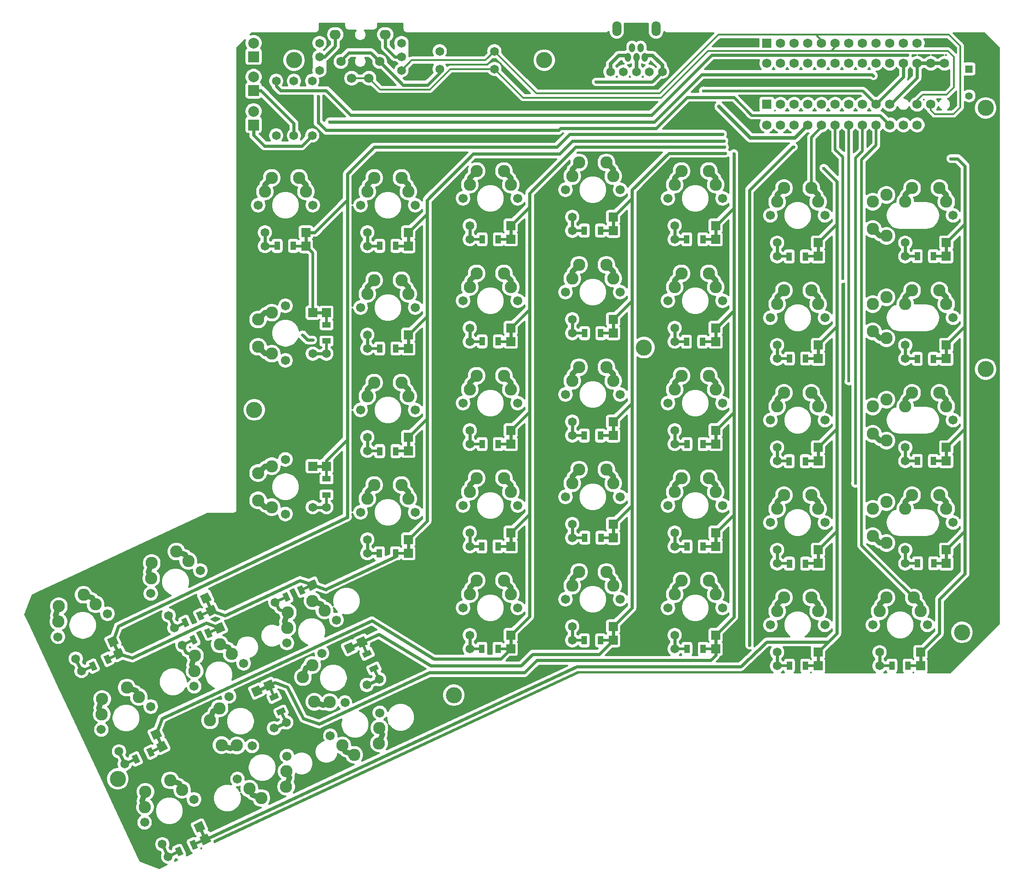
<source format=gbr>
%TF.GenerationSoftware,KiCad,Pcbnew,(5.1.6-0-10_14)*%
%TF.CreationDate,2021-03-26T17:56:53+08:00*%
%TF.ProjectId,ErgoDone,4572676f-446f-46e6-952e-6b696361645f,rev?*%
%TF.SameCoordinates,Original*%
%TF.FileFunction,Copper,L1,Top*%
%TF.FilePolarity,Positive*%
%FSLAX46Y46*%
G04 Gerber Fmt 4.6, Leading zero omitted, Abs format (unit mm)*
G04 Created by KiCad (PCBNEW (5.1.6-0-10_14)) date 2021-03-26 17:56:53*
%MOMM*%
%LPD*%
G01*
G04 APERTURE LIST*
%TA.AperFunction,WasherPad*%
%ADD10C,3.000000*%
%TD*%
%TA.AperFunction,ComponentPad*%
%ADD11C,3.000000*%
%TD*%
%TA.AperFunction,ComponentPad*%
%ADD12C,2.286000*%
%TD*%
%TA.AperFunction,ViaPad*%
%ADD13C,1.701800*%
%TD*%
%TA.AperFunction,ComponentPad*%
%ADD14C,1.651000*%
%TD*%
%TA.AperFunction,ComponentPad*%
%ADD15C,0.150000*%
%TD*%
%TA.AperFunction,ComponentPad*%
%ADD16R,1.400000X1.400000*%
%TD*%
%TA.AperFunction,ComponentPad*%
%ADD17C,1.400000*%
%TD*%
%TA.AperFunction,ComponentPad*%
%ADD18O,1.143000X1.651000*%
%TD*%
%TA.AperFunction,ComponentPad*%
%ADD19O,1.701800X2.794000*%
%TD*%
%TA.AperFunction,ComponentPad*%
%ADD20O,2.057400X1.752600*%
%TD*%
%TA.AperFunction,ComponentPad*%
%ADD21C,1.752600*%
%TD*%
%TA.AperFunction,ComponentPad*%
%ADD22R,2.000000X2.000000*%
%TD*%
%TA.AperFunction,ComponentPad*%
%ADD23C,2.000000*%
%TD*%
%TA.AperFunction,ComponentPad*%
%ADD24R,1.651000X1.651000*%
%TD*%
%TA.AperFunction,ComponentPad*%
%ADD25C,2.283460*%
%TD*%
%TA.AperFunction,ComponentPad*%
%ADD26C,2.280920*%
%TD*%
%TA.AperFunction,ComponentPad*%
%ADD27R,1.752600X1.752600*%
%TD*%
%TA.AperFunction,SMDPad,CuDef*%
%ADD28R,1.000000X1.600000*%
%TD*%
%TA.AperFunction,SMDPad,CuDef*%
%ADD29R,1.600000X1.000000*%
%TD*%
%TA.AperFunction,SMDPad,CuDef*%
%ADD30C,0.150000*%
%TD*%
%TA.AperFunction,ViaPad*%
%ADD31C,0.609600*%
%TD*%
%TA.AperFunction,Conductor*%
%ADD32C,0.609600*%
%TD*%
%TA.AperFunction,Conductor*%
%ADD33C,0.508000*%
%TD*%
%TA.AperFunction,Conductor*%
%ADD34C,1.016000*%
%TD*%
%TA.AperFunction,Conductor*%
%ADD35C,0.304800*%
%TD*%
%TA.AperFunction,Conductor*%
%ADD36C,0.406400*%
%TD*%
%TA.AperFunction,Conductor*%
%ADD37C,0.812800*%
%TD*%
%TA.AperFunction,Conductor*%
%ADD38C,0.711200*%
%TD*%
%TA.AperFunction,NonConductor*%
%ADD39C,0.304800*%
%TD*%
G04 APERTURE END LIST*
D10*
%TO.P,REF\u002A\u002A,*%
%TO.N,*%
X139065000Y-91603630D03*
%TD*%
%TO.P,REF\u002A\u002A,*%
%TO.N,*%
X41232000Y-171844000D03*
%TD*%
%TO.P,REF\u002A\u002A,*%
%TO.N,*%
X103712000Y-156284000D03*
%TD*%
%TO.P,REF\u002A\u002A,*%
%TO.N,*%
X198200000Y-144600000D03*
%TD*%
D11*
%TO.P,REF\u002A\u002A,*%
%TO.N,*%
X202600000Y-95600000D03*
%TD*%
D10*
%TO.P,REF\u002A\u002A,*%
%TO.N,*%
X66600000Y-103200000D03*
%TD*%
%TO.P,REF\u002A\u002A,*%
%TO.N,*%
X202600000Y-47000000D03*
%TD*%
%TO.P,REF\u002A\u002A,*%
%TO.N,*%
X120500000Y-38100000D03*
%TD*%
D12*
%TO.P,SW0:8,1*%
%TO.N,/ROW0*%
X52118441Y-129541946D03*
%TO.P,SW0:8,2*%
%TO.N,Net-(D21-Pad1)*%
X47436837Y-134527594D03*
D13*
%TD*%
%TO.N,N/C*%
%TO.C,SW0:8*%
X47359276Y-137366341D03*
%TO.N,N/C*%
%TO.C,SW0:8*%
X56567364Y-133072539D03*
D12*
%TD*%
%TO.P,SW0:8,1*%
%TO.N,/ROW0*%
X54342902Y-131307243D03*
%TO.P,SW0:8,2*%
%TO.N,Net-(D21-Pad1)*%
X47514397Y-131688847D03*
D14*
%TO.P,SW0:8,3*%
X50657188Y-141433659D03*
%TA.AperFunction,ComponentPad*%
D15*
%TO.P,SW0:8,4*%
%TO.N,/COL5*%
G36*
X57163967Y-139310336D02*
G01*
X56466225Y-137814022D01*
X57962539Y-137116280D01*
X58660281Y-138612594D01*
X57163967Y-139310336D01*
G37*
%TD.AperFunction*%
D14*
%TO.P,SW0:8,3*%
%TO.N,Net-(D21-Pad1)*%
X51730638Y-143735681D03*
%TA.AperFunction,ComponentPad*%
D15*
%TO.P,SW0:8,4*%
%TO.N,/COL5*%
G36*
X58237418Y-141612358D02*
G01*
X57539676Y-140116044D01*
X59035990Y-139418302D01*
X59733732Y-140914616D01*
X58237418Y-141612358D01*
G37*
%TD.AperFunction*%
%TD*%
D16*
%TO.P,C1,1*%
%TO.N,VCC*%
X199517000Y-39751000D03*
D17*
%TO.P,C1,2*%
%TO.N,GND*%
X199517000Y-44751000D03*
%TD*%
D18*
%TO.P,J1,1*%
%TO.N,VCC*%
X136042400Y-37553900D03*
%TO.P,J1,2*%
%TO.N,Net-(J1-Pad2)*%
X136842500Y-35806380D03*
%TO.P,J1,3*%
%TO.N,Net-(J1-Pad3)*%
X137642600Y-37553900D03*
%TO.P,J1,4*%
%TO.N,Net-(J1-Pad4)*%
X138442700Y-35806380D03*
%TO.P,J1,5*%
%TO.N,GND*%
X139242800Y-37553900D03*
D19*
%TO.P,J1,6*%
%TO.N,Net-(J1-Pad6)*%
X141290040Y-32230060D03*
X133995160Y-32230060D03*
D14*
%TO.P,J1,2*%
%TO.N,Net-(J1-Pad2)*%
X135229600Y-40259000D03*
%TO.P,J1,1*%
%TO.N,VCC*%
X132816600Y-40259000D03*
%TO.P,J1,3*%
%TO.N,Net-(J1-Pad3)*%
X137642600Y-40259000D03*
%TO.P,J1,5*%
%TO.N,GND*%
X142468600Y-40259000D03*
%TO.P,J1,4*%
%TO.N,Net-(J1-Pad4)*%
X140055600Y-40259000D03*
%TD*%
D20*
%TO.P,J2,1*%
%TO.N,Net-(J2-Pad1)*%
X90957400Y-33375600D03*
D21*
%TO.P,J2,2*%
%TO.N,VCC*%
X82702400Y-38379400D03*
%TO.P,J2,3*%
%TO.N,/SCLM*%
X87909400Y-41478200D03*
D20*
%TO.P,J2,4*%
%TO.N,Net-(J2-Pad4)*%
X81661000Y-33375600D03*
D21*
%TO.P,J2,5*%
%TO.N,/SCLM*%
X84709000Y-41478200D03*
%TO.P,J2,6*%
%TO.N,VCC*%
X89916000Y-38379400D03*
%TD*%
D14*
%TO.P,J3,1*%
%TO.N,/SDAM*%
X93980000Y-40005000D03*
%TO.P,J3,2*%
%TO.N,Net-(J2-Pad1)*%
X93980000Y-37465000D03*
%TO.P,J3,3*%
%TO.N,GND*%
X93980000Y-34925000D03*
%TD*%
%TO.P,J4,1*%
%TO.N,/SDAM*%
X78740000Y-40005000D03*
%TO.P,J4,2*%
%TO.N,Net-(J2-Pad4)*%
X78740000Y-37465000D03*
%TO.P,J4,3*%
%TO.N,GND*%
X78740000Y-34925000D03*
%TD*%
D22*
%TO.P,LED_A1,1*%
%TO.N,Net-(LED_A1-Pad1)*%
X66465000Y-37465000D03*
D23*
%TO.P,LED_A1,2*%
%TO.N,GND*%
X66465000Y-34925000D03*
%TD*%
D22*
%TO.P,LED_B1,1*%
%TO.N,Net-(LED_B1-Pad1)*%
X66465000Y-43765000D03*
D23*
%TO.P,LED_B1,2*%
%TO.N,GND*%
X66465000Y-41225000D03*
%TD*%
D22*
%TO.P,LED_C1,1*%
%TO.N,Net-(LED_C1-Pad1)*%
X66465000Y-50165000D03*
D23*
%TO.P,LED_C1,2*%
%TO.N,GND*%
X66465000Y-47625000D03*
%TD*%
D14*
%TO.P,R1,1*%
%TO.N,VCC*%
X101085000Y-36465000D03*
%TO.P,R1,2*%
%TO.N,/SDAM*%
X111245000Y-36465000D03*
%TD*%
%TO.P,R2,1*%
%TO.N,VCC*%
X101092000Y-39751000D03*
%TO.P,R2,2*%
%TO.N,/SCLM*%
X111252000Y-39751000D03*
%TD*%
%TO.P,RA1,1*%
%TO.N,/LED_A*%
X70665000Y-41985000D03*
%TO.P,RA1,2*%
%TO.N,Net-(LED_A1-Pad1)*%
X70665000Y-52145000D03*
%TD*%
%TO.P,RB1,1*%
%TO.N,/LED_B*%
X73965000Y-41985000D03*
%TO.P,RB1,2*%
%TO.N,Net-(LED_B1-Pad1)*%
X73965000Y-52145000D03*
%TD*%
%TO.P,RC1,1*%
%TO.N,/LED_C*%
X77365000Y-41985000D03*
%TO.P,RC1,2*%
%TO.N,Net-(LED_C1-Pad1)*%
X77365000Y-52145000D03*
%TD*%
D12*
%TO.P,SW0:7,1*%
%TO.N,/ROW0*%
X34854061Y-137591206D03*
%TO.P,SW0:7,2*%
%TO.N,Net-(D10-Pad1)*%
X30172457Y-142576854D03*
D13*
%TD*%
%TO.N,N/C*%
%TO.C,SW0:7*%
X30094896Y-145415601D03*
%TO.N,N/C*%
%TO.C,SW0:7*%
X39302984Y-141121799D03*
D12*
%TD*%
%TO.P,SW0:7,1*%
%TO.N,/ROW0*%
X37078522Y-139356503D03*
%TO.P,SW0:7,2*%
%TO.N,Net-(D10-Pad1)*%
X30250017Y-139738107D03*
D14*
%TO.P,SW0:7,3*%
X33392808Y-149482919D03*
%TA.AperFunction,ComponentPad*%
D15*
%TO.P,SW0:7,4*%
%TO.N,/COL6*%
G36*
X39899587Y-147359596D02*
G01*
X39201845Y-145863282D01*
X40698159Y-145165540D01*
X41395901Y-146661854D01*
X39899587Y-147359596D01*
G37*
%TD.AperFunction*%
D14*
%TO.P,SW0:7,3*%
%TO.N,Net-(D10-Pad1)*%
X34466258Y-151784941D03*
%TA.AperFunction,ComponentPad*%
D15*
%TO.P,SW0:7,4*%
%TO.N,/COL6*%
G36*
X40973038Y-149661618D02*
G01*
X40275296Y-148165304D01*
X41771610Y-147467562D01*
X42469352Y-148963876D01*
X40973038Y-149661618D01*
G37*
%TD.AperFunction*%
%TD*%
D12*
%TO.P,SW0:9,1*%
%TO.N,/ROW0*%
X42903321Y-154855586D03*
%TO.P,SW0:9,2*%
%TO.N,Net-(D33-Pad1)*%
X38221717Y-159841234D03*
D13*
%TD*%
%TO.N,N/C*%
%TO.C,SW0:9*%
X38144156Y-162679981D03*
%TO.N,N/C*%
%TO.C,SW0:9*%
X47352244Y-158386179D03*
D12*
%TD*%
%TO.P,SW0:9,1*%
%TO.N,/ROW0*%
X45127782Y-156620883D03*
%TO.P,SW0:9,2*%
%TO.N,Net-(D33-Pad1)*%
X38299277Y-157002487D03*
D14*
%TO.P,SW0:9,3*%
X41442068Y-166747299D03*
%TA.AperFunction,ComponentPad*%
D15*
%TO.P,SW0:9,4*%
%TO.N,/COL4*%
G36*
X47948847Y-164623976D02*
G01*
X47251105Y-163127662D01*
X48747419Y-162429920D01*
X49445161Y-163926234D01*
X47948847Y-164623976D01*
G37*
%TD.AperFunction*%
D14*
%TO.P,SW0:9,3*%
%TO.N,Net-(D33-Pad1)*%
X42515518Y-169049321D03*
%TA.AperFunction,ComponentPad*%
D15*
%TO.P,SW0:9,4*%
%TO.N,/COL4*%
G36*
X49022298Y-166925998D02*
G01*
X48324556Y-165429684D01*
X49820870Y-164731942D01*
X50518612Y-166228256D01*
X49022298Y-166925998D01*
G37*
%TD.AperFunction*%
%TD*%
D12*
%TO.P,SW0:10,1*%
%TO.N,/ROW0*%
X75625366Y-152910359D03*
%TO.P,SW0:10,2*%
%TO.N,Net-(D45-Pad1)*%
X80611014Y-157591963D03*
D13*
%TD*%
%TO.N,N/C*%
%TO.C,SW0:10*%
X83449761Y-157669524D03*
%TO.N,N/C*%
%TO.C,SW0:10*%
X79155959Y-148461436D03*
D12*
%TD*%
%TO.P,SW0:10,1*%
%TO.N,/ROW0*%
X77390663Y-150685898D03*
%TO.P,SW0:10,2*%
%TO.N,Net-(D45-Pad1)*%
X77772267Y-157514403D03*
D14*
%TO.P,SW0:10,3*%
X87517079Y-154371612D03*
%TA.AperFunction,ComponentPad*%
D15*
%TO.P,SW0:10,4*%
%TO.N,/COL10*%
G36*
X85393756Y-147864833D02*
G01*
X83897442Y-148562575D01*
X83199700Y-147066261D01*
X84696014Y-146368519D01*
X85393756Y-147864833D01*
G37*
%TD.AperFunction*%
D14*
%TO.P,SW0:10,3*%
%TO.N,Net-(D45-Pad1)*%
X89819101Y-153298162D03*
%TA.AperFunction,ComponentPad*%
D15*
%TO.P,SW0:10,4*%
%TO.N,/COL10*%
G36*
X87695778Y-146791382D02*
G01*
X86199464Y-147489124D01*
X85501722Y-145992810D01*
X86998036Y-145295068D01*
X87695778Y-146791382D01*
G37*
%TD.AperFunction*%
%TD*%
D12*
%TO.P,SW0:11,1*%
%TO.N,/ROW0*%
X58360986Y-160962159D03*
%TO.P,SW0:11,2*%
%TO.N,Net-(D57-Pad1)*%
X63346634Y-165643763D03*
D13*
%TD*%
%TO.N,N/C*%
%TO.C,SW0:11*%
X66185381Y-165721324D03*
%TO.N,N/C*%
%TO.C,SW0:11*%
X61891579Y-156513236D03*
D12*
%TD*%
%TO.P,SW0:11,1*%
%TO.N,/ROW0*%
X60126283Y-158737698D03*
%TO.P,SW0:11,2*%
%TO.N,Net-(D57-Pad1)*%
X60507887Y-165566203D03*
D14*
%TO.P,SW0:11,3*%
X70252699Y-162423412D03*
%TA.AperFunction,ComponentPad*%
D15*
%TO.P,SW0:11,4*%
%TO.N,/COL11*%
G36*
X68129376Y-155916633D02*
G01*
X66633062Y-156614375D01*
X65935320Y-155118061D01*
X67431634Y-154420319D01*
X68129376Y-155916633D01*
G37*
%TD.AperFunction*%
D14*
%TO.P,SW0:11,3*%
%TO.N,Net-(D57-Pad1)*%
X72554721Y-161349962D03*
%TA.AperFunction,ComponentPad*%
D15*
%TO.P,SW0:11,4*%
%TO.N,/COL11*%
G36*
X70431398Y-154843182D02*
G01*
X68935084Y-155540924D01*
X68237342Y-154044610D01*
X69733656Y-153346868D01*
X70431398Y-154843182D01*
G37*
%TD.AperFunction*%
%TD*%
D12*
%TO.P,SW0:12,1*%
%TO.N,/ROW0*%
X50955121Y-172122506D03*
%TO.P,SW0:12,2*%
%TO.N,Net-(D69-Pad1)*%
X46273517Y-177108154D03*
D13*
%TD*%
%TO.N,N/C*%
%TO.C,SW0:12*%
X46195956Y-179946901D03*
%TO.N,N/C*%
%TO.C,SW0:12*%
X55404044Y-175653099D03*
D12*
%TD*%
%TO.P,SW0:12,1*%
%TO.N,/ROW0*%
X53179582Y-173887803D03*
%TO.P,SW0:12,2*%
%TO.N,Net-(D69-Pad1)*%
X46351077Y-174269407D03*
D14*
%TO.P,SW0:12,3*%
X49493868Y-184014219D03*
%TA.AperFunction,ComponentPad*%
D15*
%TO.P,SW0:12,4*%
%TO.N,/COL1*%
G36*
X56000647Y-181890896D02*
G01*
X55302905Y-180394582D01*
X56799219Y-179696840D01*
X57496961Y-181193154D01*
X56000647Y-181890896D01*
G37*
%TD.AperFunction*%
D14*
%TO.P,SW0:12,3*%
%TO.N,Net-(D69-Pad1)*%
X50567318Y-186316241D03*
%TA.AperFunction,ComponentPad*%
D15*
%TO.P,SW0:12,4*%
%TO.N,/COL1*%
G36*
X57074098Y-184192918D02*
G01*
X56376356Y-182696604D01*
X57872670Y-181998862D01*
X58570412Y-183495176D01*
X57074098Y-184192918D01*
G37*
%TD.AperFunction*%
%TD*%
D12*
%TO.P,SW1:9,1*%
%TO.N,/ROW1*%
X113030000Y-134947660D03*
%TO.P,SW1:9,2*%
%TO.N,Net-(D31-Pad1)*%
X106680000Y-137487660D03*
D13*
%TD*%
%TO.N,N/C*%
%TO.C,SW1:9*%
X105410000Y-140027660D03*
%TO.N,N/C*%
%TO.C,SW1:9*%
X115570000Y-140027660D03*
D12*
%TD*%
%TO.P,SW1:9,1*%
%TO.N,/ROW1*%
X114300000Y-137487660D03*
%TO.P,SW1:9,2*%
%TO.N,Net-(D31-Pad1)*%
X107950000Y-134947660D03*
D14*
%TO.P,SW1:9,3*%
X106680000Y-145107660D03*
D24*
%TO.P,SW1:9,4*%
%TO.N,/COL4*%
X114300000Y-145107660D03*
D14*
%TO.P,SW1:9,3*%
%TO.N,Net-(D31-Pad1)*%
X106680000Y-147647660D03*
D24*
%TO.P,SW1:9,4*%
%TO.N,/COL4*%
X114300000Y-147647660D03*
%TD*%
D12*
%TO.P,SW1:10,1*%
%TO.N,/ROW1*%
X132080000Y-133350000D03*
%TO.P,SW1:10,2*%
%TO.N,Net-(D43-Pad1)*%
X125730000Y-135890000D03*
D13*
%TD*%
%TO.N,N/C*%
%TO.C,SW1:10*%
X124460000Y-138430000D03*
%TO.N,N/C*%
%TO.C,SW1:10*%
X134620000Y-138430000D03*
D12*
%TD*%
%TO.P,SW1:10,1*%
%TO.N,/ROW1*%
X133350000Y-135890000D03*
%TO.P,SW1:10,2*%
%TO.N,Net-(D43-Pad1)*%
X127000000Y-133350000D03*
D14*
%TO.P,SW1:10,3*%
X125730000Y-143510000D03*
D24*
%TO.P,SW1:10,4*%
%TO.N,/COL10*%
X133350000Y-143510000D03*
D14*
%TO.P,SW1:10,3*%
%TO.N,Net-(D43-Pad1)*%
X125730000Y-146050000D03*
D24*
%TO.P,SW1:10,4*%
%TO.N,/COL10*%
X133350000Y-146050000D03*
%TD*%
D12*
%TO.P,SW1:11,1*%
%TO.N,/ROW1*%
X151130000Y-134947660D03*
%TO.P,SW1:11,2*%
%TO.N,Net-(D55-Pad1)*%
X144780000Y-137487660D03*
D13*
%TD*%
%TO.N,N/C*%
%TO.C,SW1:11*%
X143510000Y-140027660D03*
%TO.N,N/C*%
%TO.C,SW1:11*%
X153670000Y-140027660D03*
D12*
%TD*%
%TO.P,SW1:11,1*%
%TO.N,/ROW1*%
X152400000Y-137487660D03*
%TO.P,SW1:11,2*%
%TO.N,Net-(D55-Pad1)*%
X146050000Y-134947660D03*
D14*
%TO.P,SW1:11,3*%
X144780000Y-145107660D03*
D24*
%TO.P,SW1:11,4*%
%TO.N,/COL11*%
X152400000Y-145107660D03*
D14*
%TO.P,SW1:11,3*%
%TO.N,Net-(D55-Pad1)*%
X144780000Y-147647660D03*
D24*
%TO.P,SW1:11,4*%
%TO.N,/COL11*%
X152400000Y-147647660D03*
%TD*%
D12*
%TO.P,SW1:12,1*%
%TO.N,/ROW1*%
X170180000Y-138122660D03*
%TO.P,SW1:12,2*%
%TO.N,Net-(D67-Pad1)*%
X163830000Y-140662660D03*
D13*
%TD*%
%TO.N,N/C*%
%TO.C,SW1:12*%
X162560000Y-143202660D03*
%TO.N,N/C*%
%TO.C,SW1:12*%
X172720000Y-143202660D03*
D12*
%TD*%
%TO.P,SW1:12,1*%
%TO.N,/ROW1*%
X171450000Y-140662660D03*
%TO.P,SW1:12,2*%
%TO.N,Net-(D67-Pad1)*%
X165100000Y-138122660D03*
D14*
%TO.P,SW1:12,3*%
X163830000Y-148282660D03*
D24*
%TO.P,SW1:12,4*%
%TO.N,/COL1*%
X171450000Y-148282660D03*
D14*
%TO.P,SW1:12,3*%
%TO.N,Net-(D67-Pad1)*%
X163830000Y-150822660D03*
D24*
%TO.P,SW1:12,4*%
%TO.N,/COL1*%
X171450000Y-150822660D03*
%TD*%
D12*
%TO.P,SW1:13,1*%
%TO.N,/ROW1*%
X189230000Y-138122660D03*
%TO.P,SW1:13,2*%
%TO.N,Net-(D79-Pad1)*%
X182880000Y-140662660D03*
D13*
%TD*%
%TO.N,N/C*%
%TO.C,SW1:13*%
X181610000Y-143202660D03*
%TO.N,N/C*%
%TO.C,SW1:13*%
X191770000Y-143202660D03*
D12*
%TD*%
%TO.P,SW1:13,1*%
%TO.N,/ROW1*%
X190500000Y-140662660D03*
%TO.P,SW1:13,2*%
%TO.N,Net-(D79-Pad1)*%
X184150000Y-138122660D03*
D14*
%TO.P,SW1:13,3*%
X182880000Y-148282660D03*
D24*
%TO.P,SW1:13,4*%
%TO.N,/COL0*%
X190500000Y-148282660D03*
D14*
%TO.P,SW1:13,3*%
%TO.N,Net-(D79-Pad1)*%
X182880000Y-150822660D03*
D24*
%TO.P,SW1:13,4*%
%TO.N,/COL0*%
X190500000Y-150822660D03*
%TD*%
D12*
%TO.P,SW2:7,1*%
%TO.N,/ROW2*%
X67310000Y-114945160D03*
%TO.P,SW2:7,2*%
%TO.N,Net-(D5-Pad1)*%
X69850000Y-121295160D03*
D13*
%TD*%
%TO.N,N/C*%
%TO.C,SW2:7*%
X72390000Y-122565160D03*
%TO.N,N/C*%
%TO.C,SW2:7*%
X72390000Y-112405160D03*
D12*
%TD*%
%TO.P,SW2:7,1*%
%TO.N,/ROW2*%
X69850000Y-113675160D03*
%TO.P,SW2:7,2*%
%TO.N,Net-(D5-Pad1)*%
X67310000Y-120025160D03*
D14*
%TO.P,SW2:7,3*%
X77470000Y-121295160D03*
D24*
%TO.P,SW2:7,4*%
%TO.N,/COL6*%
X77470000Y-113675160D03*
D14*
%TO.P,SW2:7,3*%
%TO.N,Net-(D5-Pad1)*%
X80010000Y-121295160D03*
D24*
%TO.P,SW2:7,4*%
%TO.N,/COL6*%
X80010000Y-113675160D03*
%TD*%
D12*
%TO.P,SW2:8,1*%
%TO.N,/ROW2*%
X93980000Y-117167660D03*
%TO.P,SW2:8,2*%
%TO.N,Net-(D17-Pad1)*%
X87630000Y-119707660D03*
D13*
%TD*%
%TO.N,N/C*%
%TO.C,SW2:8*%
X86360000Y-122247660D03*
%TO.N,N/C*%
%TO.C,SW2:8*%
X96520000Y-122247660D03*
D12*
%TD*%
%TO.P,SW2:8,1*%
%TO.N,/ROW2*%
X95250000Y-119707660D03*
%TO.P,SW2:8,2*%
%TO.N,Net-(D17-Pad1)*%
X88900000Y-117167660D03*
D14*
%TO.P,SW2:8,3*%
X87630000Y-127327660D03*
D24*
%TO.P,SW2:8,4*%
%TO.N,/COL5*%
X95250000Y-127327660D03*
D14*
%TO.P,SW2:8,3*%
%TO.N,Net-(D17-Pad1)*%
X87630000Y-129867660D03*
D24*
%TO.P,SW2:8,4*%
%TO.N,/COL5*%
X95250000Y-129867660D03*
%TD*%
D12*
%TO.P,SW2:9,1*%
%TO.N,/ROW2*%
X113030000Y-115897660D03*
%TO.P,SW2:9,2*%
%TO.N,Net-(D29-Pad1)*%
X106680000Y-118437660D03*
D13*
%TD*%
%TO.N,N/C*%
%TO.C,SW2:9*%
X105410000Y-120977660D03*
%TO.N,N/C*%
%TO.C,SW2:9*%
X115570000Y-120977660D03*
D12*
%TD*%
%TO.P,SW2:9,1*%
%TO.N,/ROW2*%
X114300000Y-118437660D03*
%TO.P,SW2:9,2*%
%TO.N,Net-(D29-Pad1)*%
X107950000Y-115897660D03*
D14*
%TO.P,SW2:9,3*%
X106680000Y-126057660D03*
D24*
%TO.P,SW2:9,4*%
%TO.N,/COL4*%
X114300000Y-126057660D03*
D14*
%TO.P,SW2:9,3*%
%TO.N,Net-(D29-Pad1)*%
X106680000Y-128597660D03*
D24*
%TO.P,SW2:9,4*%
%TO.N,/COL4*%
X114300000Y-128597660D03*
%TD*%
D12*
%TO.P,SW2:10,1*%
%TO.N,/ROW2*%
X132080000Y-114300000D03*
%TO.P,SW2:10,2*%
%TO.N,Net-(D41-Pad1)*%
X125730000Y-116840000D03*
D13*
%TD*%
%TO.N,N/C*%
%TO.C,SW2:10*%
X124460000Y-119380000D03*
%TO.N,N/C*%
%TO.C,SW2:10*%
X134620000Y-119380000D03*
D12*
%TD*%
%TO.P,SW2:10,1*%
%TO.N,/ROW2*%
X133350000Y-116840000D03*
%TO.P,SW2:10,2*%
%TO.N,Net-(D41-Pad1)*%
X127000000Y-114300000D03*
D14*
%TO.P,SW2:10,3*%
X125730000Y-124460000D03*
D24*
%TO.P,SW2:10,4*%
%TO.N,/COL10*%
X133350000Y-124460000D03*
D14*
%TO.P,SW2:10,3*%
%TO.N,Net-(D41-Pad1)*%
X125730000Y-127000000D03*
D24*
%TO.P,SW2:10,4*%
%TO.N,/COL10*%
X133350000Y-127000000D03*
%TD*%
D12*
%TO.P,SW2:11,1*%
%TO.N,/ROW2*%
X151130000Y-115897660D03*
%TO.P,SW2:11,2*%
%TO.N,Net-(D53-Pad1)*%
X144780000Y-118437660D03*
D13*
%TD*%
%TO.N,N/C*%
%TO.C,SW2:11*%
X143510000Y-120977660D03*
%TO.N,N/C*%
%TO.C,SW2:11*%
X153670000Y-120977660D03*
D12*
%TD*%
%TO.P,SW2:11,1*%
%TO.N,/ROW2*%
X152400000Y-118437660D03*
%TO.P,SW2:11,2*%
%TO.N,Net-(D53-Pad1)*%
X146050000Y-115897660D03*
D14*
%TO.P,SW2:11,3*%
X144780000Y-126057660D03*
D24*
%TO.P,SW2:11,4*%
%TO.N,/COL11*%
X152400000Y-126057660D03*
D14*
%TO.P,SW2:11,3*%
%TO.N,Net-(D53-Pad1)*%
X144780000Y-128597660D03*
D24*
%TO.P,SW2:11,4*%
%TO.N,/COL11*%
X152400000Y-128597660D03*
%TD*%
D12*
%TO.P,SW2:12,1*%
%TO.N,/ROW2*%
X170180000Y-119072660D03*
%TO.P,SW2:12,2*%
%TO.N,Net-(D65-Pad1)*%
X163830000Y-121612660D03*
D13*
%TD*%
%TO.N,N/C*%
%TO.C,SW2:12*%
X162560000Y-124152660D03*
%TO.N,N/C*%
%TO.C,SW2:12*%
X172720000Y-124152660D03*
D12*
%TD*%
%TO.P,SW2:12,1*%
%TO.N,/ROW2*%
X171450000Y-121612660D03*
%TO.P,SW2:12,2*%
%TO.N,Net-(D65-Pad1)*%
X165100000Y-119072660D03*
D14*
%TO.P,SW2:12,3*%
X163830000Y-129232660D03*
D24*
%TO.P,SW2:12,4*%
%TO.N,/COL1*%
X171450000Y-129232660D03*
D14*
%TO.P,SW2:12,3*%
%TO.N,Net-(D65-Pad1)*%
X163830000Y-131772660D03*
D24*
%TO.P,SW2:12,4*%
%TO.N,/COL1*%
X171450000Y-131772660D03*
%TD*%
D12*
%TO.P,SW3:8,1*%
%TO.N,/ROW3*%
X93980000Y-98117660D03*
%TO.P,SW3:8,2*%
%TO.N,Net-(D15-Pad1)*%
X87630000Y-100657660D03*
D13*
%TD*%
%TO.N,N/C*%
%TO.C,SW3:8*%
X86360000Y-103197660D03*
%TO.N,N/C*%
%TO.C,SW3:8*%
X96520000Y-103197660D03*
D12*
%TD*%
%TO.P,SW3:8,1*%
%TO.N,/ROW3*%
X95250000Y-100657660D03*
%TO.P,SW3:8,2*%
%TO.N,Net-(D15-Pad1)*%
X88900000Y-98117660D03*
D14*
%TO.P,SW3:8,3*%
X87630000Y-108277660D03*
D24*
%TO.P,SW3:8,4*%
%TO.N,/COL5*%
X95250000Y-108277660D03*
D14*
%TO.P,SW3:8,3*%
%TO.N,Net-(D15-Pad1)*%
X87630000Y-110817660D03*
D24*
%TO.P,SW3:8,4*%
%TO.N,/COL5*%
X95250000Y-110817660D03*
%TD*%
D12*
%TO.P,SW3:9,1*%
%TO.N,/ROW3*%
X113030000Y-96847660D03*
%TO.P,SW3:9,2*%
%TO.N,Net-(D27-Pad1)*%
X106680000Y-99387660D03*
D13*
%TD*%
%TO.N,N/C*%
%TO.C,SW3:9*%
X105410000Y-101927660D03*
%TO.N,N/C*%
%TO.C,SW3:9*%
X115570000Y-101927660D03*
D12*
%TD*%
%TO.P,SW3:9,1*%
%TO.N,/ROW3*%
X114300000Y-99387660D03*
%TO.P,SW3:9,2*%
%TO.N,Net-(D27-Pad1)*%
X107950000Y-96847660D03*
D14*
%TO.P,SW3:9,3*%
X106680000Y-107007660D03*
D24*
%TO.P,SW3:9,4*%
%TO.N,/COL4*%
X114300000Y-107007660D03*
D14*
%TO.P,SW3:9,3*%
%TO.N,Net-(D27-Pad1)*%
X106680000Y-109547660D03*
D24*
%TO.P,SW3:9,4*%
%TO.N,/COL4*%
X114300000Y-109547660D03*
%TD*%
D12*
%TO.P,SW3:10,1*%
%TO.N,/ROW3*%
X132080000Y-95250000D03*
%TO.P,SW3:10,2*%
%TO.N,Net-(D39-Pad1)*%
X125730000Y-97790000D03*
D13*
%TD*%
%TO.N,N/C*%
%TO.C,SW3:10*%
X124460000Y-100330000D03*
%TO.N,N/C*%
%TO.C,SW3:10*%
X134620000Y-100330000D03*
D12*
%TD*%
%TO.P,SW3:10,1*%
%TO.N,/ROW3*%
X133350000Y-97790000D03*
%TO.P,SW3:10,2*%
%TO.N,Net-(D39-Pad1)*%
X127000000Y-95250000D03*
D14*
%TO.P,SW3:10,3*%
X125730000Y-105410000D03*
D24*
%TO.P,SW3:10,4*%
%TO.N,/COL10*%
X133350000Y-105410000D03*
D14*
%TO.P,SW3:10,3*%
%TO.N,Net-(D39-Pad1)*%
X125730000Y-107950000D03*
D24*
%TO.P,SW3:10,4*%
%TO.N,/COL10*%
X133350000Y-107950000D03*
%TD*%
D12*
%TO.P,SW3:11,1*%
%TO.N,/ROW3*%
X151130000Y-96847660D03*
%TO.P,SW3:11,2*%
%TO.N,Net-(D51-Pad1)*%
X144780000Y-99387660D03*
D13*
%TD*%
%TO.N,N/C*%
%TO.C,SW3:11*%
X143510000Y-101927660D03*
%TO.N,N/C*%
%TO.C,SW3:11*%
X153670000Y-101927660D03*
D12*
%TD*%
%TO.P,SW3:11,1*%
%TO.N,/ROW3*%
X152400000Y-99387660D03*
%TO.P,SW3:11,2*%
%TO.N,Net-(D51-Pad1)*%
X146050000Y-96847660D03*
D14*
%TO.P,SW3:11,3*%
X144780000Y-107007660D03*
D24*
%TO.P,SW3:11,4*%
%TO.N,/COL11*%
X152400000Y-107007660D03*
D14*
%TO.P,SW3:11,3*%
%TO.N,Net-(D51-Pad1)*%
X144780000Y-109547660D03*
D24*
%TO.P,SW3:11,4*%
%TO.N,/COL11*%
X152400000Y-109547660D03*
%TD*%
D12*
%TO.P,SW3:12,1*%
%TO.N,/ROW3*%
X170180000Y-100022660D03*
%TO.P,SW3:12,2*%
%TO.N,Net-(D63-Pad1)*%
X163830000Y-102562660D03*
D13*
%TD*%
%TO.N,N/C*%
%TO.C,SW3:12*%
X162560000Y-105102660D03*
%TO.N,N/C*%
%TO.C,SW3:12*%
X172720000Y-105102660D03*
D12*
%TD*%
%TO.P,SW3:12,1*%
%TO.N,/ROW3*%
X171450000Y-102562660D03*
%TO.P,SW3:12,2*%
%TO.N,Net-(D63-Pad1)*%
X165100000Y-100022660D03*
D14*
%TO.P,SW3:12,3*%
X163830000Y-110182660D03*
D24*
%TO.P,SW3:12,4*%
%TO.N,/COL1*%
X171450000Y-110182660D03*
D14*
%TO.P,SW3:12,3*%
%TO.N,Net-(D63-Pad1)*%
X163830000Y-112722660D03*
D24*
%TO.P,SW3:12,4*%
%TO.N,/COL1*%
X171450000Y-112722660D03*
%TD*%
D12*
%TO.P,SW4:7,1*%
%TO.N,/ROW4*%
X67310000Y-86370160D03*
%TO.P,SW4:7,2*%
%TO.N,Net-(D3-Pad1)*%
X69850000Y-92720160D03*
D13*
%TD*%
%TO.N,N/C*%
%TO.C,SW4:7*%
X72390000Y-93990160D03*
%TO.N,N/C*%
%TO.C,SW4:7*%
X72390000Y-83830160D03*
D12*
%TD*%
%TO.P,SW4:7,1*%
%TO.N,/ROW4*%
X69850000Y-85100160D03*
%TO.P,SW4:7,2*%
%TO.N,Net-(D3-Pad1)*%
X67310000Y-91450160D03*
D14*
%TO.P,SW4:7,3*%
X77470000Y-92720160D03*
D24*
%TO.P,SW4:7,4*%
%TO.N,/COL6*%
X77470000Y-85100160D03*
D14*
%TO.P,SW4:7,3*%
%TO.N,Net-(D3-Pad1)*%
X80010000Y-92720160D03*
D24*
%TO.P,SW4:7,4*%
%TO.N,/COL6*%
X80010000Y-85100160D03*
%TD*%
D12*
%TO.P,SW4:8,1*%
%TO.N,/ROW4*%
X93980000Y-79067660D03*
%TO.P,SW4:8,2*%
%TO.N,Net-(D13-Pad1)*%
X87630000Y-81607660D03*
D13*
%TD*%
%TO.N,N/C*%
%TO.C,SW4:8*%
X86360000Y-84147660D03*
%TO.N,N/C*%
%TO.C,SW4:8*%
X96520000Y-84147660D03*
D12*
%TD*%
%TO.P,SW4:8,1*%
%TO.N,/ROW4*%
X95250000Y-81607660D03*
%TO.P,SW4:8,2*%
%TO.N,Net-(D13-Pad1)*%
X88900000Y-79067660D03*
D14*
%TO.P,SW4:8,3*%
X87630000Y-89227660D03*
D24*
%TO.P,SW4:8,4*%
%TO.N,/COL5*%
X95250000Y-89227660D03*
D14*
%TO.P,SW4:8,3*%
%TO.N,Net-(D13-Pad1)*%
X87630000Y-91767660D03*
D24*
%TO.P,SW4:8,4*%
%TO.N,/COL5*%
X95250000Y-91767660D03*
%TD*%
D12*
%TO.P,SW4:9,1*%
%TO.N,/ROW4*%
X113030000Y-77797660D03*
%TO.P,SW4:9,2*%
%TO.N,Net-(D25-Pad1)*%
X106680000Y-80337660D03*
D13*
%TD*%
%TO.N,N/C*%
%TO.C,SW4:9*%
X105410000Y-82877660D03*
%TO.N,N/C*%
%TO.C,SW4:9*%
X115570000Y-82877660D03*
D12*
%TD*%
%TO.P,SW4:9,1*%
%TO.N,/ROW4*%
X114300000Y-80337660D03*
%TO.P,SW4:9,2*%
%TO.N,Net-(D25-Pad1)*%
X107950000Y-77797660D03*
D14*
%TO.P,SW4:9,3*%
X106680000Y-87957660D03*
D24*
%TO.P,SW4:9,4*%
%TO.N,/COL4*%
X114300000Y-87957660D03*
D14*
%TO.P,SW4:9,3*%
%TO.N,Net-(D25-Pad1)*%
X106680000Y-90497660D03*
D24*
%TO.P,SW4:9,4*%
%TO.N,/COL4*%
X114300000Y-90497660D03*
%TD*%
D12*
%TO.P,SW4:10,1*%
%TO.N,/ROW4*%
X132080000Y-76200000D03*
%TO.P,SW4:10,2*%
%TO.N,Net-(D37-Pad1)*%
X125730000Y-78740000D03*
D13*
%TD*%
%TO.N,N/C*%
%TO.C,SW4:10*%
X124460000Y-81280000D03*
%TO.N,N/C*%
%TO.C,SW4:10*%
X134620000Y-81280000D03*
D12*
%TD*%
%TO.P,SW4:10,1*%
%TO.N,/ROW4*%
X133350000Y-78740000D03*
%TO.P,SW4:10,2*%
%TO.N,Net-(D37-Pad1)*%
X127000000Y-76200000D03*
D14*
%TO.P,SW4:10,3*%
X125730000Y-86360000D03*
D24*
%TO.P,SW4:10,4*%
%TO.N,/COL10*%
X133350000Y-86360000D03*
D14*
%TO.P,SW4:10,3*%
%TO.N,Net-(D37-Pad1)*%
X125730000Y-88900000D03*
D24*
%TO.P,SW4:10,4*%
%TO.N,/COL10*%
X133350000Y-88900000D03*
%TD*%
D12*
%TO.P,SW4:11,1*%
%TO.N,/ROW4*%
X151130000Y-77797660D03*
%TO.P,SW4:11,2*%
%TO.N,Net-(D49-Pad1)*%
X144780000Y-80337660D03*
D13*
%TD*%
%TO.N,N/C*%
%TO.C,SW4:11*%
X143510000Y-82877660D03*
%TO.N,N/C*%
%TO.C,SW4:11*%
X153670000Y-82877660D03*
D12*
%TD*%
%TO.P,SW4:11,1*%
%TO.N,/ROW4*%
X152400000Y-80337660D03*
%TO.P,SW4:11,2*%
%TO.N,Net-(D49-Pad1)*%
X146050000Y-77797660D03*
D14*
%TO.P,SW4:11,3*%
X144780000Y-87957660D03*
D24*
%TO.P,SW4:11,4*%
%TO.N,/COL11*%
X152400000Y-87957660D03*
D14*
%TO.P,SW4:11,3*%
%TO.N,Net-(D49-Pad1)*%
X144780000Y-90497660D03*
D24*
%TO.P,SW4:11,4*%
%TO.N,/COL11*%
X152400000Y-90497660D03*
%TD*%
D12*
%TO.P,SW4:12,1*%
%TO.N,/ROW4*%
X170180000Y-80972660D03*
%TO.P,SW4:12,2*%
%TO.N,Net-(D61-Pad1)*%
X163830000Y-83512660D03*
D13*
%TD*%
%TO.N,N/C*%
%TO.C,SW4:12*%
X162560000Y-86052660D03*
%TO.N,N/C*%
%TO.C,SW4:12*%
X172720000Y-86052660D03*
D12*
%TD*%
%TO.P,SW4:12,1*%
%TO.N,/ROW4*%
X171450000Y-83512660D03*
%TO.P,SW4:12,2*%
%TO.N,Net-(D61-Pad1)*%
X165100000Y-80972660D03*
D14*
%TO.P,SW4:12,3*%
X163830000Y-91132660D03*
D24*
%TO.P,SW4:12,4*%
%TO.N,/COL1*%
X171450000Y-91132660D03*
D14*
%TO.P,SW4:12,3*%
%TO.N,Net-(D61-Pad1)*%
X163830000Y-93672660D03*
D24*
%TO.P,SW4:12,4*%
%TO.N,/COL1*%
X171450000Y-93672660D03*
%TD*%
D12*
%TO.P,SW4:13,1*%
%TO.N,/ROW4*%
X193992500Y-80972660D03*
%TO.P,SW4:13,2*%
%TO.N,Net-(D73-Pad1)*%
X187642500Y-83512660D03*
D13*
%TD*%
%TO.N,N/C*%
%TO.C,SW4:13*%
X196532500Y-86052660D03*
D25*
%TO.P,SW4:13,1*%
%TO.N,/ROW4*%
X195262500Y-83512660D03*
D12*
%TO.P,SW4:13,2*%
%TO.N,Net-(D73-Pad1)*%
X188912500Y-80972660D03*
D14*
%TO.P,SW4:13,3*%
X187642500Y-91132660D03*
D24*
%TO.P,SW4:13,4*%
%TO.N,/COL0*%
X195262500Y-91132660D03*
D14*
%TO.P,SW4:13,3*%
%TO.N,Net-(D73-Pad1)*%
X187642500Y-93672660D03*
D24*
%TO.P,SW4:13,4*%
%TO.N,/COL0*%
X195262500Y-93672660D03*
D26*
%TO.P,SW4:13,1*%
%TO.N,/ROW4*%
X181610000Y-83512660D03*
X184150000Y-82242660D03*
%TO.P,SW4:13,2*%
%TO.N,Net-(D73-Pad1)*%
X184150000Y-89862660D03*
X181610000Y-88592660D03*
%TD*%
D12*
%TO.P,SW5:7,1*%
%TO.N,/ROW5*%
X74930000Y-60020200D03*
%TO.P,SW5:7,2*%
%TO.N,Net-(D1-Pad1)*%
X68580000Y-62560200D03*
D13*
%TD*%
%TO.N,N/C*%
%TO.C,SW5:7*%
X67310000Y-65100200D03*
%TO.N,N/C*%
%TO.C,SW5:7*%
X77470000Y-65100200D03*
D12*
%TD*%
%TO.P,SW5:7,1*%
%TO.N,/ROW5*%
X76200000Y-62560200D03*
%TO.P,SW5:7,2*%
%TO.N,Net-(D1-Pad1)*%
X69850000Y-60020200D03*
D14*
%TO.P,SW5:7,3*%
X68580000Y-70180200D03*
D24*
%TO.P,SW5:7,4*%
%TO.N,/COL6*%
X76200000Y-70180200D03*
D14*
%TO.P,SW5:7,3*%
%TO.N,Net-(D1-Pad1)*%
X68580000Y-72720200D03*
D24*
%TO.P,SW5:7,4*%
%TO.N,/COL6*%
X76200000Y-72720200D03*
%TD*%
D12*
%TO.P,SW5:8,1*%
%TO.N,/ROW5*%
X93980000Y-60020200D03*
%TO.P,SW5:8,2*%
%TO.N,Net-(D11-Pad1)*%
X87630000Y-62560200D03*
D13*
%TD*%
%TO.N,N/C*%
%TO.C,SW5:8*%
X86360000Y-65100200D03*
%TO.N,N/C*%
%TO.C,SW5:8*%
X96520000Y-65100200D03*
D12*
%TD*%
%TO.P,SW5:8,1*%
%TO.N,/ROW5*%
X95250000Y-62560200D03*
%TO.P,SW5:8,2*%
%TO.N,Net-(D11-Pad1)*%
X88900000Y-60020200D03*
D14*
%TO.P,SW5:8,3*%
X87630000Y-70180200D03*
D24*
%TO.P,SW5:8,4*%
%TO.N,/COL5*%
X95250000Y-70180200D03*
D14*
%TO.P,SW5:8,3*%
%TO.N,Net-(D11-Pad1)*%
X87630000Y-72720200D03*
D24*
%TO.P,SW5:8,4*%
%TO.N,/COL5*%
X95250000Y-72720200D03*
%TD*%
D12*
%TO.P,SW5:9,1*%
%TO.N,/ROW5*%
X113030000Y-58747660D03*
%TO.P,SW5:9,2*%
%TO.N,Net-(D23-Pad1)*%
X106680000Y-61287660D03*
D13*
%TD*%
%TO.N,N/C*%
%TO.C,SW5:9*%
X105410000Y-63827660D03*
%TO.N,N/C*%
%TO.C,SW5:9*%
X115570000Y-63827660D03*
D12*
%TD*%
%TO.P,SW5:9,1*%
%TO.N,/ROW5*%
X114300000Y-61287660D03*
%TO.P,SW5:9,2*%
%TO.N,Net-(D23-Pad1)*%
X107950000Y-58747660D03*
D14*
%TO.P,SW5:9,3*%
X106680000Y-68907660D03*
D24*
%TO.P,SW5:9,4*%
%TO.N,/COL4*%
X114300000Y-68907660D03*
D14*
%TO.P,SW5:9,3*%
%TO.N,Net-(D23-Pad1)*%
X106680000Y-71447660D03*
D24*
%TO.P,SW5:9,4*%
%TO.N,/COL4*%
X114300000Y-71447660D03*
%TD*%
D12*
%TO.P,SW5:10,1*%
%TO.N,/ROW5*%
X132080000Y-57150000D03*
%TO.P,SW5:10,2*%
%TO.N,Net-(D35-Pad1)*%
X125730000Y-59690000D03*
D13*
%TD*%
%TO.N,N/C*%
%TO.C,SW5:10*%
X124460000Y-62230000D03*
%TO.N,N/C*%
%TO.C,SW5:10*%
X134620000Y-62230000D03*
D12*
%TD*%
%TO.P,SW5:10,1*%
%TO.N,/ROW5*%
X133350000Y-59690000D03*
%TO.P,SW5:10,2*%
%TO.N,Net-(D35-Pad1)*%
X127000000Y-57150000D03*
D14*
%TO.P,SW5:10,3*%
X125730000Y-67310000D03*
D24*
%TO.P,SW5:10,4*%
%TO.N,/COL10*%
X133350000Y-67310000D03*
D14*
%TO.P,SW5:10,3*%
%TO.N,Net-(D35-Pad1)*%
X125730000Y-69850000D03*
D24*
%TO.P,SW5:10,4*%
%TO.N,/COL10*%
X133350000Y-69850000D03*
%TD*%
D12*
%TO.P,SW5:11,1*%
%TO.N,/ROW5*%
X151130000Y-58747660D03*
%TO.P,SW5:11,2*%
%TO.N,Net-(D47-Pad1)*%
X144780000Y-61287660D03*
D13*
%TD*%
%TO.N,N/C*%
%TO.C,SW5:11*%
X143510000Y-63827660D03*
%TO.N,N/C*%
%TO.C,SW5:11*%
X153670000Y-63827660D03*
D12*
%TD*%
%TO.P,SW5:11,1*%
%TO.N,/ROW5*%
X152400000Y-61287660D03*
%TO.P,SW5:11,2*%
%TO.N,Net-(D47-Pad1)*%
X146050000Y-58747660D03*
D14*
%TO.P,SW5:11,3*%
X144780000Y-68907660D03*
D24*
%TO.P,SW5:11,4*%
%TO.N,/COL11*%
X152400000Y-68907660D03*
D14*
%TO.P,SW5:11,3*%
%TO.N,Net-(D47-Pad1)*%
X144780000Y-71447660D03*
D24*
%TO.P,SW5:11,4*%
%TO.N,/COL11*%
X152400000Y-71447660D03*
%TD*%
D12*
%TO.P,SW5:12,1*%
%TO.N,/ROW5*%
X170180000Y-61925200D03*
%TO.P,SW5:12,2*%
%TO.N,Net-(D59-Pad1)*%
X163830000Y-64465200D03*
D13*
%TD*%
%TO.N,N/C*%
%TO.C,SW5:12*%
X162560000Y-67005200D03*
%TO.N,N/C*%
%TO.C,SW5:12*%
X172720000Y-67005200D03*
D12*
%TD*%
%TO.P,SW5:12,1*%
%TO.N,/ROW5*%
X171450000Y-64465200D03*
%TO.P,SW5:12,2*%
%TO.N,Net-(D59-Pad1)*%
X165100000Y-61925200D03*
D14*
%TO.P,SW5:12,3*%
X163830000Y-72085200D03*
D24*
%TO.P,SW5:12,4*%
%TO.N,/COL1*%
X171450000Y-72085200D03*
D14*
%TO.P,SW5:12,3*%
%TO.N,Net-(D59-Pad1)*%
X163830000Y-74625200D03*
D24*
%TO.P,SW5:12,4*%
%TO.N,/COL1*%
X171450000Y-74625200D03*
%TD*%
D12*
%TO.P,SW5:13,1*%
%TO.N,/ROW5*%
X193992500Y-61925200D03*
%TO.P,SW5:13,2*%
%TO.N,Net-(D71-Pad1)*%
X187642500Y-64465200D03*
D13*
%TD*%
%TO.N,N/C*%
%TO.C,SW5:13*%
X196532500Y-67005200D03*
D25*
%TO.P,SW5:13,1*%
%TO.N,/ROW5*%
X195262500Y-64465200D03*
D12*
%TO.P,SW5:13,2*%
%TO.N,Net-(D71-Pad1)*%
X188912500Y-61925200D03*
D14*
%TO.P,SW5:13,3*%
X187642500Y-72085200D03*
D24*
%TO.P,SW5:13,4*%
%TO.N,/COL0*%
X195262500Y-72085200D03*
D14*
%TO.P,SW5:13,3*%
%TO.N,Net-(D71-Pad1)*%
X187642500Y-74625200D03*
D24*
%TO.P,SW5:13,4*%
%TO.N,/COL0*%
X195262500Y-74625200D03*
D26*
%TO.P,SW5:13,1*%
%TO.N,/ROW5*%
X181610000Y-64465200D03*
X184150000Y-63195200D03*
%TO.P,SW5:13,2*%
%TO.N,Net-(D71-Pad1)*%
X184150000Y-70815200D03*
X181610000Y-69545200D03*
%TD*%
D12*
%TO.P,SX0:10,1*%
%TO.N,/ROW0*%
X85176179Y-167376434D03*
%TO.P,SX0:10,2*%
%TO.N,Net-(D45-Pad1)*%
X89857783Y-162390786D03*
D13*
%TD*%
%TO.N,N/C*%
%TO.C,SX0:10*%
X89935344Y-159552039D03*
%TO.N,N/C*%
%TO.C,SX0:10*%
X80727256Y-163845841D03*
D12*
%TD*%
%TO.P,SX0:10,1*%
%TO.N,/ROW0*%
X82951718Y-165611137D03*
%TO.P,SX0:10,2*%
%TO.N,Net-(D45-Pad1)*%
X89780223Y-165229533D03*
%TD*%
%TO.P,SX0:11,1*%
%TO.N,/ROW0*%
X67909259Y-175425694D03*
%TO.P,SX0:11,2*%
%TO.N,Net-(D57-Pad1)*%
X72590863Y-170440046D03*
D13*
%TD*%
%TO.N,N/C*%
%TO.C,SX0:11*%
X72668424Y-167601299D03*
%TO.N,N/C*%
%TO.C,SX0:11*%
X63460336Y-171895101D03*
D12*
%TD*%
%TO.P,SX0:11,1*%
%TO.N,/ROW0*%
X65684798Y-173660397D03*
%TO.P,SX0:11,2*%
%TO.N,Net-(D57-Pad1)*%
X72513303Y-173278793D03*
%TD*%
D27*
%TO.P,U1,1*%
%TO.N,/COL6*%
X161925000Y-34925000D03*
D21*
%TO.P,U1,2*%
%TO.N,/COL5*%
X164465000Y-34925000D03*
%TO.P,U1,3*%
%TO.N,GND*%
X167005000Y-34925000D03*
%TO.P,U1,4*%
X169545000Y-34925000D03*
%TO.P,U1,5*%
%TO.N,/SDAM*%
X172085000Y-34925000D03*
%TO.P,U1,6*%
%TO.N,/SCLM*%
X174625000Y-34925000D03*
%TO.P,U1,7*%
%TO.N,/COL4*%
X177165000Y-34925000D03*
%TO.P,U1,8*%
%TO.N,/COL10*%
X179705000Y-34925000D03*
%TO.P,U1,9*%
%TO.N,/COL11*%
X182245000Y-34925000D03*
%TO.P,U1,10*%
%TO.N,/COL1*%
X184785000Y-34925000D03*
%TO.P,U1,11*%
%TO.N,/COL0*%
X187325000Y-34925000D03*
%TO.P,U1,12*%
%TO.N,/LED_A*%
X189865000Y-34925000D03*
%TO.P,U1,18*%
%TO.N,/LED_B*%
X189865000Y-50165000D03*
%TO.P,U1,19*%
%TO.N,/ROW0*%
X187325000Y-50165000D03*
%TO.P,U1,20*%
%TO.N,/LED_C*%
X184785000Y-50165000D03*
%TO.P,U1,21*%
%TO.N,/ROW1*%
X182245000Y-50165000D03*
%TO.P,U1,22*%
%TO.N,/ROW2*%
X179705000Y-50165000D03*
%TO.P,U1,23*%
%TO.N,/ROW3*%
X177165000Y-50165000D03*
%TO.P,U1,24*%
%TO.N,/ROW4*%
X174625000Y-50165000D03*
%TO.P,U1,27*%
%TO.N,N/C*%
X167005000Y-50165000D03*
%TO.P,U1,28*%
%TO.N,GND*%
X164465000Y-50165000D03*
%TO.P,U1,29*%
%TO.N,N/C*%
X161925000Y-50165000D03*
%TO.P,U1,25*%
%TO.N,/ROW5*%
X172085000Y-50165000D03*
%TO.P,U1,26*%
%TO.N,VCC*%
X169545000Y-50165000D03*
%TD*%
%TO.P,U2,2*%
%TO.N,/ROW5*%
X164450000Y-46330000D03*
%TO.P,U2,3*%
%TO.N,/ROW4*%
X166990000Y-46330000D03*
%TO.P,U2,4*%
%TO.N,/ROW3*%
X169530000Y-46330000D03*
%TO.P,U2,5*%
%TO.N,/ROW2*%
X172070000Y-46330000D03*
%TO.P,U2,6*%
%TO.N,/ROW1*%
X174610000Y-46330000D03*
%TO.P,U2,7*%
%TO.N,/ROW0*%
X177150000Y-46330000D03*
%TO.P,U2,8*%
%TO.N,N/C*%
X179690000Y-46330000D03*
%TO.P,U2,9*%
%TO.N,VCC*%
X182230000Y-46330000D03*
%TO.P,U2,10*%
%TO.N,GND*%
X184770000Y-46330000D03*
%TO.P,U2,12*%
%TO.N,/SCLM*%
X189850000Y-46330000D03*
%TO.P,U2,13*%
%TO.N,/SDAM*%
X192390000Y-46330000D03*
D27*
%TO.P,U2,1*%
%TO.N,N/C*%
X161910000Y-46330000D03*
D21*
%TO.P,U2,15*%
%TO.N,GND*%
X194930000Y-38710000D03*
%TO.P,U2,16*%
X192390000Y-38710000D03*
%TO.P,U2,17*%
X189850000Y-38710000D03*
%TO.P,U2,18*%
%TO.N,VCC*%
X187310000Y-38710000D03*
%TO.P,U2,19*%
%TO.N,N/C*%
X184770000Y-38710000D03*
%TO.P,U2,20*%
X182230000Y-38710000D03*
%TO.P,U2,21*%
%TO.N,/COL0*%
X179690000Y-38710000D03*
%TO.P,U2,22*%
%TO.N,/COL1*%
X177150000Y-38710000D03*
%TO.P,U2,23*%
%TO.N,/COL11*%
X174610000Y-38710000D03*
%TO.P,U2,24*%
%TO.N,/COL10*%
X172070000Y-38710000D03*
%TO.P,U2,25*%
%TO.N,/COL4*%
X169530000Y-38710000D03*
%TO.P,U2,26*%
%TO.N,N/C*%
X166990000Y-38710000D03*
%TO.P,U2,27*%
%TO.N,/COL5*%
X164450000Y-38710000D03*
%TO.P,U2,28*%
%TO.N,/COL6*%
X161910000Y-38710000D03*
%TD*%
D12*
%TO.P,SX1:7,1*%
%TO.N,/ROW1*%
X60170241Y-146806326D03*
%TO.P,SX1:7,2*%
%TO.N,Net-(D7-Pad1)*%
X55488637Y-151791974D03*
D13*
%TD*%
%TO.N,N/C*%
%TO.C,SX1:7*%
X55411076Y-154630721D03*
%TO.N,N/C*%
%TO.C,SX1:7*%
X64619164Y-150336919D03*
D12*
%TD*%
%TO.P,SX1:7,1*%
%TO.N,/ROW1*%
X62394702Y-148571623D03*
%TO.P,SX1:7,2*%
%TO.N,Net-(D7-Pad1)*%
X55566197Y-148953227D03*
%TD*%
%TO.P,SX1:8,1*%
%TO.N,/ROW1*%
X77434621Y-138754526D03*
%TO.P,SX1:8,2*%
%TO.N,Net-(D19-Pad1)*%
X72753017Y-143740174D03*
D13*
%TD*%
%TO.N,N/C*%
%TO.C,SX1:8*%
X72675456Y-146578921D03*
%TO.N,N/C*%
%TO.C,SX1:8*%
X81883544Y-142285119D03*
D12*
%TD*%
%TO.P,SX1:8,1*%
%TO.N,/ROW1*%
X79659082Y-140519823D03*
%TO.P,SX1:8,2*%
%TO.N,Net-(D19-Pad1)*%
X72830577Y-140901427D03*
%TD*%
%TO.P,SW2:13,1*%
%TO.N,/ROW2*%
X193992500Y-119072660D03*
%TO.P,SW2:13,2*%
%TO.N,Net-(D77-Pad1)*%
X187642500Y-121612660D03*
D13*
%TD*%
%TO.N,N/C*%
%TO.C,SW2:13*%
X196532500Y-124152660D03*
D25*
%TO.P,SW2:13,1*%
%TO.N,/ROW2*%
X195262500Y-121612660D03*
D12*
%TO.P,SW2:13,2*%
%TO.N,Net-(D77-Pad1)*%
X188912500Y-119072660D03*
D14*
%TO.P,SW2:13,3*%
X187642500Y-129232660D03*
D24*
%TO.P,SW2:13,4*%
%TO.N,/COL0*%
X195262500Y-129232660D03*
D14*
%TO.P,SW2:13,3*%
%TO.N,Net-(D77-Pad1)*%
X187642500Y-131772660D03*
D24*
%TO.P,SW2:13,4*%
%TO.N,/COL0*%
X195262500Y-131772660D03*
D26*
%TO.P,SW2:13,1*%
%TO.N,/ROW2*%
X181610000Y-121612660D03*
X184150000Y-120342660D03*
%TO.P,SW2:13,2*%
%TO.N,Net-(D77-Pad1)*%
X184150000Y-127962660D03*
X181610000Y-126692660D03*
%TD*%
D12*
%TO.P,SW3:13,1*%
%TO.N,/ROW3*%
X193992500Y-100022660D03*
%TO.P,SW3:13,2*%
%TO.N,Net-(D75-Pad1)*%
X187642500Y-102562660D03*
D13*
%TD*%
%TO.N,N/C*%
%TO.C,SW3:13*%
X196532500Y-105102660D03*
D25*
%TO.P,SW3:13,1*%
%TO.N,/ROW3*%
X195262500Y-102562660D03*
D12*
%TO.P,SW3:13,2*%
%TO.N,Net-(D75-Pad1)*%
X188912500Y-100022660D03*
D14*
%TO.P,SW3:13,3*%
X187642500Y-110182660D03*
D24*
%TO.P,SW3:13,4*%
%TO.N,/COL0*%
X195262500Y-110182660D03*
D14*
%TO.P,SW3:13,3*%
%TO.N,Net-(D75-Pad1)*%
X187642500Y-112722660D03*
D24*
%TO.P,SW3:13,4*%
%TO.N,/COL0*%
X195262500Y-112722660D03*
D26*
%TO.P,SW3:13,1*%
%TO.N,/ROW3*%
X181610000Y-102562660D03*
X184150000Y-101292660D03*
%TO.P,SW3:13,2*%
%TO.N,Net-(D75-Pad1)*%
X184150000Y-108912660D03*
X181610000Y-107642660D03*
%TD*%
D14*
%TO.P,D81,1*%
%TO.N,Net-(D7-Pad1)*%
X53214367Y-146974376D03*
%TA.AperFunction,ComponentPad*%
D15*
%TO.P,D81,2*%
%TO.N,/COL6*%
G36*
X59721147Y-144851052D02*
G01*
X59023405Y-143354738D01*
X60519719Y-142656996D01*
X61217461Y-144153310D01*
X59721147Y-144851052D01*
G37*
%TD.AperFunction*%
%TD*%
D14*
%TO.P,D82,1*%
%TO.N,Net-(D19-Pad1)*%
X70486367Y-138998776D03*
%TA.AperFunction,ComponentPad*%
D15*
%TO.P,D82,2*%
%TO.N,/COL5*%
G36*
X76993147Y-136875452D02*
G01*
X76295405Y-135379138D01*
X77791719Y-134681396D01*
X78489461Y-136177710D01*
X76993147Y-136875452D01*
G37*
%TD.AperFunction*%
%TD*%
D28*
%TO.P,D1,1*%
%TO.N,Net-(D1-Pad1)*%
X70864600Y-72669400D03*
%TO.P,D1,2*%
%TO.N,/COL6*%
X73864600Y-72669400D03*
%TD*%
D29*
%TO.P,D3,1*%
%TO.N,Net-(D3-Pad1)*%
X80035400Y-90374600D03*
%TO.P,D3,2*%
%TO.N,/COL6*%
X80035400Y-87374600D03*
%TD*%
%TO.P,D5,1*%
%TO.N,Net-(D5-Pad1)*%
X80035400Y-119025800D03*
%TO.P,D5,2*%
%TO.N,/COL6*%
X80035400Y-116025800D03*
%TD*%
%TA.AperFunction,SMDPad,CuDef*%
D30*
%TO.P,D7,1*%
%TO.N,Net-(D7-Pad1)*%
G36*
X55192879Y-146934482D02*
G01*
X54516689Y-145484390D01*
X55422997Y-145061772D01*
X56099187Y-146511864D01*
X55192879Y-146934482D01*
G37*
%TD.AperFunction*%
%TA.AperFunction,SMDPad,CuDef*%
%TO.P,D7,2*%
%TO.N,/COL6*%
G36*
X57911803Y-145666628D02*
G01*
X57235613Y-144216536D01*
X58141921Y-143793918D01*
X58818111Y-145244010D01*
X57911803Y-145666628D01*
G37*
%TD.AperFunction*%
%TD*%
%TA.AperFunction,SMDPad,CuDef*%
%TO.P,D9,1*%
%TO.N,Net-(D10-Pad1)*%
G36*
X36498479Y-151811282D02*
G01*
X35822289Y-150361190D01*
X36728597Y-149938572D01*
X37404787Y-151388664D01*
X36498479Y-151811282D01*
G37*
%TD.AperFunction*%
%TA.AperFunction,SMDPad,CuDef*%
%TO.P,D9,2*%
%TO.N,/COL6*%
G36*
X39217403Y-150543428D02*
G01*
X38541213Y-149093336D01*
X39447521Y-148670718D01*
X40123711Y-150120810D01*
X39217403Y-150543428D01*
G37*
%TD.AperFunction*%
%TD*%
D28*
%TO.P,D11,1*%
%TO.N,Net-(D11-Pad1)*%
X89914600Y-72669400D03*
%TO.P,D11,2*%
%TO.N,/COL5*%
X92914600Y-72669400D03*
%TD*%
%TO.P,D13,1*%
%TO.N,Net-(D13-Pad1)*%
X89914600Y-91770200D03*
%TO.P,D13,2*%
%TO.N,/COL5*%
X92914600Y-91770200D03*
%TD*%
%TO.P,D15,1*%
%TO.N,Net-(D15-Pad1)*%
X89914600Y-110871000D03*
%TO.P,D15,2*%
%TO.N,/COL5*%
X92914600Y-110871000D03*
%TD*%
%TO.P,D17,1*%
%TO.N,Net-(D17-Pad1)*%
X89863800Y-129870200D03*
%TO.P,D17,2*%
%TO.N,/COL5*%
X92863800Y-129870200D03*
%TD*%
%TA.AperFunction,SMDPad,CuDef*%
D30*
%TO.P,D19,1*%
%TO.N,Net-(D19-Pad1)*%
G36*
X72464879Y-138958882D02*
G01*
X71788689Y-137508790D01*
X72694997Y-137086172D01*
X73371187Y-138536264D01*
X72464879Y-138958882D01*
G37*
%TD.AperFunction*%
%TA.AperFunction,SMDPad,CuDef*%
%TO.P,D19,2*%
%TO.N,/COL5*%
G36*
X75183803Y-137691028D02*
G01*
X74507613Y-136240936D01*
X75413921Y-135818318D01*
X76090111Y-137268410D01*
X75183803Y-137691028D01*
G37*
%TD.AperFunction*%
%TD*%
%TA.AperFunction,SMDPad,CuDef*%
%TO.P,D21,1*%
%TO.N,Net-(D21-Pad1)*%
G36*
X53668879Y-143683282D02*
G01*
X52992689Y-142233190D01*
X53898997Y-141810572D01*
X54575187Y-143260664D01*
X53668879Y-143683282D01*
G37*
%TD.AperFunction*%
%TA.AperFunction,SMDPad,CuDef*%
%TO.P,D21,2*%
%TO.N,/COL5*%
G36*
X56387803Y-142415428D02*
G01*
X55711613Y-140965336D01*
X56617921Y-140542718D01*
X57294111Y-141992810D01*
X56387803Y-142415428D01*
G37*
%TD.AperFunction*%
%TD*%
D28*
%TO.P,D23,1*%
%TO.N,Net-(D23-Pad1)*%
X108964600Y-71450200D03*
%TO.P,D23,2*%
%TO.N,/COL4*%
X111964600Y-71450200D03*
%TD*%
%TO.P,D25,1*%
%TO.N,Net-(D25-Pad1)*%
X108964600Y-90449400D03*
%TO.P,D25,2*%
%TO.N,/COL4*%
X111964600Y-90449400D03*
%TD*%
%TO.P,D27,1*%
%TO.N,Net-(D27-Pad1)*%
X108964600Y-109550200D03*
%TO.P,D27,2*%
%TO.N,/COL4*%
X111964600Y-109550200D03*
%TD*%
%TO.P,D29,1*%
%TO.N,Net-(D29-Pad1)*%
X108913800Y-128600200D03*
%TO.P,D29,2*%
%TO.N,/COL4*%
X111913800Y-128600200D03*
%TD*%
%TO.P,D31,1*%
%TO.N,Net-(D31-Pad1)*%
X108913800Y-147650200D03*
%TO.P,D31,2*%
%TO.N,/COL4*%
X111913800Y-147650200D03*
%TD*%
%TA.AperFunction,SMDPad,CuDef*%
D30*
%TO.P,D33,1*%
%TO.N,Net-(D33-Pad1)*%
G36*
X44474079Y-169083282D02*
G01*
X43797889Y-167633190D01*
X44704197Y-167210572D01*
X45380387Y-168660664D01*
X44474079Y-169083282D01*
G37*
%TD.AperFunction*%
%TA.AperFunction,SMDPad,CuDef*%
%TO.P,D33,2*%
%TO.N,/COL4*%
G36*
X47193003Y-167815428D02*
G01*
X46516813Y-166365336D01*
X47423121Y-165942718D01*
X48099311Y-167392810D01*
X47193003Y-167815428D01*
G37*
%TD.AperFunction*%
%TD*%
D28*
%TO.P,D35,1*%
%TO.N,Net-(D35-Pad1)*%
X127963800Y-69824600D03*
%TO.P,D35,2*%
%TO.N,/COL10*%
X130963800Y-69824600D03*
%TD*%
%TO.P,D37,1*%
%TO.N,Net-(D37-Pad1)*%
X128014600Y-88925400D03*
%TO.P,D37,2*%
%TO.N,/COL10*%
X131014600Y-88925400D03*
%TD*%
%TO.P,D39,1*%
%TO.N,Net-(D39-Pad1)*%
X127963800Y-107975400D03*
%TO.P,D39,2*%
%TO.N,/COL10*%
X130963800Y-107975400D03*
%TD*%
%TO.P,D41,1*%
%TO.N,Net-(D41-Pad1)*%
X128065400Y-126974600D03*
%TO.P,D41,2*%
%TO.N,/COL10*%
X131065400Y-126974600D03*
%TD*%
%TO.P,D43,1*%
%TO.N,Net-(D43-Pad1)*%
X127963800Y-146075400D03*
%TO.P,D43,2*%
%TO.N,/COL10*%
X130963800Y-146075400D03*
%TD*%
%TA.AperFunction,SMDPad,CuDef*%
D30*
%TO.P,D45,1*%
%TO.N,Net-(D45-Pad1)*%
G36*
X89784482Y-151410721D02*
G01*
X88334390Y-152086911D01*
X87911772Y-151180603D01*
X89361864Y-150504413D01*
X89784482Y-151410721D01*
G37*
%TD.AperFunction*%
%TA.AperFunction,SMDPad,CuDef*%
%TO.P,D45,2*%
%TO.N,/COL10*%
G36*
X88516628Y-148691797D02*
G01*
X87066536Y-149367987D01*
X86643918Y-148461679D01*
X88094010Y-147785489D01*
X88516628Y-148691797D01*
G37*
%TD.AperFunction*%
%TD*%
D28*
%TO.P,D47,1*%
%TO.N,Net-(D47-Pad1)*%
X147013800Y-71450200D03*
%TO.P,D47,2*%
%TO.N,/COL11*%
X150013800Y-71450200D03*
%TD*%
%TO.P,D49,1*%
%TO.N,Net-(D49-Pad1)*%
X146963000Y-90500200D03*
%TO.P,D49,2*%
%TO.N,/COL11*%
X149963000Y-90500200D03*
%TD*%
%TO.P,D51,1*%
%TO.N,Net-(D51-Pad1)*%
X147064600Y-109550200D03*
%TO.P,D51,2*%
%TO.N,/COL11*%
X150064600Y-109550200D03*
%TD*%
%TO.P,D53,1*%
%TO.N,Net-(D53-Pad1)*%
X147064600Y-128600200D03*
%TO.P,D53,2*%
%TO.N,/COL11*%
X150064600Y-128600200D03*
%TD*%
%TO.P,D55,1*%
%TO.N,Net-(D55-Pad1)*%
X147064600Y-147650200D03*
%TO.P,D55,2*%
%TO.N,/COL11*%
X150064600Y-147650200D03*
%TD*%
%TA.AperFunction,SMDPad,CuDef*%
D30*
%TO.P,D57,1*%
%TO.N,Net-(D57-Pad1)*%
G36*
X72512482Y-159437121D02*
G01*
X71062390Y-160113311D01*
X70639772Y-159207003D01*
X72089864Y-158530813D01*
X72512482Y-159437121D01*
G37*
%TD.AperFunction*%
%TA.AperFunction,SMDPad,CuDef*%
%TO.P,D57,2*%
%TO.N,/COL11*%
G36*
X71244628Y-156718197D02*
G01*
X69794536Y-157394387D01*
X69371918Y-156488079D01*
X70822010Y-155811889D01*
X71244628Y-156718197D01*
G37*
%TD.AperFunction*%
%TD*%
D28*
%TO.P,D59,1*%
%TO.N,Net-(D59-Pad1)*%
X166063800Y-74650600D03*
%TO.P,D59,2*%
%TO.N,/COL1*%
X169063800Y-74650600D03*
%TD*%
%TO.P,D61,1*%
%TO.N,Net-(D61-Pad1)*%
X166114600Y-93649800D03*
%TO.P,D61,2*%
%TO.N,/COL1*%
X169114600Y-93649800D03*
%TD*%
%TO.P,D63,1*%
%TO.N,Net-(D63-Pad1)*%
X166063800Y-112750600D03*
%TO.P,D63,2*%
%TO.N,/COL1*%
X169063800Y-112750600D03*
%TD*%
%TO.P,D65,1*%
%TO.N,Net-(D65-Pad1)*%
X166114600Y-131800600D03*
%TO.P,D65,2*%
%TO.N,/COL1*%
X169114600Y-131800600D03*
%TD*%
%TO.P,D67,1*%
%TO.N,Net-(D67-Pad1)*%
X166114600Y-150799800D03*
%TO.P,D67,2*%
%TO.N,/COL1*%
X169114600Y-150799800D03*
%TD*%
%TA.AperFunction,SMDPad,CuDef*%
D30*
%TO.P,D69,1*%
%TO.N,Net-(D69-Pad1)*%
G36*
X52500479Y-186304482D02*
G01*
X51824289Y-184854390D01*
X52730597Y-184431772D01*
X53406787Y-185881864D01*
X52500479Y-186304482D01*
G37*
%TD.AperFunction*%
%TA.AperFunction,SMDPad,CuDef*%
%TO.P,D69,2*%
%TO.N,/COL1*%
G36*
X55219403Y-185036628D02*
G01*
X54543213Y-183586536D01*
X55449521Y-183163918D01*
X56125711Y-184614010D01*
X55219403Y-185036628D01*
G37*
%TD.AperFunction*%
%TD*%
D28*
%TO.P,D71,1*%
%TO.N,Net-(D71-Pad1)*%
X189889000Y-74599800D03*
%TO.P,D71,2*%
%TO.N,/COL0*%
X192889000Y-74599800D03*
%TD*%
%TO.P,D73,1*%
%TO.N,Net-(D73-Pad1)*%
X189889000Y-93700600D03*
%TO.P,D73,2*%
%TO.N,/COL0*%
X192889000Y-93700600D03*
%TD*%
%TO.P,D75,1*%
%TO.N,Net-(D75-Pad1)*%
X189889000Y-112699800D03*
%TO.P,D75,2*%
%TO.N,/COL0*%
X192889000Y-112699800D03*
%TD*%
%TO.P,D77,1*%
%TO.N,Net-(D77-Pad1)*%
X189939800Y-131749800D03*
%TO.P,D77,2*%
%TO.N,/COL0*%
X192939800Y-131749800D03*
%TD*%
%TO.P,D79,1*%
%TO.N,Net-(D79-Pad1)*%
X185164600Y-150799800D03*
%TO.P,D79,2*%
%TO.N,/COL0*%
X188164600Y-150799800D03*
%TD*%
D10*
%TO.P,REF\u002A\u002A,*%
%TO.N,*%
X74000000Y-38100000D03*
%TD*%
D31*
%TO.N,/COL0*%
X196113400Y-56438800D03*
%TO.N,/COL1*%
X172491400Y-58216800D03*
%TO.N,/COL10*%
X154203400Y-55422800D03*
%TO.N,/COL11*%
X155778200Y-55499000D03*
%TO.N,/COL4*%
X154051000Y-54292500D03*
%TO.N,/COL5*%
X153949400Y-53136800D03*
%TO.N,/COL6*%
X153695400Y-51866800D03*
%TO.N,/LED_A*%
X188036202Y-37160202D03*
%TO.N,/LED_B*%
X181737000Y-41021000D03*
X80580800Y-49580800D03*
%TO.N,/LED_C*%
X78465000Y-44865000D03*
%TO.N,/ROW0*%
X166852600Y-54279800D03*
X158673800Y-146939000D03*
%TO.N,/ROW2*%
X178384200Y-116865400D03*
%TO.N,/ROW3*%
X177165000Y-97815400D03*
%TO.N,/ROW4*%
X176047400Y-78765400D03*
%TO.N,GND*%
X130175000Y-42164000D03*
%TO.N,VCC*%
X153035000Y-46736000D03*
X150114000Y-43815000D03*
%TD*%
D32*
%TO.N,*%
X76527660Y-90180160D02*
X75565000Y-89217500D01*
X77470000Y-90180160D02*
X76527660Y-90180160D01*
%TO.N,/COL0*%
X196113400Y-56438800D02*
X197383400Y-56438800D01*
X198755000Y-57810400D02*
X198755000Y-69062600D01*
X197383400Y-56438800D02*
X198755000Y-57810400D01*
D33*
X190500000Y-150822660D02*
X188187460Y-150822660D01*
X188187460Y-150822660D02*
X188164600Y-150799800D01*
D32*
X195262500Y-72085200D02*
X198755000Y-68592700D01*
X198755000Y-69062600D02*
X198755000Y-68592700D01*
X198755000Y-87640160D02*
X198755000Y-69062600D01*
D33*
X195262500Y-131772660D02*
X192962660Y-131772660D01*
X192962660Y-131772660D02*
X192939800Y-131749800D01*
X195262500Y-112722660D02*
X192911860Y-112722660D01*
X192911860Y-112722660D02*
X192889000Y-112699800D01*
X195262500Y-93672660D02*
X192916940Y-93672660D01*
X192916940Y-93672660D02*
X192889000Y-93700600D01*
X195262500Y-74625200D02*
X192914400Y-74625200D01*
X192914400Y-74625200D02*
X192889000Y-74599800D01*
D32*
X195262500Y-129232660D02*
X198755000Y-125740160D01*
X195262500Y-91132660D02*
X198755000Y-87640160D01*
X190500000Y-148282660D02*
X190500000Y-150822660D01*
X198755000Y-133664960D02*
X198755000Y-125740160D01*
X195262500Y-110182660D02*
X195262500Y-112722660D01*
X193992500Y-144790160D02*
X193992500Y-138427460D01*
X198755000Y-125740160D02*
X198755000Y-106690160D01*
X193992500Y-138427460D02*
X198755000Y-133664960D01*
X195262500Y-91132660D02*
X195262500Y-93672660D01*
X195262500Y-110182660D02*
X198755000Y-106690160D01*
X190500000Y-148282660D02*
X193992500Y-144790160D01*
X195262500Y-129232660D02*
X195262500Y-131772660D01*
X198755000Y-106690160D02*
X198755000Y-87640160D01*
X195262500Y-72085200D02*
X195262500Y-74625200D01*
%TO.N,/COL1*%
X174942500Y-60667900D02*
X174942500Y-61353700D01*
X172491400Y-58216800D02*
X174942500Y-60667900D01*
X174942500Y-68580000D02*
X174942500Y-61518800D01*
X157049083Y-150981421D02*
X126572021Y-150981421D01*
X57472580Y-183095900D02*
X126572021Y-150981421D01*
D33*
X57473384Y-183095890D02*
X55334462Y-184100273D01*
X171450000Y-150822660D02*
X169137460Y-150822660D01*
X169137460Y-150822660D02*
X169114600Y-150799800D01*
X171450000Y-131772660D02*
X169142540Y-131772660D01*
X169142540Y-131772660D02*
X169114600Y-131800600D01*
X171450000Y-112722660D02*
X169091740Y-112722660D01*
X169091740Y-112722660D02*
X169063800Y-112750600D01*
X171450000Y-93672660D02*
X169137460Y-93672660D01*
X169137460Y-93672660D02*
X169114600Y-93649800D01*
X171450000Y-74625200D02*
X169089200Y-74625200D01*
X169089200Y-74625200D02*
X169063800Y-74650600D01*
D32*
X174942500Y-144790160D02*
X174942500Y-125740160D01*
X174942500Y-125740160D02*
X174942500Y-106690160D01*
X173360080Y-146372580D02*
X174942500Y-144790160D01*
X171450000Y-91132660D02*
X171450000Y-93672660D01*
X171450000Y-129232660D02*
X171450000Y-131772660D01*
X171450000Y-72085200D02*
X171450000Y-74625200D01*
X171450000Y-110182660D02*
X174942500Y-106690160D01*
X171450000Y-148282660D02*
X171450000Y-150822660D01*
X174942500Y-106690160D02*
X174942500Y-87640160D01*
X56400700Y-180794660D02*
X57472580Y-183095900D01*
X171450000Y-72085200D02*
X171450000Y-72072500D01*
X161919920Y-146372580D02*
X157049083Y-150981421D01*
X171450000Y-91132660D02*
X174942500Y-87640160D01*
X161919920Y-146372580D02*
X173360080Y-146372580D01*
X171450000Y-72072500D02*
X174942500Y-68580000D01*
X171450000Y-129232660D02*
X174942500Y-125740160D01*
X171450000Y-148282660D02*
X173360080Y-146372580D01*
X171450000Y-110182660D02*
X171450000Y-112722660D01*
X174942500Y-68580000D02*
X174942500Y-87640160D01*
%TO.N,/COL10*%
X136842500Y-95808800D02*
X136842500Y-82867500D01*
X154203400Y-55422800D02*
X143649700Y-55422800D01*
X136842500Y-62230000D02*
X143649700Y-55422800D01*
X136842500Y-62230000D02*
X136842500Y-63817500D01*
X118383050Y-148634450D02*
X130765550Y-148634450D01*
X130765550Y-148634450D02*
X133350000Y-146050000D01*
X86601300Y-146392900D02*
X89738200Y-144957800D01*
X118383050Y-148634450D02*
X116205000Y-150812500D01*
X116205000Y-150812500D02*
X99377500Y-150812500D01*
X89738200Y-144957800D02*
X99377500Y-150812500D01*
D33*
X86598750Y-146392096D02*
X87580273Y-148576738D01*
X133350000Y-146050000D02*
X130989200Y-146050000D01*
X130989200Y-146050000D02*
X130963800Y-146075400D01*
X133350000Y-127000000D02*
X131090800Y-127000000D01*
X131090800Y-127000000D02*
X131065400Y-126974600D01*
X133350000Y-107950000D02*
X130989200Y-107950000D01*
X130989200Y-107950000D02*
X130963800Y-107975400D01*
X133350000Y-88900000D02*
X131040000Y-88900000D01*
X131040000Y-88900000D02*
X131014600Y-88925400D01*
X133350000Y-69850000D02*
X130989200Y-69850000D01*
X130989200Y-69850000D02*
X130963800Y-69824600D01*
D32*
X133350000Y-67310000D02*
X136842500Y-63817500D01*
X133350000Y-105410000D02*
X133350000Y-107950000D01*
X133350000Y-124460000D02*
X136842500Y-120967500D01*
X133350000Y-105410000D02*
X136842500Y-101917500D01*
X136842500Y-140017500D02*
X136842500Y-120967500D01*
X133350000Y-143510000D02*
X133350000Y-146050000D01*
X84297520Y-147464780D02*
X86601300Y-146392900D01*
X133350000Y-143510000D02*
X136842500Y-140017500D01*
X133350000Y-124460000D02*
X133350000Y-127000000D01*
X133350000Y-86360000D02*
X136842500Y-82867500D01*
X133350000Y-67310000D02*
X133350000Y-69850000D01*
X133350000Y-86360000D02*
X133350000Y-88900000D01*
X136842500Y-120967500D02*
X136842500Y-101917500D01*
X136842500Y-101917500D02*
X136842500Y-95808800D01*
X136842500Y-95808800D02*
X136842500Y-95567500D01*
X136842500Y-82867500D02*
X136842500Y-63817500D01*
%TO.N,/COL11*%
X152400000Y-147647660D02*
X152400000Y-148844000D01*
X151460200Y-149783800D02*
X119138700Y-149783800D01*
X152400000Y-148844000D02*
X151460200Y-149783800D01*
X155778200Y-122707400D02*
X155778200Y-141729460D01*
X155778200Y-141729460D02*
X152400000Y-145107660D01*
X152400000Y-126057660D02*
X152427940Y-126057660D01*
X152427940Y-126057660D02*
X155778200Y-122707400D01*
X152400000Y-107007660D02*
X152427940Y-107007660D01*
X152427940Y-107007660D02*
X155778200Y-103657400D01*
X152400000Y-87957660D02*
X152529540Y-87957660D01*
X152529540Y-87957660D02*
X155778200Y-84709000D01*
X152400000Y-68907660D02*
X152478740Y-68907660D01*
X152478740Y-68907660D02*
X155778200Y-65608200D01*
X155778200Y-55499000D02*
X155778200Y-65608200D01*
X155778200Y-65608200D02*
X155778200Y-84709000D01*
X155778200Y-84709000D02*
X155778200Y-103657400D01*
X155778200Y-103657400D02*
X155778200Y-122707400D01*
X72733676Y-154804716D02*
X75702160Y-160583880D01*
X78656180Y-161658300D02*
X99192080Y-152082500D01*
X99192080Y-152082500D02*
X116840000Y-152082500D01*
X119138700Y-149783800D02*
X116840000Y-152082500D01*
X70487540Y-153906220D02*
X72733676Y-154804716D01*
X69334380Y-154442160D02*
X70487540Y-153906220D01*
X75702160Y-160583880D02*
X78656180Y-161658300D01*
D33*
X70308273Y-156603138D02*
X69316600Y-154305000D01*
X152400000Y-147647660D02*
X150067140Y-147647660D01*
X150067140Y-147647660D02*
X150064600Y-147650200D01*
X152400000Y-128597660D02*
X150067140Y-128597660D01*
X150067140Y-128597660D02*
X150064600Y-128600200D01*
X152400000Y-109547660D02*
X150067140Y-109547660D01*
X150067140Y-109547660D02*
X150064600Y-109550200D01*
X152400000Y-90497660D02*
X149965540Y-90497660D01*
X149965540Y-90497660D02*
X149963000Y-90500200D01*
X152400000Y-71447660D02*
X150016340Y-71447660D01*
X150016340Y-71447660D02*
X150013800Y-71450200D01*
D32*
X152400000Y-107007660D02*
X152400000Y-109547660D01*
X152400000Y-68907660D02*
X152400000Y-71447660D01*
X152400000Y-145107660D02*
X152400000Y-147647660D01*
X152400000Y-87957660D02*
X152400000Y-90497660D01*
X152400000Y-126057660D02*
X152400000Y-128597660D01*
X67033140Y-155516580D02*
X69334380Y-154442160D01*
%TO.N,/COL4*%
X154051000Y-54292500D02*
X126365000Y-54292500D01*
X117792500Y-65415160D02*
X117792500Y-62865000D01*
X126365000Y-54292500D02*
X117792500Y-62865000D01*
D33*
X49421584Y-165828970D02*
X47308062Y-166879073D01*
X114300000Y-147647660D02*
X111916340Y-147647660D01*
X111916340Y-147647660D02*
X111913800Y-147650200D01*
X114300000Y-128597660D02*
X111916340Y-128597660D01*
X111916340Y-128597660D02*
X111913800Y-128600200D01*
X114300000Y-109547660D02*
X111967140Y-109547660D01*
X111967140Y-109547660D02*
X111964600Y-109550200D01*
X114300000Y-90497660D02*
X112012860Y-90497660D01*
X112012860Y-90497660D02*
X111964600Y-90449400D01*
X114300000Y-71447660D02*
X111967140Y-71447660D01*
X111967140Y-71447660D02*
X111964600Y-71450200D01*
D32*
X114300000Y-87957660D02*
X117792500Y-84465160D01*
X114300000Y-145107660D02*
X117792500Y-141615160D01*
X117792500Y-84465160D02*
X117792500Y-65415160D01*
X114300000Y-107007660D02*
X117792500Y-103515160D01*
X114300000Y-87957660D02*
X114300000Y-90497660D01*
X114300000Y-107007660D02*
X114300000Y-109547660D01*
X117792500Y-141615160D02*
X117792500Y-122565160D01*
X114300000Y-68907660D02*
X114300000Y-71447660D01*
X48348900Y-163527740D02*
X49423320Y-165831520D01*
X114300000Y-126057660D02*
X117792500Y-122565160D01*
X117792500Y-122565160D02*
X117792500Y-103515160D01*
X48348900Y-163527740D02*
X49423320Y-160576260D01*
X114300000Y-147647660D02*
X112405160Y-149542500D01*
X114300000Y-145107660D02*
X114300000Y-147647660D01*
X117792500Y-103515160D02*
X117792500Y-84465160D01*
X114300000Y-126057660D02*
X114300000Y-128597660D01*
X49423320Y-160576260D02*
X88468200Y-142417800D01*
X114300000Y-68907660D02*
X117792500Y-65415160D01*
X112405160Y-149542500D02*
X100012500Y-149542500D01*
X100012500Y-149542500D02*
X88468200Y-142417800D01*
%TO.N,/COL5*%
X125755400Y-53136800D02*
X123329700Y-55562500D01*
X107315000Y-55562500D02*
X98742500Y-64135000D01*
X98742500Y-64135000D02*
X98742500Y-66687700D01*
X123329700Y-55562500D02*
X107315000Y-55562500D01*
X153949400Y-53136800D02*
X125755400Y-53136800D01*
D33*
X77443233Y-135727624D02*
X75298862Y-136754673D01*
D32*
X77443233Y-135727624D02*
X79927412Y-136613652D01*
X79927412Y-136613652D02*
X80087322Y-136453742D01*
X92863800Y-129870200D02*
X92863800Y-130453000D01*
X92863800Y-130453000D02*
X80087322Y-136453742D01*
X61168280Y-141437360D02*
X75057914Y-134959483D01*
X77443233Y-135727624D02*
X75099638Y-134940023D01*
D33*
X58636704Y-140515330D02*
X56502862Y-141479073D01*
X95250000Y-129867660D02*
X92866340Y-129867660D01*
X92866340Y-129867660D02*
X92863800Y-129870200D01*
X95250000Y-110817660D02*
X92967940Y-110817660D01*
X92967940Y-110817660D02*
X92914600Y-110871000D01*
X95250000Y-91767660D02*
X92917140Y-91767660D01*
X92917140Y-91767660D02*
X92914600Y-91770200D01*
X95250000Y-72720200D02*
X92965400Y-72720200D01*
X92965400Y-72720200D02*
X92914600Y-72669400D01*
D32*
X95250000Y-70180200D02*
X98742500Y-66687700D01*
X95250000Y-89227660D02*
X95250000Y-89217500D01*
X58635900Y-140515340D02*
X61168280Y-141437360D01*
X95250000Y-89227660D02*
X95250000Y-91767660D01*
X98742500Y-104785160D02*
X98742500Y-85725000D01*
X95250000Y-108277660D02*
X98742500Y-104785160D01*
X98742500Y-123835160D02*
X95250000Y-127327660D01*
X57564020Y-138211560D02*
X58635900Y-140515340D01*
X95250000Y-70180200D02*
X95250000Y-72720200D01*
X98742500Y-85725000D02*
X98742500Y-66687700D01*
X98742500Y-104785160D02*
X98742500Y-123835160D01*
X95250000Y-89217500D02*
X98742500Y-85725000D01*
X95250000Y-108277660D02*
X95250000Y-110817660D01*
X95250000Y-127327660D02*
X95250000Y-129867660D01*
%TO.N,/COL6*%
X83900000Y-108635800D02*
X83900000Y-123151287D01*
X83464400Y-123358818D02*
X83953539Y-123125780D01*
X41304389Y-143444883D02*
X40298873Y-146262568D01*
X41304389Y-143444883D02*
X83464400Y-123358818D01*
X83925507Y-123125780D02*
X83953539Y-123125780D01*
X83900000Y-123151287D02*
X83925507Y-123125780D01*
X76200000Y-70180200D02*
X77851000Y-70180200D01*
X77851000Y-70180200D02*
X83900000Y-64131200D01*
X83900000Y-82854800D02*
X83900000Y-64131200D01*
X83900000Y-64131200D02*
X83900000Y-59305200D01*
X83900000Y-59305200D02*
X84480400Y-58724800D01*
X84480400Y-58724800D02*
X84480400Y-58712100D01*
X153695400Y-51866800D02*
X125247400Y-51866800D01*
X122821700Y-54292500D02*
X121793000Y-54292500D01*
X125247400Y-51866800D02*
X122821700Y-54292500D01*
X41372324Y-148564590D02*
X43930283Y-149385566D01*
X43930283Y-149385566D02*
X44025255Y-149290594D01*
X60120433Y-143754024D02*
X57663867Y-142841616D01*
X57663867Y-142841616D02*
X44025255Y-149290594D01*
D33*
X60120433Y-143754024D02*
X58026862Y-144730273D01*
X41372324Y-148564590D02*
X39332462Y-149607073D01*
X80010000Y-113675160D02*
X80010000Y-116000400D01*
X80010000Y-116000400D02*
X80035400Y-116025800D01*
X80010000Y-85100160D02*
X80010000Y-87349200D01*
X80010000Y-87349200D02*
X80035400Y-87374600D01*
X76200000Y-72720200D02*
X73915400Y-72720200D01*
X73915400Y-72720200D02*
X73864600Y-72669400D01*
X77470000Y-85100160D02*
X77470000Y-73990200D01*
X77470000Y-73990200D02*
X76200000Y-72720200D01*
D32*
X121793000Y-54292500D02*
X88900000Y-54292500D01*
X88900000Y-54292500D02*
X84480400Y-58712100D01*
X84480400Y-58712100D02*
X84137500Y-59055000D01*
X121920000Y-54292500D02*
X121793000Y-54292500D01*
X83900000Y-108700000D02*
X83900000Y-108635800D01*
X83900000Y-108635800D02*
X83900000Y-82854800D01*
X83900000Y-82854800D02*
X83900000Y-82500000D01*
X80010000Y-113675160D02*
X80010000Y-112590000D01*
X80010000Y-112590000D02*
X83900000Y-108700000D01*
X40297100Y-146263360D02*
X41371520Y-148564600D01*
X77470000Y-113675160D02*
X80010000Y-113675160D01*
X76200000Y-70180200D02*
X76200000Y-72720200D01*
X77470000Y-85100160D02*
X80010000Y-85100160D01*
%TO.N,/LED_A*%
X188036202Y-37160202D02*
X151663400Y-37160202D01*
X151637998Y-37160202D02*
X140487400Y-48310800D01*
X84510800Y-48310800D02*
X79965000Y-43765000D01*
X70665000Y-42965000D02*
X70665000Y-41985000D01*
X70665000Y-42965000D02*
X71465000Y-43765000D01*
X71465000Y-43765000D02*
X79965000Y-43765000D01*
X140487400Y-48310800D02*
X84510800Y-48310800D01*
%TO.N,/LED_B*%
X181000400Y-40765000D02*
X181481000Y-40765000D01*
X181481000Y-40765000D02*
X181737000Y-41021000D01*
X149811200Y-40765000D02*
X181000400Y-40765000D01*
X181000400Y-40765000D02*
X181481000Y-40765000D01*
X149811200Y-40765000D02*
X140995400Y-49580800D01*
X140995400Y-49580800D02*
X80580800Y-49580800D01*
%TO.N,/LED_C*%
X155759000Y-45015000D02*
X147085200Y-45015000D01*
D33*
X184785000Y-50165000D02*
X183007000Y-48387000D01*
X155759000Y-45015000D02*
X159131000Y-48387000D01*
X159131000Y-48387000D02*
X183007000Y-48387000D01*
D32*
X147085200Y-45015000D02*
X141320798Y-50779402D01*
X78565000Y-49765000D02*
X79972201Y-51172201D01*
X78465000Y-44865000D02*
X78465000Y-49765000D01*
X79972201Y-51172201D02*
X123172201Y-51172201D01*
X123565000Y-50779402D02*
X141320798Y-50779402D01*
X123172201Y-51172201D02*
X123565000Y-50779402D01*
D34*
%TO.N,/ROW0*%
X53807360Y-130154680D02*
X54343300Y-131307840D01*
X52118260Y-129542540D02*
X53807360Y-130154680D01*
D32*
X166852600Y-54279800D02*
X166700200Y-54279800D01*
X158673800Y-62306200D02*
X158673800Y-146939000D01*
X166700200Y-54279800D02*
X158673800Y-62306200D01*
D35*
X177150000Y-46330000D02*
X177648000Y-46330000D01*
X177150000Y-46330000D02*
X177402108Y-46330000D01*
D33*
X177150000Y-46330000D02*
X177430000Y-46330000D01*
D34*
X34853880Y-137591800D02*
X36540440Y-138206480D01*
X85176360Y-167375840D02*
X83487260Y-166761160D01*
X44592240Y-155470860D02*
X45128180Y-156621480D01*
X50954940Y-172123100D02*
X52644040Y-172737780D01*
X75628500Y-152910540D02*
X76240640Y-151223980D01*
X83487260Y-166761160D02*
X82951320Y-165610540D01*
X66222880Y-174812960D02*
X65684400Y-173662340D01*
X52644040Y-172737780D02*
X53179980Y-173888400D01*
X58361580Y-160962340D02*
X58976260Y-159273240D01*
X67909440Y-175427640D02*
X66222880Y-174812960D01*
X36540440Y-138206480D02*
X37078920Y-139357100D01*
X42903140Y-154856180D02*
X44592240Y-155470860D01*
X58976260Y-159273240D02*
X60126880Y-158737300D01*
X76240640Y-151223980D02*
X77393800Y-150685500D01*
D33*
%TO.N,/ROW1*%
X182245000Y-50165000D02*
X182245000Y-53924200D01*
X179501800Y-128394460D02*
X189230000Y-138122660D01*
X179501800Y-56667400D02*
X179501800Y-128394460D01*
X182245000Y-53924200D02*
X179501800Y-56667400D01*
D35*
X174610000Y-46330000D02*
X175054216Y-46330000D01*
D33*
X182081250Y-50328750D02*
X182245000Y-50165000D01*
X174610000Y-46330000D02*
X174610000Y-46410000D01*
D34*
X132080000Y-133350000D02*
X133350000Y-134620000D01*
X190500000Y-139392660D02*
X190500000Y-140662660D01*
X189230000Y-138122660D02*
X190500000Y-139392660D01*
X170180000Y-138122660D02*
X171450000Y-139392660D01*
X171450000Y-139392660D02*
X171450000Y-140662660D01*
X114300000Y-136217660D02*
X114300000Y-137487660D01*
X133350000Y-134620000D02*
X133350000Y-135890000D01*
X113030000Y-134947660D02*
X114300000Y-136217660D01*
X151130000Y-134947660D02*
X152400000Y-136217660D01*
X152400000Y-136217660D02*
X152400000Y-137487660D01*
X77434440Y-138755120D02*
X79123540Y-139369800D01*
X60170060Y-146806920D02*
X61856620Y-147421600D01*
X79123540Y-139369800D02*
X79659480Y-140520420D01*
X61856620Y-147421600D02*
X62395100Y-148572220D01*
%TO.N,/ROW2*%
X193992500Y-119072660D02*
X195262500Y-120342660D01*
X195262500Y-120342660D02*
X195262500Y-121612660D01*
D33*
X179705000Y-50165000D02*
X179705000Y-54991000D01*
X178384200Y-56311800D02*
X178384200Y-116865400D01*
X179705000Y-54991000D02*
X178384200Y-56311800D01*
D35*
X179705000Y-50165000D02*
X179485000Y-50165000D01*
D36*
X179705000Y-50165000D02*
X179575000Y-50165000D01*
D35*
X172070000Y-46330000D02*
X172070000Y-46610000D01*
D34*
X93980000Y-117167660D02*
X95250000Y-118437660D01*
X114300000Y-117167660D02*
X114300000Y-118437660D01*
X95250000Y-118437660D02*
X95250000Y-119707660D01*
X132080000Y-114300000D02*
X133350000Y-115570000D01*
X170180000Y-119072660D02*
X171450000Y-120342660D01*
X171450000Y-120342660D02*
X171450000Y-121612660D01*
X151130000Y-115897660D02*
X152400000Y-117167660D01*
X152400000Y-117167660D02*
X152400000Y-118437660D01*
X113030000Y-115897660D02*
X114300000Y-117167660D01*
X67310000Y-114945160D02*
X68580000Y-113675160D01*
X133350000Y-115570000D02*
X133350000Y-116840000D01*
X68580000Y-113675160D02*
X69850000Y-113675160D01*
D33*
%TO.N,/ROW3*%
X177165000Y-50165000D02*
X177165000Y-50622200D01*
X177165000Y-50622200D02*
X177165000Y-97815400D01*
D34*
X195262500Y-101292660D02*
X195262500Y-102562660D01*
X193992500Y-100022660D02*
X195262500Y-101292660D01*
D35*
X169530000Y-46330000D02*
X169630000Y-46330000D01*
D36*
X169530000Y-46330000D02*
X169530000Y-46350000D01*
X177165000Y-50165000D02*
X177105000Y-50165000D01*
D34*
X171450000Y-101292660D02*
X171450000Y-102562660D01*
X170180000Y-100022660D02*
X171450000Y-101292660D01*
X132080000Y-95250000D02*
X133350000Y-96520000D01*
X133350000Y-96520000D02*
X133350000Y-97790000D01*
X114300000Y-98117660D02*
X114300000Y-99387660D01*
X93980000Y-98117660D02*
X95250000Y-99387660D01*
X152400000Y-98117660D02*
X152400000Y-99387660D01*
X151130000Y-96847660D02*
X152400000Y-98117660D01*
X113030000Y-96847660D02*
X114300000Y-98117660D01*
X95250000Y-99387660D02*
X95250000Y-100657660D01*
D33*
%TO.N,/ROW4*%
X174625000Y-50165000D02*
X174625000Y-54737000D01*
X176047400Y-56159400D02*
X176047400Y-78765400D01*
X174625000Y-54737000D02*
X176047400Y-56159400D01*
D34*
X195262500Y-82242660D02*
X195262500Y-83512660D01*
X193992500Y-80972660D02*
X195262500Y-82242660D01*
X114300000Y-79067660D02*
X114300000Y-80337660D01*
X93980000Y-79067660D02*
X95250000Y-80337660D01*
X170180000Y-80972660D02*
X171450000Y-82242660D01*
X171450000Y-82242660D02*
X171450000Y-83512660D01*
X67310000Y-86370160D02*
X68580000Y-85100160D01*
X151130000Y-77797660D02*
X152400000Y-79067660D01*
X152400000Y-79067660D02*
X152400000Y-80337660D01*
X95250000Y-80337660D02*
X95250000Y-81607660D01*
X68580000Y-85100160D02*
X69850000Y-85100160D01*
X133350000Y-77470000D02*
X133350000Y-78740000D01*
X132080000Y-76200000D02*
X133350000Y-77470000D01*
X113030000Y-77797660D02*
X114300000Y-79067660D01*
D33*
%TO.N,/ROW5*%
X172085000Y-50165000D02*
X172085000Y-50571400D01*
X172085000Y-50571400D02*
X170180000Y-52476400D01*
X170180000Y-52476400D02*
X170180000Y-61925200D01*
D36*
X164465000Y-46345000D02*
X164450000Y-46330000D01*
D34*
X133350000Y-58420000D02*
X133350000Y-59690000D01*
X76200000Y-61290200D02*
X76200000Y-62560200D01*
X93980000Y-60020200D02*
X95250000Y-61290200D01*
X151130000Y-58747660D02*
X152400000Y-60017660D01*
X152400000Y-60017660D02*
X152400000Y-61287660D01*
X171450000Y-63195200D02*
X171450000Y-64465200D01*
X170180000Y-61925200D02*
X171450000Y-63195200D01*
X95250000Y-61290200D02*
X95250000Y-62560200D01*
X114300000Y-60017660D02*
X114300000Y-61287660D01*
X74930000Y-60020200D02*
X76200000Y-61290200D01*
X113030000Y-58747660D02*
X114300000Y-60017660D01*
X195262500Y-63195200D02*
X195262500Y-64465200D01*
X193992500Y-61925200D02*
X195262500Y-63195200D01*
X132080000Y-57150000D02*
X133350000Y-58420000D01*
D35*
%TO.N,/SCLM*%
X103073200Y-39751000D02*
X111252000Y-39751000D01*
X99263200Y-43561000D02*
X103073200Y-39751000D01*
X116586000Y-45085000D02*
X142265400Y-45085000D01*
X111252000Y-39751000D02*
X116586000Y-45085000D01*
X142265400Y-45085000D02*
X150977600Y-36372800D01*
X150977600Y-36372800D02*
X173888400Y-36372800D01*
X174625000Y-34925000D02*
X174625000Y-35636200D01*
X174625000Y-35636200D02*
X173888400Y-36372800D01*
X190906400Y-44526200D02*
X189850000Y-45582600D01*
X195376800Y-44526200D02*
X190906400Y-44526200D01*
X196697600Y-43205400D02*
X195376800Y-44526200D01*
X196697600Y-37515800D02*
X196697600Y-43205400D01*
X195554600Y-36372800D02*
X196697600Y-37515800D01*
X173888400Y-36372800D02*
X195554600Y-36372800D01*
X189850000Y-45582600D02*
X189850000Y-46330000D01*
X189850000Y-46330000D02*
X189850000Y-46543200D01*
X99263200Y-43561000D02*
X89992200Y-43561000D01*
X89992200Y-43561000D02*
X87909400Y-41478200D01*
X84709000Y-41478200D02*
X87909400Y-41478200D01*
%TO.N,/SDAM*%
X171043600Y-33375600D02*
X152882600Y-33375600D01*
X142011400Y-44246800D02*
X152882600Y-33375600D01*
X142011400Y-44246800D02*
X119026800Y-44246800D01*
X119026800Y-44246800D02*
X111245000Y-36465000D01*
X172085000Y-34925000D02*
X172085000Y-34417000D01*
X172085000Y-34417000D02*
X171043600Y-33375600D01*
X192390000Y-47432200D02*
X193116200Y-48158400D01*
X193116200Y-48158400D02*
X196596000Y-48158400D01*
X196596000Y-48158400D02*
X197891400Y-46863000D01*
X197891400Y-46863000D02*
X197891400Y-35509200D01*
X197891400Y-35509200D02*
X195757800Y-33375600D01*
X195757800Y-33375600D02*
X171043600Y-33375600D01*
X192390000Y-47432200D02*
X192390000Y-46330000D01*
X192390000Y-46330000D02*
X192390000Y-46166800D01*
X192390000Y-46330000D02*
X192734800Y-46330000D01*
X95885000Y-38100000D02*
X109610000Y-38100000D01*
X109610000Y-38100000D02*
X111245000Y-36465000D01*
X93980000Y-40005000D02*
X95885000Y-38100000D01*
X111245000Y-36465000D02*
X111365000Y-36465000D01*
X192938000Y-46330000D02*
X192390000Y-46330000D01*
D37*
X192405000Y-46315000D02*
X192390000Y-46330000D01*
D32*
%TO.N,GND*%
X184770000Y-46330000D02*
X184911600Y-46330000D01*
X184911600Y-46330000D02*
X189850000Y-41391600D01*
X189850000Y-41391600D02*
X189850000Y-38710000D01*
X130175000Y-42164000D02*
X140563600Y-42164000D01*
X140563600Y-42164000D02*
X142468600Y-40259000D01*
D33*
X199497000Y-44771000D02*
X199517000Y-44751000D01*
D38*
X139242800Y-37279580D02*
X140679580Y-37279580D01*
X140679580Y-37279580D02*
X142468600Y-39068600D01*
X142468600Y-39068600D02*
X142468600Y-40259000D01*
D33*
X194955000Y-38735000D02*
X194930000Y-38710000D01*
D38*
X192390000Y-38710000D02*
X194930000Y-38710000D01*
X189850000Y-38710000D02*
X192390000Y-38710000D01*
D32*
X184770000Y-46330000D02*
X185014000Y-46330000D01*
%TO.N,VCC*%
X101092000Y-39751000D02*
X101092000Y-40462200D01*
X101092000Y-40462200D02*
X98831400Y-42722800D01*
X94259400Y-42722800D02*
X89916000Y-38379400D01*
X98831400Y-42722800D02*
X94259400Y-42722800D01*
X101092000Y-40208200D02*
X101092000Y-39751000D01*
X187310000Y-38710000D02*
X187310000Y-41250000D01*
X187310000Y-41250000D02*
X182230000Y-46330000D01*
X89916000Y-38379400D02*
X89941400Y-38379400D01*
D38*
X153035000Y-46736000D02*
X158877000Y-52578000D01*
X167132000Y-52578000D02*
X169545000Y-50165000D01*
X158877000Y-52578000D02*
X167132000Y-52578000D01*
D32*
X88239600Y-36703000D02*
X89916000Y-38379400D01*
X84201000Y-36703000D02*
X88239600Y-36703000D01*
X82702400Y-38201600D02*
X84201000Y-36703000D01*
D35*
X82702400Y-38379400D02*
X82702400Y-38201600D01*
D33*
X150114000Y-43815000D02*
X179715000Y-43815000D01*
X179715000Y-43815000D02*
X182230000Y-46330000D01*
D38*
X136042400Y-37279580D02*
X134350420Y-37279580D01*
X132816600Y-38813400D02*
X132816600Y-40259000D01*
X134350420Y-37279580D02*
X132816600Y-38813400D01*
D32*
X136042400Y-37279580D02*
X135856980Y-37465000D01*
D33*
X182230000Y-46330000D02*
X182230000Y-46340000D01*
X187579000Y-38979000D02*
X187310000Y-38710000D01*
X182230000Y-46330000D02*
X182230000Y-46116000D01*
D32*
X187325000Y-38725000D02*
X187310000Y-38710000D01*
D38*
%TO.N,Net-(J1-Pad3)*%
X137642600Y-37279580D02*
X137642600Y-40259000D01*
%TO.N,Net-(J1-Pad4)*%
X138442700Y-36080700D02*
X138442700Y-35587300D01*
D32*
%TO.N,Net-(J2-Pad1)*%
X92710000Y-37465000D02*
X93980000Y-37465000D01*
X90957400Y-33375600D02*
X90957400Y-35712400D01*
X90957400Y-35712400D02*
X92710000Y-37465000D01*
%TO.N,Net-(J2-Pad4)*%
X81661000Y-33375600D02*
X81661000Y-35496500D01*
X79692500Y-37465000D02*
X78740000Y-37465000D01*
X81661000Y-35496500D02*
X79692500Y-37465000D01*
%TO.N,Net-(LED_B1-Pad1)*%
X66465000Y-43765000D02*
X67865000Y-43765000D01*
X73965000Y-49865000D02*
X73965000Y-52145000D01*
X67865000Y-43765000D02*
X73965000Y-49865000D01*
%TO.N,Net-(LED_C1-Pad1)*%
X68465000Y-54065000D02*
X75445000Y-54065000D01*
X66465000Y-50165000D02*
X66465000Y-52065000D01*
X66465000Y-52065000D02*
X68465000Y-54065000D01*
X75445000Y-54065000D02*
X77365000Y-52145000D01*
D33*
%TO.N,Net-(D1-Pad1)*%
X68580000Y-72720200D02*
X70813800Y-72720200D01*
X70813800Y-72720200D02*
X70864600Y-72669400D01*
D32*
X68580000Y-70180200D02*
X68580000Y-72720200D01*
D34*
X69850000Y-60020200D02*
X68580000Y-61290200D01*
X68580000Y-61290200D02*
X68580000Y-62560200D01*
D33*
%TO.N,Net-(D3-Pad1)*%
X80010000Y-92720160D02*
X80010000Y-90400000D01*
X80010000Y-90400000D02*
X80035400Y-90374600D01*
D34*
X68580000Y-92720160D02*
X69850000Y-92720160D01*
D32*
X77470000Y-92720160D02*
X80010000Y-92720160D01*
D34*
X67310000Y-91450160D02*
X68580000Y-92720160D01*
D33*
%TO.N,Net-(D5-Pad1)*%
X80010000Y-121295160D02*
X80010000Y-119051200D01*
X80010000Y-119051200D02*
X80035400Y-119025800D01*
D34*
X68580000Y-121295160D02*
X69850000Y-121295160D01*
D32*
X77470000Y-121295160D02*
X80010000Y-121295160D01*
D34*
X67310000Y-120025160D02*
X68580000Y-121295160D01*
D33*
%TO.N,Net-(D7-Pad1)*%
X53214367Y-146974376D02*
X55307938Y-145998127D01*
D34*
X54950360Y-150642320D02*
X55488840Y-151792940D01*
X55565040Y-148953220D02*
X54950360Y-150642320D01*
D32*
X55565040Y-148953220D02*
X53878480Y-148338540D01*
X53878480Y-148338540D02*
X53340000Y-147187920D01*
D33*
%TO.N,Net-(D10-Pad1)*%
X34466258Y-151784941D02*
X36613538Y-150874927D01*
D34*
X29634180Y-141427200D02*
X30172660Y-142577820D01*
X30248860Y-139738100D02*
X29634180Y-141427200D01*
D32*
X33393380Y-149484080D02*
X34465260Y-151785320D01*
D33*
%TO.N,Net-(D11-Pad1)*%
X87630000Y-72720200D02*
X89863800Y-72720200D01*
X89863800Y-72720200D02*
X89914600Y-72669400D01*
D32*
X87630000Y-70180200D02*
X87630000Y-72720200D01*
D34*
X87630000Y-61290200D02*
X87630000Y-62560200D01*
X88900000Y-60020200D02*
X87630000Y-61290200D01*
D33*
%TO.N,Net-(D13-Pad1)*%
X87630000Y-91767660D02*
X89912060Y-91767660D01*
X89912060Y-91767660D02*
X89914600Y-91770200D01*
D32*
X87630000Y-89227660D02*
X87630000Y-91767660D01*
D34*
X87630000Y-80337660D02*
X87630000Y-81607660D01*
X88900000Y-79067660D02*
X87630000Y-80337660D01*
D33*
%TO.N,Net-(D15-Pad1)*%
X87630000Y-110817660D02*
X89861260Y-110817660D01*
X89861260Y-110817660D02*
X89914600Y-110871000D01*
D32*
X87630000Y-108277660D02*
X87630000Y-110817660D01*
D34*
X87630000Y-99387660D02*
X87630000Y-100657660D01*
X88900000Y-98117660D02*
X87630000Y-99387660D01*
D33*
%TO.N,Net-(D17-Pad1)*%
X87630000Y-129867660D02*
X89861260Y-129867660D01*
X89861260Y-129867660D02*
X89863800Y-129870200D01*
D34*
X88900000Y-117167660D02*
X87630000Y-118437660D01*
X87630000Y-118437660D02*
X87630000Y-119707660D01*
D32*
X87630000Y-127327660D02*
X87630000Y-129867660D01*
D33*
%TO.N,Net-(D19-Pad1)*%
X70537167Y-138947976D02*
X72579938Y-138022527D01*
D32*
X71142860Y-140289280D02*
X70606920Y-139136120D01*
X72829420Y-140901420D02*
X71142860Y-140289280D01*
D34*
X72829420Y-140901420D02*
X72217280Y-142590520D01*
X72217280Y-142590520D02*
X72753220Y-143741140D01*
%TO.N,Net-(D21-Pad1)*%
X47513240Y-131688840D02*
X46901100Y-133375400D01*
X46901100Y-133375400D02*
X47437040Y-134526020D01*
D33*
X51730638Y-143735681D02*
X53783938Y-142746927D01*
D32*
X50657760Y-141432280D02*
X51729640Y-143736060D01*
D33*
%TO.N,Net-(D23-Pad1)*%
X106680000Y-71447660D02*
X108962060Y-71447660D01*
X108962060Y-71447660D02*
X108964600Y-71450200D01*
D32*
X106680000Y-68907660D02*
X106680000Y-71447660D01*
D34*
X107950000Y-58747660D02*
X106680000Y-60017660D01*
X106680000Y-60017660D02*
X106680000Y-61287660D01*
D33*
%TO.N,Net-(D25-Pad1)*%
X106680000Y-90497660D02*
X108916340Y-90497660D01*
X108916340Y-90497660D02*
X108964600Y-90449400D01*
D32*
X106680000Y-87957660D02*
X106680000Y-90497660D01*
D34*
X107950000Y-77797660D02*
X106680000Y-79067660D01*
X106680000Y-79067660D02*
X106680000Y-80337660D01*
D33*
%TO.N,Net-(D27-Pad1)*%
X106680000Y-109547660D02*
X108962060Y-109547660D01*
X108962060Y-109547660D02*
X108964600Y-109550200D01*
D34*
X107950000Y-96847660D02*
X106680000Y-98117660D01*
X106680000Y-98117660D02*
X106680000Y-99387660D01*
D32*
X106680000Y-107007660D02*
X106680000Y-109547660D01*
D33*
%TO.N,Net-(D29-Pad1)*%
X106680000Y-128597660D02*
X108911260Y-128597660D01*
X108911260Y-128597660D02*
X108913800Y-128600200D01*
D34*
X106680000Y-117167660D02*
X106680000Y-118437660D01*
X107950000Y-115897660D02*
X106680000Y-117167660D01*
D32*
X106680000Y-126057660D02*
X106680000Y-128597660D01*
D33*
%TO.N,Net-(D31-Pad1)*%
X106680000Y-147647660D02*
X108911260Y-147647660D01*
X108911260Y-147647660D02*
X108913800Y-147650200D01*
D32*
X106680000Y-145107660D02*
X106680000Y-147647660D01*
D34*
X106680000Y-136217660D02*
X106680000Y-137487660D01*
X107950000Y-134947660D02*
X106680000Y-136217660D01*
D33*
%TO.N,Net-(D33-Pad1)*%
X42515518Y-169049321D02*
X44589138Y-168146927D01*
D32*
X41442640Y-166748460D02*
X42517060Y-169052240D01*
D34*
X37685980Y-158691580D02*
X38221920Y-159842200D01*
X38300660Y-157005020D02*
X37685980Y-158691580D01*
D33*
%TO.N,Net-(D37-Pad1)*%
X125730000Y-88900000D02*
X127989200Y-88900000D01*
X127989200Y-88900000D02*
X128014600Y-88925400D01*
D34*
X125730000Y-77470000D02*
X125730000Y-78740000D01*
X127000000Y-76200000D02*
X125730000Y-77470000D01*
D32*
X125730000Y-86360000D02*
X125730000Y-88900000D01*
D33*
%TO.N,Net-(D39-Pad1)*%
X125730000Y-107950000D02*
X127938400Y-107950000D01*
X127938400Y-107950000D02*
X127963800Y-107975400D01*
D32*
X125730000Y-105410000D02*
X125730000Y-107950000D01*
D34*
X127000000Y-95250000D02*
X125730000Y-96520000D01*
X125730000Y-96520000D02*
X125730000Y-97790000D01*
D33*
%TO.N,Net-(D41-Pad1)*%
X125730000Y-127000000D02*
X128040000Y-127000000D01*
X128040000Y-127000000D02*
X128065400Y-126974600D01*
D34*
X125730000Y-115570000D02*
X125730000Y-116840000D01*
D32*
X125730000Y-124460000D02*
X125730000Y-127000000D01*
D34*
X127000000Y-114300000D02*
X125730000Y-115570000D01*
D33*
%TO.N,Net-(D43-Pad1)*%
X125730000Y-146050000D02*
X127938400Y-146050000D01*
X127938400Y-146050000D02*
X127963800Y-146075400D01*
D32*
X125730000Y-143510000D02*
X125730000Y-146050000D01*
D34*
X125730000Y-134620000D02*
X125730000Y-135890000D01*
X127000000Y-133350000D02*
X125730000Y-134620000D01*
D33*
%TO.N,Net-(D45-Pad1)*%
X89819101Y-153298162D02*
X88848127Y-151295662D01*
D34*
X79461360Y-158127700D02*
X80611980Y-157591760D01*
X90393520Y-163540440D02*
X89857580Y-162389820D01*
X89778840Y-165229540D02*
X90393520Y-163540440D01*
D32*
X87518240Y-154371040D02*
X89822020Y-153299160D01*
D34*
X77774800Y-157515560D02*
X79461360Y-158127700D01*
D33*
%TO.N,Net-(D49-Pad1)*%
X144780000Y-90497660D02*
X146960460Y-90497660D01*
X146960460Y-90497660D02*
X146963000Y-90500200D01*
D32*
X144780000Y-87957660D02*
X144780000Y-90497660D01*
D34*
X144780000Y-79067660D02*
X144780000Y-80337660D01*
X146050000Y-77797660D02*
X144780000Y-79067660D01*
D33*
%TO.N,Net-(D51-Pad1)*%
X144780000Y-109547660D02*
X147062060Y-109547660D01*
X147062060Y-109547660D02*
X147064600Y-109550200D01*
D34*
X146050000Y-96847660D02*
X144780000Y-98117660D01*
X144780000Y-98117660D02*
X144780000Y-99387660D01*
D32*
X144780000Y-107007660D02*
X144780000Y-109547660D01*
D33*
%TO.N,Net-(D53-Pad1)*%
X144780000Y-128597660D02*
X147062060Y-128597660D01*
X147062060Y-128597660D02*
X147064600Y-128600200D01*
D34*
X144780000Y-117167660D02*
X144780000Y-118437660D01*
D32*
X144780000Y-126057660D02*
X144780000Y-128597660D01*
D34*
X146050000Y-115897660D02*
X144780000Y-117167660D01*
D33*
%TO.N,Net-(D55-Pad1)*%
X144780000Y-147647660D02*
X147062060Y-147647660D01*
X147062060Y-147647660D02*
X147064600Y-147650200D01*
D34*
X146050000Y-134947660D02*
X144780000Y-136217660D01*
X144780000Y-136217660D02*
X144780000Y-137487660D01*
D32*
X144780000Y-145107660D02*
X144780000Y-147647660D01*
D33*
%TO.N,Net-(D57-Pad1)*%
X72554721Y-161349962D02*
X71576127Y-159322062D01*
D34*
X72514460Y-173278800D02*
X73129140Y-171592240D01*
X73129140Y-171592240D02*
X72590660Y-170441620D01*
X60507880Y-165564820D02*
X62196980Y-166179500D01*
X62196980Y-166179500D02*
X63347600Y-165643560D01*
D32*
X70253860Y-162422840D02*
X72555100Y-161348420D01*
D33*
%TO.N,Net-(D59-Pad1)*%
X163830000Y-74625200D02*
X166038400Y-74625200D01*
X166038400Y-74625200D02*
X166063800Y-74650600D01*
D34*
X165100000Y-61925200D02*
X163830000Y-63195200D01*
X163830000Y-63195200D02*
X163830000Y-64465200D01*
D32*
X163830000Y-72085200D02*
X163830000Y-74625200D01*
D33*
%TO.N,Net-(D61-Pad1)*%
X163830000Y-93672660D02*
X166091740Y-93672660D01*
X166091740Y-93672660D02*
X166114600Y-93649800D01*
D34*
X163830000Y-82242660D02*
X163830000Y-83512660D01*
D32*
X163830000Y-91132660D02*
X163830000Y-93672660D01*
D34*
X165100000Y-80972660D02*
X163830000Y-82242660D01*
D33*
%TO.N,Net-(D65-Pad1)*%
X163830000Y-131772660D02*
X166086660Y-131772660D01*
X166086660Y-131772660D02*
X166114600Y-131800600D01*
D32*
X163830000Y-129232660D02*
X163830000Y-131772660D01*
D34*
X163830000Y-120342660D02*
X163830000Y-121612660D01*
X165100000Y-119072660D02*
X163830000Y-120342660D01*
D33*
%TO.N,Net-(D67-Pad1)*%
X163830000Y-150822660D02*
X166091740Y-150822660D01*
X166091740Y-150822660D02*
X166114600Y-150799800D01*
D34*
X163830000Y-139392660D02*
X163830000Y-140662660D01*
D32*
X163830000Y-148282660D02*
X163830000Y-150822660D01*
D34*
X165100000Y-138122660D02*
X163830000Y-139392660D01*
D33*
%TO.N,Net-(D69-Pad1)*%
X50567318Y-186316241D02*
X52615538Y-185368127D01*
D34*
X45737780Y-175955960D02*
X46273720Y-177109120D01*
D32*
X49494440Y-184015380D02*
X50566320Y-186316620D01*
D34*
X46349920Y-174269400D02*
X45737780Y-175955960D01*
D33*
%TO.N,Net-(D71-Pad1)*%
X187642500Y-74625200D02*
X189863600Y-74625200D01*
X189863600Y-74625200D02*
X189889000Y-74599800D01*
D34*
X181610000Y-69545200D02*
X182880000Y-70815200D01*
X182880000Y-70815200D02*
X184150000Y-70815200D01*
X188912500Y-61925200D02*
X187642500Y-63195200D01*
X187642500Y-63195200D02*
X187642500Y-64465200D01*
D32*
X187642500Y-72085200D02*
X187642500Y-74625200D01*
D34*
%TO.N,Net-(D73-Pad1)*%
X187642500Y-82242660D02*
X187642500Y-83512660D01*
D33*
X187642500Y-93672660D02*
X189861060Y-93672660D01*
X189861060Y-93672660D02*
X189889000Y-93700600D01*
D32*
X187642500Y-91132660D02*
X187642500Y-93672660D01*
D34*
X188912500Y-80972660D02*
X187642500Y-82242660D01*
X182880000Y-89862660D02*
X184150000Y-89862660D01*
X181610000Y-88592660D02*
X182880000Y-89862660D01*
D33*
%TO.N,Net-(D75-Pad1)*%
X187642500Y-112722660D02*
X189866140Y-112722660D01*
X189866140Y-112722660D02*
X189889000Y-112699800D01*
D34*
X182880000Y-108912660D02*
X184150000Y-108912660D01*
X181610000Y-107642660D02*
X182880000Y-108912660D01*
D32*
X187642500Y-110182660D02*
X187642500Y-112722660D01*
D34*
X188912500Y-100022660D02*
X187642500Y-101292660D01*
X187642500Y-101292660D02*
X187642500Y-102562660D01*
%TO.N,Net-(D77-Pad1)*%
X187642500Y-120342660D02*
X187642500Y-121612660D01*
X188912500Y-119072660D02*
X187642500Y-120342660D01*
D33*
X187642500Y-131772660D02*
X189916940Y-131772660D01*
X189916940Y-131772660D02*
X189939800Y-131749800D01*
D34*
X181610000Y-126692660D02*
X182880000Y-127962660D01*
X182880000Y-127962660D02*
X184150000Y-127962660D01*
D32*
X187642500Y-129232660D02*
X187642500Y-131772660D01*
D33*
%TO.N,Net-(D79-Pad1)*%
X182880000Y-150822660D02*
X185141740Y-150822660D01*
X185141740Y-150822660D02*
X185164600Y-150799800D01*
D34*
X184150000Y-138122660D02*
X182880000Y-139392660D01*
D32*
X182880000Y-148282660D02*
X182880000Y-150822660D01*
D34*
X182880000Y-139392660D02*
X182880000Y-140662660D01*
D33*
%TO.N,Net-(D35-Pad1)*%
X125730000Y-69850000D02*
X127938400Y-69850000D01*
X127938400Y-69850000D02*
X127963800Y-69824600D01*
D34*
X127000000Y-57150000D02*
X125730000Y-58420000D01*
X125730000Y-58420000D02*
X125730000Y-59690000D01*
D32*
X125730000Y-67310000D02*
X125730000Y-69850000D01*
D33*
%TO.N,Net-(D63-Pad1)*%
X163830000Y-112722660D02*
X166035860Y-112722660D01*
X166035860Y-112722660D02*
X166063800Y-112750600D01*
D34*
X165100000Y-100022660D02*
X163830000Y-101292660D01*
D32*
X163830000Y-110182660D02*
X163830000Y-112722660D01*
D34*
X163830000Y-101292660D02*
X163830000Y-102562660D01*
D33*
%TO.N,Net-(D47-Pad1)*%
X144780000Y-71447660D02*
X147011260Y-71447660D01*
X147011260Y-71447660D02*
X147013800Y-71450200D01*
D34*
X146050000Y-58747660D02*
X144780000Y-60017660D01*
X144780000Y-60017660D02*
X144780000Y-61287660D01*
D32*
X144780000Y-68907660D02*
X144780000Y-71447660D01*
%TD*%
D39*
G36*
X83362800Y-31708199D02*
G01*
X83358683Y-31750000D01*
X83375112Y-31916806D01*
X83423767Y-32077201D01*
X83502779Y-32225022D01*
X83606522Y-32351432D01*
X83609112Y-32354588D01*
X83738678Y-32460921D01*
X83886499Y-32539933D01*
X84046894Y-32588588D01*
X84213700Y-32605017D01*
X84255500Y-32600900D01*
X85449493Y-32600900D01*
X85411509Y-32638884D01*
X85285032Y-32828171D01*
X85197913Y-33038495D01*
X85153500Y-33261773D01*
X85153500Y-33489427D01*
X85197913Y-33712705D01*
X85285032Y-33923029D01*
X85411509Y-34112316D01*
X85572484Y-34273291D01*
X85761771Y-34399768D01*
X85972095Y-34486887D01*
X86195373Y-34531300D01*
X86423027Y-34531300D01*
X86646305Y-34486887D01*
X86856629Y-34399768D01*
X87045916Y-34273291D01*
X87206891Y-34112316D01*
X87333368Y-33923029D01*
X87420487Y-33712705D01*
X87464900Y-33489427D01*
X87464900Y-33261773D01*
X87420487Y-33038495D01*
X87333368Y-32828171D01*
X87206891Y-32638884D01*
X87168907Y-32600900D01*
X88667700Y-32600900D01*
X88709500Y-32605017D01*
X88751300Y-32600900D01*
X88876306Y-32588588D01*
X89036701Y-32539933D01*
X89184522Y-32460921D01*
X89314088Y-32354588D01*
X89420421Y-32225022D01*
X89499433Y-32077201D01*
X89548088Y-31916806D01*
X89564517Y-31750000D01*
X89560400Y-31708200D01*
X89560400Y-31330900D01*
X94195901Y-31330900D01*
X94195900Y-32216199D01*
X94191783Y-32258000D01*
X94208212Y-32424806D01*
X94256867Y-32585201D01*
X94335879Y-32733022D01*
X94415566Y-32830120D01*
X94442212Y-32862588D01*
X94571778Y-32968921D01*
X94719599Y-33047933D01*
X94879994Y-33096588D01*
X95046800Y-33113017D01*
X95088600Y-33108900D01*
X131860400Y-33108900D01*
X131902200Y-33113017D01*
X131944000Y-33108900D01*
X132069006Y-33096588D01*
X132229401Y-33047933D01*
X132377222Y-32968921D01*
X132486686Y-32879086D01*
X132505728Y-33072426D01*
X132592145Y-33357307D01*
X132732480Y-33619855D01*
X132921339Y-33849981D01*
X133151464Y-34038840D01*
X133414012Y-34179175D01*
X133698893Y-34265592D01*
X133995160Y-34294772D01*
X134291426Y-34265592D01*
X134576307Y-34179175D01*
X134838855Y-34038840D01*
X135068981Y-33849981D01*
X135257840Y-33619856D01*
X135398175Y-33357308D01*
X135484592Y-33072427D01*
X135506460Y-32850399D01*
X135506460Y-31609721D01*
X135484592Y-31387693D01*
X135467364Y-31330900D01*
X139817836Y-31330900D01*
X139800608Y-31387693D01*
X139778740Y-31609721D01*
X139778740Y-32850398D01*
X139800608Y-33072426D01*
X139887025Y-33357307D01*
X140027360Y-33619855D01*
X140216219Y-33849981D01*
X140446344Y-34038840D01*
X140708892Y-34179175D01*
X140993773Y-34265592D01*
X141290040Y-34294772D01*
X141586306Y-34265592D01*
X141871187Y-34179175D01*
X142133735Y-34038840D01*
X142363861Y-33849981D01*
X142552720Y-33619856D01*
X142693055Y-33357308D01*
X142779472Y-33072427D01*
X142800533Y-32858593D01*
X142803812Y-32862588D01*
X142933378Y-32968921D01*
X143081199Y-33047933D01*
X143241594Y-33096588D01*
X143408400Y-33113017D01*
X143450200Y-33108900D01*
X151999828Y-33108900D01*
X141674728Y-43434000D01*
X119363473Y-43434000D01*
X118093473Y-42164000D01*
X129205130Y-42164000D01*
X129209800Y-42211415D01*
X129209800Y-42259064D01*
X129219096Y-42305799D01*
X129223766Y-42353212D01*
X129237596Y-42398803D01*
X129246892Y-42445538D01*
X129265127Y-42489561D01*
X129278957Y-42535153D01*
X129301416Y-42577171D01*
X129319651Y-42621194D01*
X129346125Y-42660815D01*
X129368583Y-42702831D01*
X129398807Y-42739659D01*
X129425280Y-42779279D01*
X129458971Y-42812970D01*
X129489198Y-42849802D01*
X129526030Y-42880029D01*
X129559721Y-42913720D01*
X129599341Y-42940193D01*
X129636169Y-42970417D01*
X129678185Y-42992875D01*
X129717806Y-43019349D01*
X129761829Y-43037584D01*
X129803847Y-43060043D01*
X129849439Y-43073873D01*
X129893462Y-43092108D01*
X129940197Y-43101404D01*
X129985788Y-43115234D01*
X130033201Y-43119904D01*
X130079936Y-43129200D01*
X140516188Y-43129200D01*
X140563600Y-43133870D01*
X140611012Y-43129200D01*
X140611015Y-43129200D01*
X140752812Y-43115234D01*
X140934753Y-43060043D01*
X141102431Y-42970417D01*
X141249402Y-42849802D01*
X141279638Y-42812959D01*
X142347698Y-41744900D01*
X142614948Y-41744900D01*
X142902021Y-41687798D01*
X143172438Y-41575788D01*
X143415806Y-41413174D01*
X143622774Y-41206206D01*
X143785388Y-40962838D01*
X143897398Y-40692421D01*
X143954500Y-40405348D01*
X143954500Y-40112652D01*
X143897398Y-39825579D01*
X143785388Y-39555162D01*
X143622774Y-39311794D01*
X143484600Y-39173620D01*
X143484600Y-39118493D01*
X143489514Y-39068599D01*
X143484600Y-39018705D01*
X143484600Y-39018698D01*
X143469898Y-38869429D01*
X143458894Y-38833152D01*
X143429119Y-38734999D01*
X143411802Y-38677913D01*
X143317460Y-38501410D01*
X143190496Y-38346704D01*
X143151733Y-38314892D01*
X141433292Y-36596452D01*
X141401476Y-36557684D01*
X141246770Y-36430720D01*
X141070267Y-36336378D01*
X140878751Y-36278282D01*
X140729482Y-36263580D01*
X140679580Y-36258665D01*
X140629678Y-36263580D01*
X139917278Y-36263580D01*
X139716509Y-36156266D01*
X139672433Y-36142896D01*
X139674600Y-36120893D01*
X139674600Y-35491868D01*
X139656775Y-35310886D01*
X139586334Y-35078672D01*
X139471943Y-34864662D01*
X139317999Y-34677081D01*
X139130418Y-34523137D01*
X138916409Y-34408746D01*
X138684195Y-34338305D01*
X138442700Y-34314520D01*
X138201206Y-34338305D01*
X137968992Y-34408746D01*
X137754983Y-34523137D01*
X137642601Y-34615367D01*
X137530218Y-34523137D01*
X137316209Y-34408746D01*
X137083995Y-34338305D01*
X136842500Y-34314520D01*
X136601006Y-34338305D01*
X136368792Y-34408746D01*
X136154783Y-34523137D01*
X135967202Y-34677081D01*
X135813258Y-34864662D01*
X135698866Y-35078671D01*
X135628425Y-35310885D01*
X135610600Y-35491867D01*
X135610600Y-36120892D01*
X135612767Y-36142896D01*
X135568692Y-36156266D01*
X135367923Y-36263580D01*
X134400321Y-36263580D01*
X134350419Y-36258665D01*
X134219213Y-36271588D01*
X134151249Y-36278282D01*
X133959733Y-36336378D01*
X133783230Y-36430720D01*
X133628524Y-36557684D01*
X133596712Y-36596447D01*
X132133472Y-38059688D01*
X132094704Y-38091504D01*
X131967740Y-38246210D01*
X131873398Y-38422714D01*
X131815302Y-38614229D01*
X131815302Y-38614230D01*
X131795685Y-38813400D01*
X131800600Y-38863302D01*
X131800600Y-39173620D01*
X131662426Y-39311794D01*
X131499812Y-39555162D01*
X131387802Y-39825579D01*
X131330700Y-40112652D01*
X131330700Y-40405348D01*
X131387802Y-40692421D01*
X131499812Y-40962838D01*
X131657477Y-41198800D01*
X130079936Y-41198800D01*
X130033201Y-41208096D01*
X129985788Y-41212766D01*
X129940197Y-41226596D01*
X129893462Y-41235892D01*
X129849439Y-41254127D01*
X129803847Y-41267957D01*
X129761829Y-41290416D01*
X129717806Y-41308651D01*
X129678185Y-41335125D01*
X129636169Y-41357583D01*
X129599341Y-41387807D01*
X129559721Y-41414280D01*
X129526030Y-41447971D01*
X129489198Y-41478198D01*
X129458972Y-41515029D01*
X129425280Y-41548721D01*
X129398807Y-41588341D01*
X129368583Y-41625169D01*
X129346125Y-41667185D01*
X129319651Y-41706806D01*
X129301416Y-41750829D01*
X129278957Y-41792847D01*
X129265127Y-41838439D01*
X129246892Y-41882462D01*
X129237596Y-41929197D01*
X129223766Y-41974788D01*
X129219096Y-42022201D01*
X129209800Y-42068936D01*
X129209800Y-42116585D01*
X129205130Y-42164000D01*
X118093473Y-42164000D01*
X113816692Y-37887219D01*
X118339600Y-37887219D01*
X118339600Y-38312781D01*
X118422623Y-38730165D01*
X118585479Y-39123333D01*
X118821908Y-39477175D01*
X119122825Y-39778092D01*
X119476667Y-40014521D01*
X119869835Y-40177377D01*
X120287219Y-40260400D01*
X120712781Y-40260400D01*
X121130165Y-40177377D01*
X121523333Y-40014521D01*
X121877175Y-39778092D01*
X122178092Y-39477175D01*
X122414521Y-39123333D01*
X122577377Y-38730165D01*
X122660400Y-38312781D01*
X122660400Y-37887219D01*
X122577377Y-37469835D01*
X122414521Y-37076667D01*
X122178092Y-36722825D01*
X121877175Y-36421908D01*
X121523333Y-36185479D01*
X121130165Y-36022623D01*
X120712781Y-35939600D01*
X120287219Y-35939600D01*
X119869835Y-36022623D01*
X119476667Y-36185479D01*
X119122825Y-36421908D01*
X118821908Y-36722825D01*
X118585479Y-37076667D01*
X118422623Y-37469835D01*
X118339600Y-37887219D01*
X113816692Y-37887219D01*
X112699364Y-36769892D01*
X112730900Y-36611348D01*
X112730900Y-36318652D01*
X112673798Y-36031579D01*
X112561788Y-35761162D01*
X112399174Y-35517794D01*
X112192206Y-35310826D01*
X111948838Y-35148212D01*
X111678421Y-35036202D01*
X111391348Y-34979100D01*
X111098652Y-34979100D01*
X110811579Y-35036202D01*
X110541162Y-35148212D01*
X110297794Y-35310826D01*
X110090826Y-35517794D01*
X109928212Y-35761162D01*
X109816202Y-36031579D01*
X109759100Y-36318652D01*
X109759100Y-36611348D01*
X109790636Y-36769891D01*
X109273328Y-37287200D01*
X102322701Y-37287200D01*
X102401788Y-37168838D01*
X102513798Y-36898421D01*
X102570900Y-36611348D01*
X102570900Y-36318652D01*
X102513798Y-36031579D01*
X102401788Y-35761162D01*
X102239174Y-35517794D01*
X102032206Y-35310826D01*
X101788838Y-35148212D01*
X101518421Y-35036202D01*
X101231348Y-34979100D01*
X100938652Y-34979100D01*
X100651579Y-35036202D01*
X100381162Y-35148212D01*
X100137794Y-35310826D01*
X99930826Y-35517794D01*
X99768212Y-35761162D01*
X99656202Y-36031579D01*
X99599100Y-36318652D01*
X99599100Y-36611348D01*
X99656202Y-36898421D01*
X99768212Y-37168838D01*
X99847299Y-37287200D01*
X95924920Y-37287200D01*
X95885000Y-37283268D01*
X95845079Y-37287200D01*
X95845077Y-37287200D01*
X95725663Y-37298961D01*
X95572450Y-37345438D01*
X95465900Y-37402390D01*
X95465900Y-37318652D01*
X95408798Y-37031579D01*
X95402400Y-37016133D01*
X95402400Y-35373867D01*
X95408798Y-35358421D01*
X95465900Y-35071348D01*
X95465900Y-34778652D01*
X95408798Y-34491579D01*
X95296788Y-34221162D01*
X95134174Y-33977794D01*
X94927206Y-33770826D01*
X94683838Y-33608212D01*
X94413421Y-33496202D01*
X94126348Y-33439100D01*
X93833652Y-33439100D01*
X93546579Y-33496202D01*
X93276162Y-33608212D01*
X93032794Y-33770826D01*
X92825826Y-33977794D01*
X92663212Y-34221162D01*
X92551202Y-34491579D01*
X92494100Y-34778652D01*
X92494100Y-35071348D01*
X92551202Y-35358421D01*
X92557600Y-35373867D01*
X92557600Y-35947602D01*
X91922600Y-35312603D01*
X91922600Y-34683594D01*
X91967675Y-34659501D01*
X92201668Y-34467468D01*
X92393701Y-34233475D01*
X92536395Y-33966515D01*
X92624265Y-33676846D01*
X92653935Y-33375600D01*
X92624265Y-33074354D01*
X92536395Y-32784685D01*
X92393701Y-32517725D01*
X92201668Y-32283732D01*
X91967675Y-32091699D01*
X91700715Y-31949005D01*
X91411046Y-31861135D01*
X91185289Y-31838900D01*
X90729511Y-31838900D01*
X90503754Y-31861135D01*
X90214085Y-31949005D01*
X89947125Y-32091699D01*
X89713132Y-32283732D01*
X89521099Y-32517725D01*
X89378405Y-32784685D01*
X89290535Y-33074354D01*
X89260865Y-33375600D01*
X89290535Y-33676846D01*
X89378405Y-33966515D01*
X89521099Y-34233475D01*
X89713132Y-34467468D01*
X89947125Y-34659501D01*
X89992201Y-34683595D01*
X89992201Y-35664978D01*
X89987530Y-35712400D01*
X90001272Y-35851918D01*
X90006167Y-35901612D01*
X90060030Y-36079174D01*
X90061358Y-36083553D01*
X90145937Y-36241788D01*
X90150984Y-36251231D01*
X90271599Y-36398202D01*
X90308436Y-36428433D01*
X91993971Y-38113970D01*
X92024198Y-38150802D01*
X92118323Y-38228048D01*
X92171169Y-38271417D01*
X92338846Y-38361043D01*
X92507509Y-38412206D01*
X92520788Y-38416234D01*
X92586570Y-38422713D01*
X92710000Y-38434870D01*
X92757415Y-38430200D01*
X92843820Y-38430200D01*
X93032794Y-38619174D01*
X93206139Y-38735000D01*
X93032794Y-38850826D01*
X92825826Y-39057794D01*
X92663212Y-39301162D01*
X92551202Y-39571579D01*
X92538257Y-39636659D01*
X91449324Y-38547726D01*
X91452700Y-38530752D01*
X91452700Y-38228048D01*
X91393645Y-37931161D01*
X91277805Y-37651500D01*
X91109632Y-37399811D01*
X90895589Y-37185768D01*
X90643900Y-37017595D01*
X90364239Y-36901755D01*
X90067352Y-36842700D01*
X89764648Y-36842700D01*
X89747674Y-36846076D01*
X88955638Y-36054041D01*
X88925402Y-36017198D01*
X88778431Y-35896583D01*
X88610753Y-35806957D01*
X88428812Y-35751766D01*
X88287015Y-35737800D01*
X88287012Y-35737800D01*
X88239600Y-35733130D01*
X88192188Y-35737800D01*
X84248411Y-35737800D01*
X84200999Y-35733130D01*
X84153587Y-35737800D01*
X84153585Y-35737800D01*
X84011788Y-35751766D01*
X83829847Y-35806957D01*
X83662169Y-35896583D01*
X83515198Y-36017198D01*
X83484971Y-36054030D01*
X82696302Y-36842700D01*
X82551048Y-36842700D01*
X82254161Y-36901755D01*
X81974500Y-37017595D01*
X81722811Y-37185768D01*
X81508768Y-37399811D01*
X81340595Y-37651500D01*
X81224755Y-37931161D01*
X81165700Y-38228048D01*
X81165700Y-38530752D01*
X81224755Y-38827639D01*
X81340595Y-39107300D01*
X81508768Y-39358989D01*
X81722811Y-39573032D01*
X81974500Y-39741205D01*
X82254161Y-39857045D01*
X82551048Y-39916100D01*
X82853752Y-39916100D01*
X83150639Y-39857045D01*
X83430300Y-39741205D01*
X83681989Y-39573032D01*
X83896032Y-39358989D01*
X84064205Y-39107300D01*
X84180045Y-38827639D01*
X84239100Y-38530752D01*
X84239100Y-38228048D01*
X84206225Y-38062774D01*
X84600799Y-37668200D01*
X85394460Y-37668200D01*
X85285032Y-37831971D01*
X85197913Y-38042295D01*
X85153500Y-38265573D01*
X85153500Y-38493227D01*
X85197913Y-38716505D01*
X85285032Y-38926829D01*
X85411509Y-39116116D01*
X85572484Y-39277091D01*
X85761771Y-39403568D01*
X85972095Y-39490687D01*
X86195373Y-39535100D01*
X86423027Y-39535100D01*
X86646305Y-39490687D01*
X86856629Y-39403568D01*
X87045916Y-39277091D01*
X87206891Y-39116116D01*
X87333368Y-38926829D01*
X87420487Y-38716505D01*
X87464900Y-38493227D01*
X87464900Y-38265573D01*
X87420487Y-38042295D01*
X87333368Y-37831971D01*
X87223940Y-37668200D01*
X87839803Y-37668200D01*
X88382676Y-38211074D01*
X88379300Y-38228048D01*
X88379300Y-38530752D01*
X88438355Y-38827639D01*
X88554195Y-39107300D01*
X88722368Y-39358989D01*
X88936411Y-39573032D01*
X89188100Y-39741205D01*
X89467761Y-39857045D01*
X89764648Y-39916100D01*
X90067352Y-39916100D01*
X90084326Y-39912724D01*
X92919801Y-42748200D01*
X90328873Y-42748200D01*
X89406965Y-41826293D01*
X89446100Y-41629552D01*
X89446100Y-41326848D01*
X89387045Y-41029961D01*
X89271205Y-40750300D01*
X89103032Y-40498611D01*
X88888989Y-40284568D01*
X88637300Y-40116395D01*
X88357639Y-40000555D01*
X88060752Y-39941500D01*
X87758048Y-39941500D01*
X87461161Y-40000555D01*
X87181500Y-40116395D01*
X86929811Y-40284568D01*
X86715768Y-40498611D01*
X86604323Y-40665400D01*
X86014077Y-40665400D01*
X85902632Y-40498611D01*
X85688589Y-40284568D01*
X85436900Y-40116395D01*
X85157239Y-40000555D01*
X84860352Y-39941500D01*
X84557648Y-39941500D01*
X84260761Y-40000555D01*
X83981100Y-40116395D01*
X83729411Y-40284568D01*
X83515368Y-40498611D01*
X83347195Y-40750300D01*
X83231355Y-41029961D01*
X83172300Y-41326848D01*
X83172300Y-41629552D01*
X83231355Y-41926439D01*
X83347195Y-42206100D01*
X83515368Y-42457789D01*
X83729411Y-42671832D01*
X83981100Y-42840005D01*
X84260761Y-42955845D01*
X84557648Y-43014900D01*
X84860352Y-43014900D01*
X85157239Y-42955845D01*
X85436900Y-42840005D01*
X85688589Y-42671832D01*
X85902632Y-42457789D01*
X86014077Y-42291000D01*
X86604323Y-42291000D01*
X86715768Y-42457789D01*
X86929811Y-42671832D01*
X87181500Y-42840005D01*
X87461161Y-42955845D01*
X87758048Y-43014900D01*
X88060752Y-43014900D01*
X88257493Y-42975765D01*
X89389233Y-44107506D01*
X89414683Y-44138517D01*
X89538448Y-44240088D01*
X89679650Y-44315562D01*
X89832863Y-44362039D01*
X89952277Y-44373800D01*
X89952279Y-44373800D01*
X89992199Y-44377732D01*
X90032120Y-44373800D01*
X99223280Y-44373800D01*
X99263200Y-44377732D01*
X99303120Y-44373800D01*
X99303123Y-44373800D01*
X99422537Y-44362039D01*
X99575750Y-44315562D01*
X99716952Y-44240088D01*
X99840717Y-44138517D01*
X99866171Y-44107501D01*
X103409873Y-40563800D01*
X110008018Y-40563800D01*
X110097826Y-40698206D01*
X110304794Y-40905174D01*
X110548162Y-41067788D01*
X110818579Y-41179798D01*
X111105652Y-41236900D01*
X111398348Y-41236900D01*
X111556892Y-41205364D01*
X115983033Y-45631506D01*
X116008483Y-45662517D01*
X116132248Y-45764088D01*
X116273450Y-45839562D01*
X116426663Y-45886039D01*
X116546077Y-45897800D01*
X116546079Y-45897800D01*
X116585999Y-45901732D01*
X116625920Y-45897800D01*
X141535403Y-45897800D01*
X140087603Y-47345600D01*
X84910599Y-47345600D01*
X80681038Y-43116041D01*
X80650802Y-43079198D01*
X80503831Y-42958583D01*
X80336153Y-42868957D01*
X80154212Y-42813766D01*
X80012415Y-42799800D01*
X80012412Y-42799800D01*
X79965000Y-42795130D01*
X79917588Y-42799800D01*
X78607645Y-42799800D01*
X78681788Y-42688838D01*
X78793798Y-42418421D01*
X78850900Y-42131348D01*
X78850900Y-41838652D01*
X78793798Y-41551579D01*
X78768664Y-41490900D01*
X78886348Y-41490900D01*
X79173421Y-41433798D01*
X79443838Y-41321788D01*
X79687206Y-41159174D01*
X79894174Y-40952206D01*
X80056788Y-40708838D01*
X80168798Y-40438421D01*
X80225900Y-40151348D01*
X80225900Y-39858652D01*
X80168798Y-39571579D01*
X80162400Y-39556133D01*
X80162400Y-38308261D01*
X80231331Y-38271417D01*
X80378302Y-38150802D01*
X80408538Y-38113959D01*
X82309970Y-36212529D01*
X82346802Y-36182302D01*
X82467417Y-36035331D01*
X82557043Y-35867653D01*
X82612234Y-35685712D01*
X82626200Y-35543915D01*
X82626200Y-35543913D01*
X82630870Y-35496501D01*
X82626200Y-35449089D01*
X82626200Y-34683594D01*
X82671275Y-34659501D01*
X82905268Y-34467468D01*
X83097301Y-34233475D01*
X83239995Y-33966515D01*
X83327865Y-33676846D01*
X83357535Y-33375600D01*
X83327865Y-33074354D01*
X83239995Y-32784685D01*
X83097301Y-32517725D01*
X82905268Y-32283732D01*
X82671275Y-32091699D01*
X82404315Y-31949005D01*
X82114646Y-31861135D01*
X81888889Y-31838900D01*
X81433111Y-31838900D01*
X81207354Y-31861135D01*
X80917685Y-31949005D01*
X80650725Y-32091699D01*
X80416732Y-32283732D01*
X80224699Y-32517725D01*
X80082005Y-32784685D01*
X79994135Y-33074354D01*
X79964465Y-33375600D01*
X79994135Y-33676846D01*
X80082005Y-33966515D01*
X80224699Y-34233475D01*
X80416732Y-34467468D01*
X80650725Y-34659501D01*
X80695801Y-34683595D01*
X80695801Y-35096701D01*
X79564000Y-36228502D01*
X79513861Y-36195000D01*
X79687206Y-36079174D01*
X79894174Y-35872206D01*
X80056788Y-35628838D01*
X80168798Y-35358421D01*
X80225900Y-35071348D01*
X80225900Y-34778652D01*
X80168798Y-34491579D01*
X80056788Y-34221162D01*
X79894174Y-33977794D01*
X79687206Y-33770826D01*
X79443838Y-33608212D01*
X79173421Y-33496202D01*
X78886348Y-33439100D01*
X78593652Y-33439100D01*
X78306579Y-33496202D01*
X78036162Y-33608212D01*
X77792794Y-33770826D01*
X77585826Y-33977794D01*
X77423212Y-34221162D01*
X77311202Y-34491579D01*
X77254100Y-34778652D01*
X77254100Y-35071348D01*
X77311202Y-35358421D01*
X77423212Y-35628838D01*
X77585826Y-35872206D01*
X77792794Y-36079174D01*
X77966139Y-36195000D01*
X77792794Y-36310826D01*
X77585826Y-36517794D01*
X77423212Y-36761162D01*
X77311202Y-37031579D01*
X77254100Y-37318652D01*
X77254100Y-37611348D01*
X77311202Y-37898421D01*
X77317600Y-37913867D01*
X77317600Y-39556133D01*
X77311202Y-39571579D01*
X77254100Y-39858652D01*
X77254100Y-40151348D01*
X77311202Y-40438421D01*
X77336336Y-40499100D01*
X77218652Y-40499100D01*
X76931579Y-40556202D01*
X76661162Y-40668212D01*
X76417794Y-40830826D01*
X76210826Y-41037794D01*
X76048212Y-41281162D01*
X75936202Y-41551579D01*
X75879100Y-41838652D01*
X75879100Y-42131348D01*
X75936202Y-42418421D01*
X76048212Y-42688838D01*
X76122355Y-42799800D01*
X75207645Y-42799800D01*
X75281788Y-42688838D01*
X75393798Y-42418421D01*
X75450900Y-42131348D01*
X75450900Y-41838652D01*
X75393798Y-41551579D01*
X75281788Y-41281162D01*
X75119174Y-41037794D01*
X74912206Y-40830826D01*
X74668838Y-40668212D01*
X74398421Y-40556202D01*
X74111348Y-40499100D01*
X73818652Y-40499100D01*
X73531579Y-40556202D01*
X73261162Y-40668212D01*
X73017794Y-40830826D01*
X72810826Y-41037794D01*
X72648212Y-41281162D01*
X72536202Y-41551579D01*
X72479100Y-41838652D01*
X72479100Y-42131348D01*
X72536202Y-42418421D01*
X72648212Y-42688838D01*
X72722355Y-42799800D01*
X71907645Y-42799800D01*
X71981788Y-42688838D01*
X72093798Y-42418421D01*
X72150900Y-42131348D01*
X72150900Y-41838652D01*
X72093798Y-41551579D01*
X71981788Y-41281162D01*
X71819174Y-41037794D01*
X71612206Y-40830826D01*
X71368838Y-40668212D01*
X71098421Y-40556202D01*
X70811348Y-40499100D01*
X70518652Y-40499100D01*
X70231579Y-40556202D01*
X69961162Y-40668212D01*
X69717794Y-40830826D01*
X69510826Y-41037794D01*
X69348212Y-41281162D01*
X69236202Y-41551579D01*
X69179100Y-41838652D01*
X69179100Y-42131348D01*
X69236202Y-42418421D01*
X69348212Y-42688838D01*
X69510826Y-42932206D01*
X69711683Y-43133063D01*
X69713766Y-43154211D01*
X69768957Y-43336152D01*
X69858583Y-43503831D01*
X69979198Y-43650802D01*
X70016040Y-43681037D01*
X70748970Y-44413969D01*
X70779198Y-44450802D01*
X70926169Y-44571417D01*
X71093847Y-44661043D01*
X71275574Y-44716169D01*
X71275788Y-44716234D01*
X71465000Y-44734870D01*
X71512414Y-44730200D01*
X77507704Y-44730200D01*
X77499800Y-44769936D01*
X77499800Y-44817586D01*
X77499801Y-49812415D01*
X77513767Y-49954212D01*
X77568958Y-50136153D01*
X77658584Y-50303831D01*
X77779199Y-50450802D01*
X77926170Y-50571417D01*
X78093848Y-50661043D01*
X78097003Y-50662000D01*
X79256172Y-51821171D01*
X79286399Y-51858003D01*
X79323229Y-51888228D01*
X79433370Y-51978618D01*
X79601047Y-52068244D01*
X79782989Y-52123435D01*
X79972201Y-52142071D01*
X80019616Y-52137401D01*
X123124789Y-52137401D01*
X123172201Y-52142071D01*
X123219613Y-52137401D01*
X123219616Y-52137401D01*
X123361413Y-52123435D01*
X123543354Y-52068244D01*
X123711032Y-51978618D01*
X123858003Y-51858003D01*
X123888238Y-51821161D01*
X123964797Y-51744602D01*
X124004599Y-51744602D01*
X122421903Y-53327300D01*
X88947411Y-53327300D01*
X88899999Y-53322630D01*
X88852587Y-53327300D01*
X88852585Y-53327300D01*
X88710788Y-53341266D01*
X88528847Y-53396457D01*
X88361169Y-53486083D01*
X88214198Y-53606698D01*
X88183972Y-53643529D01*
X83831441Y-57996062D01*
X83794598Y-58026298D01*
X83764366Y-58063136D01*
X83421474Y-58406029D01*
X83363350Y-58476852D01*
X83251036Y-58589167D01*
X83214199Y-58619398D01*
X83127699Y-58724800D01*
X83093583Y-58766370D01*
X83040452Y-58865771D01*
X83003958Y-58934047D01*
X82962066Y-59072149D01*
X82948767Y-59115989D01*
X82930130Y-59305200D01*
X82934801Y-59352622D01*
X82934800Y-63731401D01*
X77613108Y-69053095D01*
X77577259Y-68986026D01*
X77494733Y-68885467D01*
X77394174Y-68802941D01*
X77279447Y-68741618D01*
X77154961Y-68703856D01*
X77025500Y-68691105D01*
X75374500Y-68691105D01*
X75245039Y-68703856D01*
X75120553Y-68741618D01*
X75005826Y-68802941D01*
X74905267Y-68885467D01*
X74822741Y-68986026D01*
X74761418Y-69100753D01*
X74723656Y-69225239D01*
X74710905Y-69354700D01*
X74710905Y-71005700D01*
X74723656Y-71135161D01*
X74761418Y-71259647D01*
X74822741Y-71374374D01*
X74884969Y-71450200D01*
X74879932Y-71456339D01*
X74833833Y-71400167D01*
X74733274Y-71317641D01*
X74618547Y-71256318D01*
X74494061Y-71218556D01*
X74364600Y-71205805D01*
X73364600Y-71205805D01*
X73235139Y-71218556D01*
X73110653Y-71256318D01*
X72995926Y-71317641D01*
X72895367Y-71400167D01*
X72812841Y-71500726D01*
X72751518Y-71615453D01*
X72713756Y-71739939D01*
X72701005Y-71869400D01*
X72701005Y-73469400D01*
X72713756Y-73598861D01*
X72751518Y-73723347D01*
X72812841Y-73838074D01*
X72895367Y-73938633D01*
X72995926Y-74021159D01*
X73110653Y-74082482D01*
X73235139Y-74120244D01*
X73364600Y-74132995D01*
X74364600Y-74132995D01*
X74494061Y-74120244D01*
X74618547Y-74082482D01*
X74733274Y-74021159D01*
X74833833Y-73938633D01*
X74838241Y-73933261D01*
X74905267Y-74014933D01*
X75005826Y-74097459D01*
X75120553Y-74158782D01*
X75245039Y-74196544D01*
X75374500Y-74209295D01*
X76395938Y-74209295D01*
X76555601Y-74368958D01*
X76555600Y-83619821D01*
X76515039Y-83623816D01*
X76390553Y-83661578D01*
X76275826Y-83722901D01*
X76175267Y-83805427D01*
X76092741Y-83905986D01*
X76031418Y-84020713D01*
X75993656Y-84145199D01*
X75980905Y-84274660D01*
X75980905Y-85925660D01*
X75993656Y-86055121D01*
X76031418Y-86179607D01*
X76092741Y-86294334D01*
X76175267Y-86394893D01*
X76275826Y-86477419D01*
X76390553Y-86538742D01*
X76515039Y-86576504D01*
X76644500Y-86589255D01*
X78295500Y-86589255D01*
X78424961Y-86576504D01*
X78549447Y-86538742D01*
X78664174Y-86477419D01*
X78740000Y-86415191D01*
X78750819Y-86424069D01*
X78683641Y-86505926D01*
X78622318Y-86620653D01*
X78584556Y-86745139D01*
X78571805Y-86874600D01*
X78571805Y-87874600D01*
X78584556Y-88004061D01*
X78622318Y-88128547D01*
X78683641Y-88243274D01*
X78766167Y-88343833D01*
X78866726Y-88426359D01*
X78981453Y-88487682D01*
X79105939Y-88525444D01*
X79235400Y-88538195D01*
X80835400Y-88538195D01*
X80964861Y-88525444D01*
X81089347Y-88487682D01*
X81204074Y-88426359D01*
X81304633Y-88343833D01*
X81387159Y-88243274D01*
X81448482Y-88128547D01*
X81486244Y-88004061D01*
X81498995Y-87874600D01*
X81498995Y-86874600D01*
X81486244Y-86745139D01*
X81448482Y-86620653D01*
X81387159Y-86505926D01*
X81304633Y-86405367D01*
X81298302Y-86400171D01*
X81304733Y-86394893D01*
X81387259Y-86294334D01*
X81448582Y-86179607D01*
X81486344Y-86055121D01*
X81499095Y-85925660D01*
X81499095Y-84274660D01*
X81486344Y-84145199D01*
X81448582Y-84020713D01*
X81387259Y-83905986D01*
X81304733Y-83805427D01*
X81204174Y-83722901D01*
X81089447Y-83661578D01*
X80964961Y-83623816D01*
X80835500Y-83611065D01*
X79184500Y-83611065D01*
X79055039Y-83623816D01*
X78930553Y-83661578D01*
X78815826Y-83722901D01*
X78740000Y-83785129D01*
X78664174Y-83722901D01*
X78549447Y-83661578D01*
X78424961Y-83623816D01*
X78384400Y-83619821D01*
X78384400Y-74035114D01*
X78388824Y-73990199D01*
X78383745Y-73938633D01*
X78371169Y-73810946D01*
X78318883Y-73638581D01*
X78257521Y-73523782D01*
X78233974Y-73479728D01*
X78148340Y-73375383D01*
X78119707Y-73340493D01*
X78084815Y-73311859D01*
X77689095Y-72916138D01*
X77689095Y-71894700D01*
X77676344Y-71765239D01*
X77638582Y-71640753D01*
X77577259Y-71526026D01*
X77515031Y-71450200D01*
X77577259Y-71374374D01*
X77638582Y-71259647D01*
X77673238Y-71145400D01*
X77803588Y-71145400D01*
X77851000Y-71150070D01*
X77898412Y-71145400D01*
X77898415Y-71145400D01*
X78040212Y-71131434D01*
X78222153Y-71076243D01*
X78389831Y-70986617D01*
X78536802Y-70866002D01*
X78567038Y-70829159D01*
X82934801Y-66461398D01*
X82934800Y-82902214D01*
X82934801Y-82902224D01*
X82934800Y-108300201D01*
X79361036Y-111873967D01*
X79324199Y-111904198D01*
X79215558Y-112036579D01*
X79203583Y-112051170D01*
X79173290Y-112107844D01*
X79128534Y-112191577D01*
X79055039Y-112198816D01*
X78930553Y-112236578D01*
X78815826Y-112297901D01*
X78740000Y-112360129D01*
X78664174Y-112297901D01*
X78549447Y-112236578D01*
X78424961Y-112198816D01*
X78295500Y-112186065D01*
X76644500Y-112186065D01*
X76515039Y-112198816D01*
X76390553Y-112236578D01*
X76275826Y-112297901D01*
X76175267Y-112380427D01*
X76092741Y-112480986D01*
X76031418Y-112595713D01*
X75993656Y-112720199D01*
X75980905Y-112849660D01*
X75980905Y-114500660D01*
X75993656Y-114630121D01*
X76031418Y-114754607D01*
X76092741Y-114869334D01*
X76175267Y-114969893D01*
X76275826Y-115052419D01*
X76390553Y-115113742D01*
X76515039Y-115151504D01*
X76644500Y-115164255D01*
X78295500Y-115164255D01*
X78424961Y-115151504D01*
X78549447Y-115113742D01*
X78664174Y-115052419D01*
X78740000Y-114990191D01*
X78793524Y-115034116D01*
X78766167Y-115056567D01*
X78683641Y-115157126D01*
X78622318Y-115271853D01*
X78584556Y-115396339D01*
X78571805Y-115525800D01*
X78571805Y-116525800D01*
X78584556Y-116655261D01*
X78622318Y-116779747D01*
X78683641Y-116894474D01*
X78766167Y-116995033D01*
X78866726Y-117077559D01*
X78981453Y-117138882D01*
X79105939Y-117176644D01*
X79235400Y-117189395D01*
X80835400Y-117189395D01*
X80964861Y-117176644D01*
X81089347Y-117138882D01*
X81204074Y-117077559D01*
X81304633Y-116995033D01*
X81387159Y-116894474D01*
X81448482Y-116779747D01*
X81486244Y-116655261D01*
X81498995Y-116525800D01*
X81498995Y-115525800D01*
X81486244Y-115396339D01*
X81448482Y-115271853D01*
X81387159Y-115157126D01*
X81304633Y-115056567D01*
X81251876Y-115013271D01*
X81304733Y-114969893D01*
X81387259Y-114869334D01*
X81448582Y-114754607D01*
X81486344Y-114630121D01*
X81499095Y-114500660D01*
X81499095Y-112849660D01*
X81486344Y-112720199D01*
X81448582Y-112595713D01*
X81420960Y-112544037D01*
X82934800Y-111030198D01*
X82934801Y-122541988D01*
X54470248Y-136103201D01*
X54515617Y-135993671D01*
X54617620Y-135480866D01*
X54617620Y-134958014D01*
X54515617Y-134445209D01*
X54315530Y-133962157D01*
X54025049Y-133527422D01*
X53655338Y-133157711D01*
X53220603Y-132867230D01*
X52737551Y-132667143D01*
X52224746Y-132565140D01*
X51701894Y-132565140D01*
X51189089Y-132667143D01*
X50706037Y-132867230D01*
X50271302Y-133157711D01*
X49901591Y-133527422D01*
X49611110Y-133962157D01*
X49411023Y-134445209D01*
X49309020Y-134958014D01*
X49309020Y-135480866D01*
X49411023Y-135993671D01*
X49611110Y-136476723D01*
X49901591Y-136911458D01*
X50271302Y-137281169D01*
X50706037Y-137571650D01*
X51070846Y-137722759D01*
X40932929Y-142552713D01*
X40888980Y-142568479D01*
X40847306Y-142593505D01*
X40846446Y-142593915D01*
X40806965Y-142617731D01*
X40725984Y-142666362D01*
X40725266Y-142667014D01*
X40724442Y-142667511D01*
X40655124Y-142730694D01*
X40585216Y-142794162D01*
X40584640Y-142794940D01*
X40583927Y-142795590D01*
X40528356Y-142870964D01*
X40472085Y-142946969D01*
X40471669Y-142947850D01*
X40471100Y-142948622D01*
X40431273Y-143033447D01*
X40411274Y-143075824D01*
X40410950Y-143076733D01*
X40390295Y-143120724D01*
X40379080Y-143166038D01*
X39772855Y-144864821D01*
X38921398Y-145261861D01*
X38809455Y-145328129D01*
X38712592Y-145414964D01*
X38634530Y-145519026D01*
X38578270Y-145636319D01*
X38545973Y-145762333D01*
X38538882Y-145892227D01*
X38557267Y-146021009D01*
X38600424Y-146143729D01*
X39298166Y-147640043D01*
X39364434Y-147751986D01*
X39451269Y-147848849D01*
X39555331Y-147926911D01*
X39643777Y-147969335D01*
X39626957Y-148034962D01*
X39548470Y-148014846D01*
X39418576Y-148007755D01*
X39289794Y-148026140D01*
X39167074Y-148069297D01*
X38260766Y-148491915D01*
X38148823Y-148558184D01*
X38051959Y-148645018D01*
X37973898Y-148749081D01*
X37917638Y-148866373D01*
X37885341Y-148992388D01*
X37878250Y-149122282D01*
X37896635Y-149251064D01*
X37939792Y-149373784D01*
X38615982Y-150823876D01*
X38682250Y-150935818D01*
X38769085Y-151032681D01*
X38873147Y-151110743D01*
X38990440Y-151167003D01*
X39116454Y-151199300D01*
X39246348Y-151206391D01*
X39375130Y-151188006D01*
X39497850Y-151144849D01*
X40404158Y-150722231D01*
X40516101Y-150655962D01*
X40612965Y-150569128D01*
X40691026Y-150465065D01*
X40747286Y-150347773D01*
X40762262Y-150289342D01*
X40872089Y-150317490D01*
X41001983Y-150324581D01*
X41130765Y-150306196D01*
X41253485Y-150263039D01*
X42171733Y-149834853D01*
X43552245Y-150277928D01*
X43559130Y-150281608D01*
X43642647Y-150306943D01*
X43680468Y-150319081D01*
X43688060Y-150320718D01*
X43741072Y-150336799D01*
X43780759Y-150340708D01*
X43819749Y-150349116D01*
X43875142Y-150350005D01*
X43930283Y-150355436D01*
X43969977Y-150351526D01*
X44009853Y-150352166D01*
X44064362Y-150342229D01*
X44119494Y-150336799D01*
X44157658Y-150325222D01*
X44196898Y-150318069D01*
X44248420Y-150297690D01*
X44301436Y-150281608D01*
X44336606Y-150262809D01*
X44373698Y-150248138D01*
X44420255Y-150218098D01*
X44469113Y-150191983D01*
X44499944Y-150166681D01*
X44533457Y-150145057D01*
X44573258Y-150106513D01*
X44579254Y-150101592D01*
X44589294Y-150091552D01*
X51753105Y-146704166D01*
X51728467Y-146828028D01*
X51728467Y-147120724D01*
X51785569Y-147407797D01*
X51897579Y-147678214D01*
X52060193Y-147921582D01*
X52267161Y-148128550D01*
X52510529Y-148291164D01*
X52780946Y-148403174D01*
X52849437Y-148416798D01*
X52983805Y-148703913D01*
X52999303Y-148748046D01*
X53024007Y-148789817D01*
X53024375Y-148790604D01*
X53047927Y-148830264D01*
X53096087Y-148911696D01*
X53096679Y-148912357D01*
X53097128Y-148913113D01*
X53159905Y-148982947D01*
X53222938Y-149053321D01*
X53223645Y-149053852D01*
X53224235Y-149054508D01*
X53299782Y-149111016D01*
X53374981Y-149167476D01*
X53375773Y-149167857D01*
X53376484Y-149168388D01*
X53461988Y-149209256D01*
X53503424Y-149229153D01*
X53504236Y-149229449D01*
X53548024Y-149250378D01*
X53593354Y-149261929D01*
X53804153Y-149338756D01*
X53832101Y-149479259D01*
X53968045Y-149807457D01*
X53995734Y-149848897D01*
X53871766Y-150189553D01*
X53846557Y-150242296D01*
X53818255Y-150353365D01*
X53789962Y-150463781D01*
X53789919Y-150464565D01*
X53789726Y-150465323D01*
X53783653Y-150579453D01*
X53777427Y-150693594D01*
X53777538Y-150694369D01*
X53777496Y-150695152D01*
X53793860Y-150808648D01*
X53809969Y-150921436D01*
X53810228Y-150922171D01*
X53810340Y-150922951D01*
X53848498Y-151030981D01*
X53850044Y-151035377D01*
X53754541Y-151265942D01*
X53685237Y-151614355D01*
X53685237Y-151969593D01*
X53754541Y-152318006D01*
X53806341Y-152443061D01*
X53573421Y-152094473D01*
X53203710Y-151724762D01*
X52768975Y-151434281D01*
X52285923Y-151234194D01*
X51773118Y-151132191D01*
X51250266Y-151132191D01*
X50737461Y-151234194D01*
X50254409Y-151434281D01*
X49819674Y-151724762D01*
X49449963Y-152094473D01*
X49159482Y-152529208D01*
X48959395Y-153012260D01*
X48857392Y-153525065D01*
X48857392Y-154047917D01*
X48959395Y-154560722D01*
X49159482Y-155043774D01*
X49449963Y-155478509D01*
X49819674Y-155848220D01*
X50254409Y-156138701D01*
X50737461Y-156338788D01*
X51250266Y-156440791D01*
X51773118Y-156440791D01*
X52285923Y-156338788D01*
X52768975Y-156138701D01*
X53203710Y-155848220D01*
X53573421Y-155478509D01*
X53863902Y-155043774D01*
X53923641Y-154899551D01*
X53957854Y-155071551D01*
X54071779Y-155346590D01*
X54237172Y-155594119D01*
X54447678Y-155804625D01*
X54695207Y-155970018D01*
X54970246Y-156083943D01*
X55262226Y-156142021D01*
X55559926Y-156142021D01*
X55851906Y-156083943D01*
X56126945Y-155970018D01*
X56374474Y-155804625D01*
X56584980Y-155594119D01*
X56750373Y-155346590D01*
X56864298Y-155071551D01*
X56922376Y-154779571D01*
X56922376Y-154481871D01*
X56864298Y-154189891D01*
X56750373Y-153914852D01*
X56584980Y-153667323D01*
X56374474Y-153456817D01*
X56300764Y-153407566D01*
X56342867Y-153390126D01*
X56638238Y-153192766D01*
X56889429Y-152941575D01*
X57086789Y-152646204D01*
X57222733Y-152318006D01*
X57292037Y-151969593D01*
X57292037Y-151614355D01*
X57222733Y-151265942D01*
X57086789Y-150937744D01*
X56889429Y-150642373D01*
X56647027Y-150399971D01*
X56715798Y-150354019D01*
X56966989Y-150102828D01*
X57164349Y-149807457D01*
X57300293Y-149479259D01*
X57369597Y-149130846D01*
X57369597Y-148775608D01*
X57300293Y-148427195D01*
X57164349Y-148098997D01*
X56966989Y-147803626D01*
X56715798Y-147552435D01*
X56420427Y-147355075D01*
X56124225Y-147232384D01*
X56379634Y-147113285D01*
X56491577Y-147047016D01*
X56588441Y-146960182D01*
X56666502Y-146856119D01*
X56722762Y-146738827D01*
X56755059Y-146612812D01*
X56762150Y-146482918D01*
X56743765Y-146354136D01*
X56700608Y-146231416D01*
X56024418Y-144781324D01*
X55979630Y-144705666D01*
X56603790Y-144410534D01*
X56634192Y-144496984D01*
X57310382Y-145947076D01*
X57376650Y-146059018D01*
X57463485Y-146155881D01*
X57567547Y-146233943D01*
X57684840Y-146290203D01*
X57810854Y-146322500D01*
X57940748Y-146329591D01*
X58069530Y-146311206D01*
X58192250Y-146268049D01*
X58500817Y-146124162D01*
X58436145Y-146280294D01*
X58366841Y-146628707D01*
X58366841Y-146983945D01*
X58436145Y-147332358D01*
X58572089Y-147660556D01*
X58769449Y-147955927D01*
X59020640Y-148207118D01*
X59316011Y-148404478D01*
X59644209Y-148540422D01*
X59992622Y-148609726D01*
X60347860Y-148609726D01*
X60591302Y-148561302D01*
X60591302Y-148749242D01*
X60660606Y-149097655D01*
X60796550Y-149425853D01*
X60993910Y-149721224D01*
X61245101Y-149972415D01*
X61540472Y-150169775D01*
X61868670Y-150305719D01*
X62217083Y-150375023D01*
X62572321Y-150375023D01*
X62920734Y-150305719D01*
X63107864Y-150228207D01*
X63107864Y-150485769D01*
X63165942Y-150777749D01*
X63279867Y-151052788D01*
X63445260Y-151300317D01*
X63655766Y-151510823D01*
X63903295Y-151676216D01*
X64178334Y-151790141D01*
X64470314Y-151848219D01*
X64768014Y-151848219D01*
X65059994Y-151790141D01*
X65335033Y-151676216D01*
X65582562Y-151510823D01*
X65793068Y-151300317D01*
X65958461Y-151052788D01*
X66072386Y-150777749D01*
X66130464Y-150485769D01*
X66130464Y-150188069D01*
X66072386Y-149896089D01*
X65958461Y-149621050D01*
X65855659Y-149467195D01*
X65960989Y-149446243D01*
X66358524Y-149281579D01*
X66716297Y-149042523D01*
X67020557Y-148738263D01*
X67259613Y-148380490D01*
X67424277Y-147982955D01*
X67508223Y-147560934D01*
X67508223Y-147130644D01*
X67424277Y-146708623D01*
X67259613Y-146311088D01*
X67020557Y-145953315D01*
X66716297Y-145649055D01*
X66358524Y-145409999D01*
X65960989Y-145245335D01*
X65538968Y-145161389D01*
X65108678Y-145161389D01*
X64686657Y-145245335D01*
X64289122Y-145409999D01*
X63931349Y-145649055D01*
X63627089Y-145953315D01*
X63388033Y-146311088D01*
X63223369Y-146708623D01*
X63176643Y-146943528D01*
X62920734Y-146837527D01*
X62861686Y-146825782D01*
X62803727Y-146727780D01*
X62803015Y-146726985D01*
X62802468Y-146726064D01*
X62726074Y-146641083D01*
X62650171Y-146556339D01*
X62649318Y-146555699D01*
X62648602Y-146554902D01*
X62557109Y-146486468D01*
X62466118Y-146418151D01*
X62465156Y-146417689D01*
X62464299Y-146417048D01*
X62361205Y-146367773D01*
X62310635Y-146343490D01*
X62309643Y-146343128D01*
X62256644Y-146317797D01*
X62201778Y-146303816D01*
X61862926Y-146180319D01*
X61768393Y-145952096D01*
X61571033Y-145656725D01*
X61319842Y-145405534D01*
X61024471Y-145208174D01*
X60760223Y-145098719D01*
X61497908Y-144754731D01*
X61609851Y-144688463D01*
X61706714Y-144601628D01*
X61784776Y-144497566D01*
X61841036Y-144380273D01*
X61873333Y-144254259D01*
X61880424Y-144124365D01*
X61862039Y-143995583D01*
X61818882Y-143872863D01*
X61133043Y-142402075D01*
X61210480Y-142406311D01*
X61210561Y-142406299D01*
X61210644Y-142406304D01*
X61308396Y-142392342D01*
X61398702Y-142379459D01*
X61398775Y-142379433D01*
X61398862Y-142379421D01*
X61489940Y-142347386D01*
X61578070Y-142316405D01*
X61619145Y-142292095D01*
X69001092Y-138849288D01*
X69000467Y-138852428D01*
X69000467Y-139145124D01*
X69057569Y-139432197D01*
X69169579Y-139702614D01*
X69332193Y-139945982D01*
X69539161Y-140152950D01*
X69782529Y-140315564D01*
X70052946Y-140427574D01*
X70151936Y-140447264D01*
X70248030Y-140654025D01*
X70264228Y-140699955D01*
X70312303Y-140780998D01*
X70359984Y-140861776D01*
X70360690Y-140862565D01*
X70361230Y-140863476D01*
X70423979Y-140933346D01*
X70486715Y-141003507D01*
X70487563Y-141004145D01*
X70488270Y-141004932D01*
X70563498Y-141061258D01*
X70638662Y-141117791D01*
X70639616Y-141118250D01*
X70640464Y-141118885D01*
X70725243Y-141159456D01*
X70809984Y-141200236D01*
X70857142Y-141212386D01*
X71068995Y-141289279D01*
X71096481Y-141427459D01*
X71232425Y-141755657D01*
X71261376Y-141798985D01*
X71138709Y-142137465D01*
X71114204Y-142188496D01*
X71099599Y-142245383D01*
X71099236Y-142246383D01*
X71085283Y-142301141D01*
X71056969Y-142411420D01*
X71056910Y-142412486D01*
X71056646Y-142413523D01*
X71050586Y-142527411D01*
X71044322Y-142641226D01*
X71044473Y-142642285D01*
X71044416Y-142643352D01*
X71060668Y-142756075D01*
X71076753Y-142869085D01*
X71077108Y-142870095D01*
X71077260Y-142871151D01*
X71115221Y-142978623D01*
X71115797Y-142980263D01*
X71018921Y-143214142D01*
X71003784Y-143290240D01*
X70961784Y-143262176D01*
X70564249Y-143097512D01*
X70142228Y-143013566D01*
X69711938Y-143013566D01*
X69289917Y-143097512D01*
X68892382Y-143262176D01*
X68534609Y-143501232D01*
X68230349Y-143805492D01*
X67991293Y-144163265D01*
X67826629Y-144560800D01*
X67742683Y-144982821D01*
X67742683Y-145413111D01*
X67826629Y-145835132D01*
X67991293Y-146232667D01*
X68230349Y-146590440D01*
X68534609Y-146894700D01*
X68892382Y-147133756D01*
X69289917Y-147298420D01*
X69711938Y-147382366D01*
X70142228Y-147382366D01*
X70564249Y-147298420D01*
X70961784Y-147133756D01*
X71211696Y-146966771D01*
X71222234Y-147019751D01*
X71336159Y-147294790D01*
X71501552Y-147542319D01*
X71712058Y-147752825D01*
X71959587Y-147918218D01*
X72234626Y-148032143D01*
X72526606Y-148090221D01*
X72824306Y-148090221D01*
X73116286Y-148032143D01*
X73391325Y-147918218D01*
X73638854Y-147752825D01*
X73849360Y-147542319D01*
X74014753Y-147294790D01*
X74128678Y-147019751D01*
X74186756Y-146727771D01*
X74186756Y-146430071D01*
X74128678Y-146138091D01*
X74014753Y-145863052D01*
X73849360Y-145615523D01*
X73638854Y-145405017D01*
X73565144Y-145355766D01*
X73607247Y-145338326D01*
X73902618Y-145140966D01*
X74153809Y-144889775D01*
X74351169Y-144594404D01*
X74487113Y-144266206D01*
X74556417Y-143917793D01*
X74556417Y-143562555D01*
X74487113Y-143214142D01*
X74351169Y-142885944D01*
X74153809Y-142590573D01*
X73911407Y-142348171D01*
X73980178Y-142302219D01*
X74231369Y-142051028D01*
X74428729Y-141755657D01*
X74564673Y-141427459D01*
X74633977Y-141079046D01*
X74633977Y-140723808D01*
X74564673Y-140375395D01*
X74428729Y-140047197D01*
X74231369Y-139751826D01*
X73980178Y-139500635D01*
X73684807Y-139303275D01*
X73479180Y-139218102D01*
X73651634Y-139137685D01*
X73763577Y-139071416D01*
X73860441Y-138984582D01*
X73938502Y-138880519D01*
X73994762Y-138763227D01*
X74027059Y-138637212D01*
X74034150Y-138507318D01*
X74015765Y-138378536D01*
X73972608Y-138255816D01*
X73311854Y-136838826D01*
X73921609Y-136554447D01*
X74582382Y-137971476D01*
X74648650Y-138083418D01*
X74735485Y-138180281D01*
X74839547Y-138258343D01*
X74956840Y-138314603D01*
X75082854Y-138346900D01*
X75212748Y-138353991D01*
X75341530Y-138335606D01*
X75464250Y-138292449D01*
X75724254Y-138171207D01*
X75700525Y-138228494D01*
X75631221Y-138576907D01*
X75631221Y-138932145D01*
X75700525Y-139280558D01*
X75836469Y-139608756D01*
X76033829Y-139904127D01*
X76285020Y-140155318D01*
X76580391Y-140352678D01*
X76908589Y-140488622D01*
X77257002Y-140557926D01*
X77612240Y-140557926D01*
X77855682Y-140509502D01*
X77855682Y-140697442D01*
X77924986Y-141045855D01*
X78060930Y-141374053D01*
X78258290Y-141669424D01*
X78509481Y-141920615D01*
X78804852Y-142117975D01*
X79133050Y-142253919D01*
X79481463Y-142323223D01*
X79836701Y-142323223D01*
X80185114Y-142253919D01*
X80372244Y-142176407D01*
X80372244Y-142433969D01*
X80430322Y-142725949D01*
X80544247Y-143000988D01*
X80709640Y-143248517D01*
X80920146Y-143459023D01*
X81167675Y-143624416D01*
X81442714Y-143738341D01*
X81734694Y-143796419D01*
X82032394Y-143796419D01*
X82324374Y-143738341D01*
X82599413Y-143624416D01*
X82846942Y-143459023D01*
X83057448Y-143248517D01*
X83222841Y-143000988D01*
X83336766Y-142725949D01*
X83394844Y-142433969D01*
X83394844Y-142136269D01*
X83336766Y-141844289D01*
X83222841Y-141569250D01*
X83062251Y-141328909D01*
X83477788Y-141411564D01*
X84000640Y-141411564D01*
X84513445Y-141309561D01*
X84996497Y-141109474D01*
X85431232Y-140818993D01*
X85800943Y-140449282D01*
X86091424Y-140014547D01*
X86147648Y-139878810D01*
X103898700Y-139878810D01*
X103898700Y-140176510D01*
X103956778Y-140468490D01*
X104070703Y-140743529D01*
X104236096Y-140991058D01*
X104446602Y-141201564D01*
X104694131Y-141366957D01*
X104969170Y-141480882D01*
X105261150Y-141538960D01*
X105558850Y-141538960D01*
X105850830Y-141480882D01*
X106125869Y-141366957D01*
X106373398Y-141201564D01*
X106583904Y-140991058D01*
X106749297Y-140743529D01*
X106863222Y-140468490D01*
X106921300Y-140176510D01*
X106921300Y-139878810D01*
X106898908Y-139766234D01*
X107835700Y-139766234D01*
X107835700Y-140289086D01*
X107937703Y-140801891D01*
X108137790Y-141284943D01*
X108428271Y-141719678D01*
X108797982Y-142089389D01*
X109232717Y-142379870D01*
X109715769Y-142579957D01*
X110228574Y-142681960D01*
X110751426Y-142681960D01*
X111264231Y-142579957D01*
X111747283Y-142379870D01*
X112182018Y-142089389D01*
X112551729Y-141719678D01*
X112842210Y-141284943D01*
X113042297Y-140801891D01*
X113144300Y-140289086D01*
X113144300Y-139766234D01*
X113042297Y-139253429D01*
X112842210Y-138770377D01*
X112551729Y-138335642D01*
X112182018Y-137965931D01*
X111747283Y-137675450D01*
X111264231Y-137475363D01*
X110751426Y-137373360D01*
X110228574Y-137373360D01*
X109715769Y-137475363D01*
X109232717Y-137675450D01*
X108797982Y-137965931D01*
X108428271Y-138335642D01*
X108137790Y-138770377D01*
X107937703Y-139253429D01*
X107835700Y-139766234D01*
X106898908Y-139766234D01*
X106863222Y-139586830D01*
X106749297Y-139311791D01*
X106735445Y-139291060D01*
X106857619Y-139291060D01*
X107206032Y-139221756D01*
X107534230Y-139085812D01*
X107829601Y-138888452D01*
X108080792Y-138637261D01*
X108278152Y-138341890D01*
X108414096Y-138013692D01*
X108483400Y-137665279D01*
X108483400Y-137310041D01*
X108414096Y-136961628D01*
X108311708Y-136714442D01*
X108476032Y-136681756D01*
X108804230Y-136545812D01*
X109099601Y-136348452D01*
X109350792Y-136097261D01*
X109548152Y-135801890D01*
X109684096Y-135473692D01*
X109753400Y-135125279D01*
X109753400Y-134770041D01*
X109684096Y-134421628D01*
X109548152Y-134093430D01*
X109350792Y-133798059D01*
X109099601Y-133546868D01*
X108804230Y-133349508D01*
X108476032Y-133213564D01*
X108127619Y-133144260D01*
X107772381Y-133144260D01*
X107423968Y-133213564D01*
X107095770Y-133349508D01*
X106800399Y-133546868D01*
X106549208Y-133798059D01*
X106351848Y-134093430D01*
X106215904Y-134421628D01*
X106146600Y-134770041D01*
X106146600Y-135098694D01*
X105894408Y-135350886D01*
X105849819Y-135387479D01*
X105757459Y-135500021D01*
X105703811Y-135565391D01*
X105640274Y-135684260D01*
X105595316Y-135768370D01*
X105528506Y-135988615D01*
X105517565Y-136099702D01*
X105279208Y-136338059D01*
X105081848Y-136633430D01*
X104945904Y-136961628D01*
X104876600Y-137310041D01*
X104876600Y-137665279D01*
X104945904Y-138013692D01*
X105081848Y-138341890D01*
X105205783Y-138527373D01*
X104969170Y-138574438D01*
X104694131Y-138688363D01*
X104446602Y-138853756D01*
X104236096Y-139064262D01*
X104070703Y-139311791D01*
X103956778Y-139586830D01*
X103898700Y-139878810D01*
X86147648Y-139878810D01*
X86291511Y-139531495D01*
X86393514Y-139018690D01*
X86393514Y-138495838D01*
X86291511Y-137983033D01*
X86091424Y-137499981D01*
X85800943Y-137065246D01*
X85431232Y-136695535D01*
X84996497Y-136405054D01*
X84513445Y-136204967D01*
X84000640Y-136102964D01*
X83477788Y-136102964D01*
X82964983Y-136204967D01*
X82481931Y-136405054D01*
X82047196Y-136695535D01*
X81677485Y-137065246D01*
X81387004Y-137499981D01*
X81186917Y-137983033D01*
X81084914Y-138495838D01*
X81084914Y-139018690D01*
X81186917Y-139531495D01*
X81218370Y-139607428D01*
X81059874Y-139370222D01*
X80808683Y-139119031D01*
X80513312Y-138921671D01*
X80185114Y-138785727D01*
X80128945Y-138774554D01*
X80128454Y-138773724D01*
X80070647Y-138675980D01*
X80070456Y-138675766D01*
X80070311Y-138675522D01*
X79993408Y-138589745D01*
X79917091Y-138504539D01*
X79916865Y-138504370D01*
X79916673Y-138504155D01*
X79823937Y-138434599D01*
X79733038Y-138366351D01*
X79732783Y-138366229D01*
X79732553Y-138366056D01*
X79628909Y-138316349D01*
X79525564Y-138266724D01*
X79469426Y-138252311D01*
X79126960Y-138127684D01*
X79032773Y-137900296D01*
X78835413Y-137604925D01*
X78584222Y-137353734D01*
X78288851Y-137156374D01*
X78115178Y-137084436D01*
X78227448Y-137032084D01*
X79535649Y-137498678D01*
X79556259Y-137509694D01*
X79624994Y-137530544D01*
X79647821Y-137538686D01*
X79670392Y-137544315D01*
X79738201Y-137564885D01*
X79762433Y-137567272D01*
X79786069Y-137573167D01*
X79856871Y-137576574D01*
X79927412Y-137583522D01*
X79951651Y-137581134D01*
X79975978Y-137582305D01*
X80046088Y-137571833D01*
X80116623Y-137564885D01*
X80139928Y-137557816D01*
X80164020Y-137554217D01*
X80230744Y-137530267D01*
X80298565Y-137509694D01*
X80320041Y-137498215D01*
X80342969Y-137489985D01*
X80403733Y-137453481D01*
X80466242Y-137420069D01*
X80485071Y-137404617D01*
X80505947Y-137392075D01*
X80558420Y-137344420D01*
X80576383Y-137329678D01*
X80593502Y-137312559D01*
X80646694Y-137264251D01*
X80654492Y-137253715D01*
X93210864Y-131356350D01*
X93234953Y-131349043D01*
X93263480Y-131333795D01*
X93363800Y-131333795D01*
X93493261Y-131321044D01*
X93617747Y-131283282D01*
X93732474Y-131221959D01*
X93833033Y-131139433D01*
X93884729Y-131076441D01*
X93955267Y-131162393D01*
X94055826Y-131244919D01*
X94170553Y-131306242D01*
X94295039Y-131344004D01*
X94424500Y-131356755D01*
X96075500Y-131356755D01*
X96204961Y-131344004D01*
X96329447Y-131306242D01*
X96444174Y-131244919D01*
X96544733Y-131162393D01*
X96627259Y-131061834D01*
X96688582Y-130947107D01*
X96726344Y-130822621D01*
X96739095Y-130693160D01*
X96739095Y-129042160D01*
X96726344Y-128912699D01*
X96688582Y-128788213D01*
X96627259Y-128673486D01*
X96565031Y-128597660D01*
X96627259Y-128521834D01*
X96688582Y-128407107D01*
X96726344Y-128282621D01*
X96739095Y-128153160D01*
X96739095Y-127203562D01*
X98031345Y-125911312D01*
X105194100Y-125911312D01*
X105194100Y-126204008D01*
X105251202Y-126491081D01*
X105363212Y-126761498D01*
X105525826Y-127004866D01*
X105714800Y-127193840D01*
X105714801Y-127461479D01*
X105525826Y-127650454D01*
X105363212Y-127893822D01*
X105251202Y-128164239D01*
X105194100Y-128451312D01*
X105194100Y-128744008D01*
X105251202Y-129031081D01*
X105363212Y-129301498D01*
X105525826Y-129544866D01*
X105732794Y-129751834D01*
X105976162Y-129914448D01*
X106246579Y-130026458D01*
X106533652Y-130083560D01*
X106826348Y-130083560D01*
X107113421Y-130026458D01*
X107383838Y-129914448D01*
X107627206Y-129751834D01*
X107783070Y-129595970D01*
X107800718Y-129654147D01*
X107862041Y-129768874D01*
X107944567Y-129869433D01*
X108045126Y-129951959D01*
X108159853Y-130013282D01*
X108284339Y-130051044D01*
X108413800Y-130063795D01*
X109413800Y-130063795D01*
X109543261Y-130051044D01*
X109667747Y-130013282D01*
X109782474Y-129951959D01*
X109883033Y-129869433D01*
X109965559Y-129768874D01*
X110026882Y-129654147D01*
X110064644Y-129529661D01*
X110077395Y-129400200D01*
X110077395Y-127800200D01*
X110064644Y-127670739D01*
X110026882Y-127546253D01*
X109965559Y-127431526D01*
X109883033Y-127330967D01*
X109782474Y-127248441D01*
X109667747Y-127187118D01*
X109543261Y-127149356D01*
X109413800Y-127136605D01*
X108413800Y-127136605D01*
X108284339Y-127149356D01*
X108159853Y-127187118D01*
X108045126Y-127248441D01*
X107944567Y-127330967D01*
X107862041Y-127431526D01*
X107800718Y-127546253D01*
X107784253Y-127600533D01*
X107645200Y-127461480D01*
X107645200Y-127193840D01*
X107834174Y-127004866D01*
X107996788Y-126761498D01*
X108108798Y-126491081D01*
X108165900Y-126204008D01*
X108165900Y-125911312D01*
X108108798Y-125624239D01*
X107996788Y-125353822D01*
X107834174Y-125110454D01*
X107627206Y-124903486D01*
X107383838Y-124740872D01*
X107113421Y-124628862D01*
X106826348Y-124571760D01*
X106533652Y-124571760D01*
X106246579Y-124628862D01*
X105976162Y-124740872D01*
X105732794Y-124903486D01*
X105525826Y-125110454D01*
X105363212Y-125353822D01*
X105251202Y-125624239D01*
X105194100Y-125911312D01*
X98031345Y-125911312D01*
X99391470Y-124551189D01*
X99428302Y-124520962D01*
X99548917Y-124373991D01*
X99638543Y-124206313D01*
X99693734Y-124024372D01*
X99707700Y-123882575D01*
X99712370Y-123835160D01*
X99707700Y-123787746D01*
X99707700Y-120828810D01*
X103898700Y-120828810D01*
X103898700Y-121126510D01*
X103956778Y-121418490D01*
X104070703Y-121693529D01*
X104236096Y-121941058D01*
X104446602Y-122151564D01*
X104694131Y-122316957D01*
X104969170Y-122430882D01*
X105261150Y-122488960D01*
X105558850Y-122488960D01*
X105850830Y-122430882D01*
X106125869Y-122316957D01*
X106373398Y-122151564D01*
X106583904Y-121941058D01*
X106749297Y-121693529D01*
X106863222Y-121418490D01*
X106921300Y-121126510D01*
X106921300Y-120828810D01*
X106898908Y-120716234D01*
X107835700Y-120716234D01*
X107835700Y-121239086D01*
X107937703Y-121751891D01*
X108137790Y-122234943D01*
X108428271Y-122669678D01*
X108797982Y-123039389D01*
X109232717Y-123329870D01*
X109715769Y-123529957D01*
X110228574Y-123631960D01*
X110751426Y-123631960D01*
X111264231Y-123529957D01*
X111747283Y-123329870D01*
X112182018Y-123039389D01*
X112551729Y-122669678D01*
X112842210Y-122234943D01*
X113042297Y-121751891D01*
X113144300Y-121239086D01*
X113144300Y-120716234D01*
X113042297Y-120203429D01*
X112842210Y-119720377D01*
X112551729Y-119285642D01*
X112182018Y-118915931D01*
X111747283Y-118625450D01*
X111264231Y-118425363D01*
X110751426Y-118323360D01*
X110228574Y-118323360D01*
X109715769Y-118425363D01*
X109232717Y-118625450D01*
X108797982Y-118915931D01*
X108428271Y-119285642D01*
X108137790Y-119720377D01*
X107937703Y-120203429D01*
X107835700Y-120716234D01*
X106898908Y-120716234D01*
X106863222Y-120536830D01*
X106749297Y-120261791D01*
X106735445Y-120241060D01*
X106857619Y-120241060D01*
X107206032Y-120171756D01*
X107534230Y-120035812D01*
X107829601Y-119838452D01*
X108080792Y-119587261D01*
X108278152Y-119291890D01*
X108414096Y-118963692D01*
X108483400Y-118615279D01*
X108483400Y-118260041D01*
X108414096Y-117911628D01*
X108311708Y-117664442D01*
X108476032Y-117631756D01*
X108804230Y-117495812D01*
X109099601Y-117298452D01*
X109350792Y-117047261D01*
X109548152Y-116751890D01*
X109684096Y-116423692D01*
X109753400Y-116075279D01*
X109753400Y-115720041D01*
X109684096Y-115371628D01*
X109548152Y-115043430D01*
X109350792Y-114748059D01*
X109099601Y-114496868D01*
X108804230Y-114299508D01*
X108476032Y-114163564D01*
X108127619Y-114094260D01*
X107772381Y-114094260D01*
X107423968Y-114163564D01*
X107095770Y-114299508D01*
X106800399Y-114496868D01*
X106549208Y-114748059D01*
X106351848Y-115043430D01*
X106215904Y-115371628D01*
X106146600Y-115720041D01*
X106146600Y-116048694D01*
X105894408Y-116300886D01*
X105849819Y-116337479D01*
X105754092Y-116454124D01*
X105703811Y-116515391D01*
X105629358Y-116654683D01*
X105595316Y-116718370D01*
X105528506Y-116938615D01*
X105517565Y-117049702D01*
X105279208Y-117288059D01*
X105081848Y-117583430D01*
X104945904Y-117911628D01*
X104876600Y-118260041D01*
X104876600Y-118615279D01*
X104945904Y-118963692D01*
X105081848Y-119291890D01*
X105205783Y-119477373D01*
X104969170Y-119524438D01*
X104694131Y-119638363D01*
X104446602Y-119803756D01*
X104236096Y-120014262D01*
X104070703Y-120261791D01*
X103956778Y-120536830D01*
X103898700Y-120828810D01*
X99707700Y-120828810D01*
X99707700Y-106861312D01*
X105194100Y-106861312D01*
X105194100Y-107154008D01*
X105251202Y-107441081D01*
X105363212Y-107711498D01*
X105525826Y-107954866D01*
X105714800Y-108143840D01*
X105714801Y-108411479D01*
X105525826Y-108600454D01*
X105363212Y-108843822D01*
X105251202Y-109114239D01*
X105194100Y-109401312D01*
X105194100Y-109694008D01*
X105251202Y-109981081D01*
X105363212Y-110251498D01*
X105525826Y-110494866D01*
X105732794Y-110701834D01*
X105976162Y-110864448D01*
X106246579Y-110976458D01*
X106533652Y-111033560D01*
X106826348Y-111033560D01*
X107113421Y-110976458D01*
X107383838Y-110864448D01*
X107627206Y-110701834D01*
X107822047Y-110506993D01*
X107851518Y-110604147D01*
X107912841Y-110718874D01*
X107995367Y-110819433D01*
X108095926Y-110901959D01*
X108210653Y-110963282D01*
X108335139Y-111001044D01*
X108464600Y-111013795D01*
X109464600Y-111013795D01*
X109594061Y-111001044D01*
X109718547Y-110963282D01*
X109833274Y-110901959D01*
X109933833Y-110819433D01*
X110016359Y-110718874D01*
X110077682Y-110604147D01*
X110115444Y-110479661D01*
X110128195Y-110350200D01*
X110128195Y-108750200D01*
X110115444Y-108620739D01*
X110077682Y-108496253D01*
X110016359Y-108381526D01*
X109933833Y-108280967D01*
X109833274Y-108198441D01*
X109718547Y-108137118D01*
X109594061Y-108099356D01*
X109464600Y-108086605D01*
X108464600Y-108086605D01*
X108335139Y-108099356D01*
X108210653Y-108137118D01*
X108095926Y-108198441D01*
X107995367Y-108280967D01*
X107912841Y-108381526D01*
X107851518Y-108496253D01*
X107823229Y-108589509D01*
X107645200Y-108411480D01*
X107645200Y-108143840D01*
X107834174Y-107954866D01*
X107996788Y-107711498D01*
X108108798Y-107441081D01*
X108165900Y-107154008D01*
X108165900Y-106861312D01*
X108108798Y-106574239D01*
X107996788Y-106303822D01*
X107834174Y-106060454D01*
X107627206Y-105853486D01*
X107383838Y-105690872D01*
X107113421Y-105578862D01*
X106826348Y-105521760D01*
X106533652Y-105521760D01*
X106246579Y-105578862D01*
X105976162Y-105690872D01*
X105732794Y-105853486D01*
X105525826Y-106060454D01*
X105363212Y-106303822D01*
X105251202Y-106574239D01*
X105194100Y-106861312D01*
X99707700Y-106861312D01*
X99707700Y-104832574D01*
X99712370Y-104785160D01*
X99707700Y-104737745D01*
X99707700Y-101778810D01*
X103898700Y-101778810D01*
X103898700Y-102076510D01*
X103956778Y-102368490D01*
X104070703Y-102643529D01*
X104236096Y-102891058D01*
X104446602Y-103101564D01*
X104694131Y-103266957D01*
X104969170Y-103380882D01*
X105261150Y-103438960D01*
X105558850Y-103438960D01*
X105850830Y-103380882D01*
X106125869Y-103266957D01*
X106373398Y-103101564D01*
X106583904Y-102891058D01*
X106749297Y-102643529D01*
X106863222Y-102368490D01*
X106921300Y-102076510D01*
X106921300Y-101778810D01*
X106898908Y-101666234D01*
X107835700Y-101666234D01*
X107835700Y-102189086D01*
X107937703Y-102701891D01*
X108137790Y-103184943D01*
X108428271Y-103619678D01*
X108797982Y-103989389D01*
X109232717Y-104279870D01*
X109715769Y-104479957D01*
X110228574Y-104581960D01*
X110751426Y-104581960D01*
X111264231Y-104479957D01*
X111747283Y-104279870D01*
X112182018Y-103989389D01*
X112551729Y-103619678D01*
X112842210Y-103184943D01*
X113042297Y-102701891D01*
X113144300Y-102189086D01*
X113144300Y-101666234D01*
X113042297Y-101153429D01*
X112842210Y-100670377D01*
X112551729Y-100235642D01*
X112182018Y-99865931D01*
X111747283Y-99575450D01*
X111264231Y-99375363D01*
X110751426Y-99273360D01*
X110228574Y-99273360D01*
X109715769Y-99375363D01*
X109232717Y-99575450D01*
X108797982Y-99865931D01*
X108428271Y-100235642D01*
X108137790Y-100670377D01*
X107937703Y-101153429D01*
X107835700Y-101666234D01*
X106898908Y-101666234D01*
X106863222Y-101486830D01*
X106749297Y-101211791D01*
X106735445Y-101191060D01*
X106857619Y-101191060D01*
X107206032Y-101121756D01*
X107534230Y-100985812D01*
X107829601Y-100788452D01*
X108080792Y-100537261D01*
X108278152Y-100241890D01*
X108414096Y-99913692D01*
X108483400Y-99565279D01*
X108483400Y-99210041D01*
X108414096Y-98861628D01*
X108311708Y-98614442D01*
X108476032Y-98581756D01*
X108804230Y-98445812D01*
X109099601Y-98248452D01*
X109350792Y-97997261D01*
X109548152Y-97701890D01*
X109684096Y-97373692D01*
X109753400Y-97025279D01*
X109753400Y-96670041D01*
X109684096Y-96321628D01*
X109548152Y-95993430D01*
X109350792Y-95698059D01*
X109099601Y-95446868D01*
X108804230Y-95249508D01*
X108476032Y-95113564D01*
X108127619Y-95044260D01*
X107772381Y-95044260D01*
X107423968Y-95113564D01*
X107095770Y-95249508D01*
X106800399Y-95446868D01*
X106549208Y-95698059D01*
X106351848Y-95993430D01*
X106215904Y-96321628D01*
X106146600Y-96670041D01*
X106146600Y-96998694D01*
X105894408Y-97250886D01*
X105849819Y-97287479D01*
X105754092Y-97404124D01*
X105703811Y-97465391D01*
X105640274Y-97584260D01*
X105595316Y-97668370D01*
X105528506Y-97888615D01*
X105517565Y-97999702D01*
X105279208Y-98238059D01*
X105081848Y-98533430D01*
X104945904Y-98861628D01*
X104876600Y-99210041D01*
X104876600Y-99565279D01*
X104945904Y-99913692D01*
X105081848Y-100241890D01*
X105205783Y-100427373D01*
X104969170Y-100474438D01*
X104694131Y-100588363D01*
X104446602Y-100753756D01*
X104236096Y-100964262D01*
X104070703Y-101211791D01*
X103956778Y-101486830D01*
X103898700Y-101778810D01*
X99707700Y-101778810D01*
X99707700Y-87811312D01*
X105194100Y-87811312D01*
X105194100Y-88104008D01*
X105251202Y-88391081D01*
X105363212Y-88661498D01*
X105525826Y-88904866D01*
X105714800Y-89093840D01*
X105714801Y-89361479D01*
X105525826Y-89550454D01*
X105363212Y-89793822D01*
X105251202Y-90064239D01*
X105194100Y-90351312D01*
X105194100Y-90644008D01*
X105251202Y-90931081D01*
X105363212Y-91201498D01*
X105525826Y-91444866D01*
X105732794Y-91651834D01*
X105976162Y-91814448D01*
X106246579Y-91926458D01*
X106533652Y-91983560D01*
X106826348Y-91983560D01*
X107113421Y-91926458D01*
X107383838Y-91814448D01*
X107627206Y-91651834D01*
X107833870Y-91445170D01*
X107851518Y-91503347D01*
X107912841Y-91618074D01*
X107995367Y-91718633D01*
X108095926Y-91801159D01*
X108210653Y-91862482D01*
X108335139Y-91900244D01*
X108464600Y-91912995D01*
X109464600Y-91912995D01*
X109594061Y-91900244D01*
X109718547Y-91862482D01*
X109833274Y-91801159D01*
X109933833Y-91718633D01*
X110016359Y-91618074D01*
X110077682Y-91503347D01*
X110115444Y-91378861D01*
X110128195Y-91249400D01*
X110128195Y-89649400D01*
X110115444Y-89519939D01*
X110077682Y-89395453D01*
X110016359Y-89280726D01*
X109933833Y-89180167D01*
X109833274Y-89097641D01*
X109718547Y-89036318D01*
X109594061Y-88998556D01*
X109464600Y-88985805D01*
X108464600Y-88985805D01*
X108335139Y-88998556D01*
X108210653Y-89036318D01*
X108095926Y-89097641D01*
X107995367Y-89180167D01*
X107912841Y-89280726D01*
X107851518Y-89395453D01*
X107813756Y-89519939D01*
X107812851Y-89529131D01*
X107645200Y-89361480D01*
X107645200Y-89093840D01*
X107834174Y-88904866D01*
X107996788Y-88661498D01*
X108108798Y-88391081D01*
X108165900Y-88104008D01*
X108165900Y-87811312D01*
X108108798Y-87524239D01*
X107996788Y-87253822D01*
X107834174Y-87010454D01*
X107627206Y-86803486D01*
X107383838Y-86640872D01*
X107113421Y-86528862D01*
X106826348Y-86471760D01*
X106533652Y-86471760D01*
X106246579Y-86528862D01*
X105976162Y-86640872D01*
X105732794Y-86803486D01*
X105525826Y-87010454D01*
X105363212Y-87253822D01*
X105251202Y-87524239D01*
X105194100Y-87811312D01*
X99707700Y-87811312D01*
X99707700Y-85772414D01*
X99712370Y-85725000D01*
X99707700Y-85677585D01*
X99707700Y-82728810D01*
X103898700Y-82728810D01*
X103898700Y-83026510D01*
X103956778Y-83318490D01*
X104070703Y-83593529D01*
X104236096Y-83841058D01*
X104446602Y-84051564D01*
X104694131Y-84216957D01*
X104969170Y-84330882D01*
X105261150Y-84388960D01*
X105558850Y-84388960D01*
X105850830Y-84330882D01*
X106125869Y-84216957D01*
X106373398Y-84051564D01*
X106583904Y-83841058D01*
X106749297Y-83593529D01*
X106863222Y-83318490D01*
X106921300Y-83026510D01*
X106921300Y-82728810D01*
X106898908Y-82616234D01*
X107835700Y-82616234D01*
X107835700Y-83139086D01*
X107937703Y-83651891D01*
X108137790Y-84134943D01*
X108428271Y-84569678D01*
X108797982Y-84939389D01*
X109232717Y-85229870D01*
X109715769Y-85429957D01*
X110228574Y-85531960D01*
X110751426Y-85531960D01*
X111264231Y-85429957D01*
X111747283Y-85229870D01*
X112182018Y-84939389D01*
X112551729Y-84569678D01*
X112842210Y-84134943D01*
X113042297Y-83651891D01*
X113144300Y-83139086D01*
X113144300Y-82616234D01*
X113042297Y-82103429D01*
X112842210Y-81620377D01*
X112551729Y-81185642D01*
X112182018Y-80815931D01*
X111747283Y-80525450D01*
X111264231Y-80325363D01*
X110751426Y-80223360D01*
X110228574Y-80223360D01*
X109715769Y-80325363D01*
X109232717Y-80525450D01*
X108797982Y-80815931D01*
X108428271Y-81185642D01*
X108137790Y-81620377D01*
X107937703Y-82103429D01*
X107835700Y-82616234D01*
X106898908Y-82616234D01*
X106863222Y-82436830D01*
X106749297Y-82161791D01*
X106735445Y-82141060D01*
X106857619Y-82141060D01*
X107206032Y-82071756D01*
X107534230Y-81935812D01*
X107829601Y-81738452D01*
X108080792Y-81487261D01*
X108278152Y-81191890D01*
X108414096Y-80863692D01*
X108483400Y-80515279D01*
X108483400Y-80160041D01*
X108414096Y-79811628D01*
X108311708Y-79564442D01*
X108476032Y-79531756D01*
X108804230Y-79395812D01*
X109099601Y-79198452D01*
X109350792Y-78947261D01*
X109548152Y-78651890D01*
X109684096Y-78323692D01*
X109753400Y-77975279D01*
X109753400Y-77620041D01*
X109684096Y-77271628D01*
X109548152Y-76943430D01*
X109350792Y-76648059D01*
X109099601Y-76396868D01*
X108804230Y-76199508D01*
X108476032Y-76063564D01*
X108127619Y-75994260D01*
X107772381Y-75994260D01*
X107423968Y-76063564D01*
X107095770Y-76199508D01*
X106800399Y-76396868D01*
X106549208Y-76648059D01*
X106351848Y-76943430D01*
X106215904Y-77271628D01*
X106146600Y-77620041D01*
X106146600Y-77948694D01*
X105894408Y-78200886D01*
X105849819Y-78237479D01*
X105754092Y-78354124D01*
X105703811Y-78415391D01*
X105640274Y-78534260D01*
X105595316Y-78618370D01*
X105528506Y-78838615D01*
X105517565Y-78949702D01*
X105279208Y-79188059D01*
X105081848Y-79483430D01*
X104945904Y-79811628D01*
X104876600Y-80160041D01*
X104876600Y-80515279D01*
X104945904Y-80863692D01*
X105081848Y-81191890D01*
X105205783Y-81377373D01*
X104969170Y-81424438D01*
X104694131Y-81538363D01*
X104446602Y-81703756D01*
X104236096Y-81914262D01*
X104070703Y-82161791D01*
X103956778Y-82436830D01*
X103898700Y-82728810D01*
X99707700Y-82728810D01*
X99707700Y-68761312D01*
X105194100Y-68761312D01*
X105194100Y-69054008D01*
X105251202Y-69341081D01*
X105363212Y-69611498D01*
X105525826Y-69854866D01*
X105714800Y-70043840D01*
X105714801Y-70311479D01*
X105525826Y-70500454D01*
X105363212Y-70743822D01*
X105251202Y-71014239D01*
X105194100Y-71301312D01*
X105194100Y-71594008D01*
X105251202Y-71881081D01*
X105363212Y-72151498D01*
X105525826Y-72394866D01*
X105732794Y-72601834D01*
X105976162Y-72764448D01*
X106246579Y-72876458D01*
X106533652Y-72933560D01*
X106826348Y-72933560D01*
X107113421Y-72876458D01*
X107383838Y-72764448D01*
X107627206Y-72601834D01*
X107822047Y-72406993D01*
X107851518Y-72504147D01*
X107912841Y-72618874D01*
X107995367Y-72719433D01*
X108095926Y-72801959D01*
X108210653Y-72863282D01*
X108335139Y-72901044D01*
X108464600Y-72913795D01*
X109464600Y-72913795D01*
X109594061Y-72901044D01*
X109718547Y-72863282D01*
X109833274Y-72801959D01*
X109933833Y-72719433D01*
X110016359Y-72618874D01*
X110077682Y-72504147D01*
X110115444Y-72379661D01*
X110128195Y-72250200D01*
X110128195Y-70650200D01*
X110115444Y-70520739D01*
X110077682Y-70396253D01*
X110016359Y-70281526D01*
X109933833Y-70180967D01*
X109833274Y-70098441D01*
X109718547Y-70037118D01*
X109594061Y-69999356D01*
X109464600Y-69986605D01*
X108464600Y-69986605D01*
X108335139Y-69999356D01*
X108210653Y-70037118D01*
X108095926Y-70098441D01*
X107995367Y-70180967D01*
X107912841Y-70281526D01*
X107851518Y-70396253D01*
X107823229Y-70489509D01*
X107645200Y-70311480D01*
X107645200Y-70043840D01*
X107834174Y-69854866D01*
X107996788Y-69611498D01*
X108108798Y-69341081D01*
X108165900Y-69054008D01*
X108165900Y-68761312D01*
X108108798Y-68474239D01*
X107996788Y-68203822D01*
X107834174Y-67960454D01*
X107627206Y-67753486D01*
X107383838Y-67590872D01*
X107113421Y-67478862D01*
X106826348Y-67421760D01*
X106533652Y-67421760D01*
X106246579Y-67478862D01*
X105976162Y-67590872D01*
X105732794Y-67753486D01*
X105525826Y-67960454D01*
X105363212Y-68203822D01*
X105251202Y-68474239D01*
X105194100Y-68761312D01*
X99707700Y-68761312D01*
X99707700Y-66735115D01*
X99712370Y-66687700D01*
X99707700Y-66640285D01*
X99707700Y-64534797D01*
X106357445Y-57885054D01*
X106351848Y-57893430D01*
X106215904Y-58221628D01*
X106146600Y-58570041D01*
X106146600Y-58898694D01*
X105894408Y-59150886D01*
X105849819Y-59187479D01*
X105754092Y-59304124D01*
X105703811Y-59365391D01*
X105640274Y-59484260D01*
X105595316Y-59568370D01*
X105528506Y-59788615D01*
X105517565Y-59899702D01*
X105279208Y-60138059D01*
X105081848Y-60433430D01*
X104945904Y-60761628D01*
X104876600Y-61110041D01*
X104876600Y-61465279D01*
X104945904Y-61813692D01*
X105081848Y-62141890D01*
X105205783Y-62327373D01*
X104969170Y-62374438D01*
X104694131Y-62488363D01*
X104446602Y-62653756D01*
X104236096Y-62864262D01*
X104070703Y-63111791D01*
X103956778Y-63386830D01*
X103898700Y-63678810D01*
X103898700Y-63976510D01*
X103956778Y-64268490D01*
X104070703Y-64543529D01*
X104236096Y-64791058D01*
X104446602Y-65001564D01*
X104694131Y-65166957D01*
X104969170Y-65280882D01*
X105261150Y-65338960D01*
X105558850Y-65338960D01*
X105850830Y-65280882D01*
X106125869Y-65166957D01*
X106373398Y-65001564D01*
X106583904Y-64791058D01*
X106749297Y-64543529D01*
X106863222Y-64268490D01*
X106921300Y-63976510D01*
X106921300Y-63678810D01*
X106898908Y-63566234D01*
X107835700Y-63566234D01*
X107835700Y-64089086D01*
X107937703Y-64601891D01*
X108137790Y-65084943D01*
X108428271Y-65519678D01*
X108797982Y-65889389D01*
X109232717Y-66179870D01*
X109715769Y-66379957D01*
X110228574Y-66481960D01*
X110751426Y-66481960D01*
X111264231Y-66379957D01*
X111747283Y-66179870D01*
X112182018Y-65889389D01*
X112551729Y-65519678D01*
X112842210Y-65084943D01*
X113042297Y-64601891D01*
X113144300Y-64089086D01*
X113144300Y-63566234D01*
X113042297Y-63053429D01*
X112842210Y-62570377D01*
X112551729Y-62135642D01*
X112182018Y-61765931D01*
X111747283Y-61475450D01*
X111264231Y-61275363D01*
X110751426Y-61173360D01*
X110228574Y-61173360D01*
X109715769Y-61275363D01*
X109232717Y-61475450D01*
X108797982Y-61765931D01*
X108428271Y-62135642D01*
X108137790Y-62570377D01*
X107937703Y-63053429D01*
X107835700Y-63566234D01*
X106898908Y-63566234D01*
X106863222Y-63386830D01*
X106749297Y-63111791D01*
X106735445Y-63091060D01*
X106857619Y-63091060D01*
X107206032Y-63021756D01*
X107534230Y-62885812D01*
X107829601Y-62688452D01*
X108080792Y-62437261D01*
X108278152Y-62141890D01*
X108414096Y-61813692D01*
X108483400Y-61465279D01*
X108483400Y-61110041D01*
X108414096Y-60761628D01*
X108311708Y-60514442D01*
X108476032Y-60481756D01*
X108804230Y-60345812D01*
X109099601Y-60148452D01*
X109350792Y-59897261D01*
X109548152Y-59601890D01*
X109684096Y-59273692D01*
X109753400Y-58925279D01*
X109753400Y-58570041D01*
X109684096Y-58221628D01*
X109548152Y-57893430D01*
X109350792Y-57598059D01*
X109099601Y-57346868D01*
X108804230Y-57149508D01*
X108476032Y-57013564D01*
X108127619Y-56944260D01*
X107772381Y-56944260D01*
X107423968Y-57013564D01*
X107095770Y-57149508D01*
X107087394Y-57155104D01*
X107714799Y-56527700D01*
X122764802Y-56527700D01*
X117143536Y-62148967D01*
X117106699Y-62179198D01*
X117003511Y-62304934D01*
X116986083Y-62326170D01*
X116941488Y-62409602D01*
X116896458Y-62493847D01*
X116847951Y-62653756D01*
X116841267Y-62675789D01*
X116822630Y-62865000D01*
X116827301Y-62912422D01*
X116827301Y-62989075D01*
X116743904Y-62864262D01*
X116533398Y-62653756D01*
X116285869Y-62488363D01*
X116010830Y-62374438D01*
X115774217Y-62327373D01*
X115898152Y-62141890D01*
X116034096Y-61813692D01*
X116103400Y-61465279D01*
X116103400Y-61110041D01*
X116034096Y-60761628D01*
X115898152Y-60433430D01*
X115700792Y-60138059D01*
X115462435Y-59899702D01*
X115451494Y-59788614D01*
X115384684Y-59568369D01*
X115292651Y-59396189D01*
X115276189Y-59365390D01*
X115187879Y-59257785D01*
X115130181Y-59187479D01*
X115085598Y-59150891D01*
X114833400Y-58898693D01*
X114833400Y-58570041D01*
X114764096Y-58221628D01*
X114628152Y-57893430D01*
X114430792Y-57598059D01*
X114179601Y-57346868D01*
X113884230Y-57149508D01*
X113556032Y-57013564D01*
X113207619Y-56944260D01*
X112852381Y-56944260D01*
X112503968Y-57013564D01*
X112175770Y-57149508D01*
X111880399Y-57346868D01*
X111629208Y-57598059D01*
X111431848Y-57893430D01*
X111295904Y-58221628D01*
X111226600Y-58570041D01*
X111226600Y-58925279D01*
X111295904Y-59273692D01*
X111431848Y-59601890D01*
X111629208Y-59897261D01*
X111880399Y-60148452D01*
X112175770Y-60345812D01*
X112503968Y-60481756D01*
X112668292Y-60514442D01*
X112565904Y-60761628D01*
X112496600Y-61110041D01*
X112496600Y-61465279D01*
X112565904Y-61813692D01*
X112701848Y-62141890D01*
X112899208Y-62437261D01*
X113150399Y-62688452D01*
X113445770Y-62885812D01*
X113773968Y-63021756D01*
X114122381Y-63091060D01*
X114244555Y-63091060D01*
X114230703Y-63111791D01*
X114116778Y-63386830D01*
X114058700Y-63678810D01*
X114058700Y-63976510D01*
X114116778Y-64268490D01*
X114230703Y-64543529D01*
X114396096Y-64791058D01*
X114606602Y-65001564D01*
X114854131Y-65166957D01*
X115129170Y-65280882D01*
X115421150Y-65338960D01*
X115718850Y-65338960D01*
X116010830Y-65280882D01*
X116285869Y-65166957D01*
X116533398Y-65001564D01*
X116743904Y-64791058D01*
X116827300Y-64666246D01*
X116827300Y-65015361D01*
X114424098Y-67418565D01*
X113474500Y-67418565D01*
X113345039Y-67431316D01*
X113220553Y-67469078D01*
X113105826Y-67530401D01*
X113005267Y-67612927D01*
X112922741Y-67713486D01*
X112861418Y-67828213D01*
X112823656Y-67952699D01*
X112810905Y-68082160D01*
X112810905Y-69733160D01*
X112823656Y-69862621D01*
X112861418Y-69987107D01*
X112922741Y-70101834D01*
X112984969Y-70177660D01*
X112958044Y-70210469D01*
X112933833Y-70180967D01*
X112833274Y-70098441D01*
X112718547Y-70037118D01*
X112594061Y-69999356D01*
X112464600Y-69986605D01*
X111464600Y-69986605D01*
X111335139Y-69999356D01*
X111210653Y-70037118D01*
X111095926Y-70098441D01*
X110995367Y-70180967D01*
X110912841Y-70281526D01*
X110851518Y-70396253D01*
X110813756Y-70520739D01*
X110801005Y-70650200D01*
X110801005Y-72250200D01*
X110813756Y-72379661D01*
X110851518Y-72504147D01*
X110912841Y-72618874D01*
X110995367Y-72719433D01*
X111095926Y-72801959D01*
X111210653Y-72863282D01*
X111335139Y-72901044D01*
X111464600Y-72913795D01*
X112464600Y-72913795D01*
X112594061Y-72901044D01*
X112718547Y-72863282D01*
X112833274Y-72801959D01*
X112933833Y-72719433D01*
X112960129Y-72687391D01*
X113005267Y-72742393D01*
X113105826Y-72824919D01*
X113220553Y-72886242D01*
X113345039Y-72924004D01*
X113474500Y-72936755D01*
X115125500Y-72936755D01*
X115254961Y-72924004D01*
X115379447Y-72886242D01*
X115494174Y-72824919D01*
X115594733Y-72742393D01*
X115677259Y-72641834D01*
X115738582Y-72527107D01*
X115776344Y-72402621D01*
X115789095Y-72273160D01*
X115789095Y-70622160D01*
X115776344Y-70492699D01*
X115738582Y-70368213D01*
X115677259Y-70253486D01*
X115615031Y-70177660D01*
X115677259Y-70101834D01*
X115738582Y-69987107D01*
X115776344Y-69862621D01*
X115789095Y-69733160D01*
X115789095Y-68783562D01*
X116827301Y-67745357D01*
X116827300Y-82039074D01*
X116743904Y-81914262D01*
X116533398Y-81703756D01*
X116285869Y-81538363D01*
X116010830Y-81424438D01*
X115774217Y-81377373D01*
X115898152Y-81191890D01*
X116034096Y-80863692D01*
X116103400Y-80515279D01*
X116103400Y-80160041D01*
X116034096Y-79811628D01*
X115898152Y-79483430D01*
X115700792Y-79188059D01*
X115462435Y-78949702D01*
X115451494Y-78838614D01*
X115384684Y-78618369D01*
X115276190Y-78415392D01*
X115276189Y-78415390D01*
X115166768Y-78282061D01*
X115130181Y-78237479D01*
X115085598Y-78200891D01*
X114833400Y-77948693D01*
X114833400Y-77620041D01*
X114764096Y-77271628D01*
X114628152Y-76943430D01*
X114430792Y-76648059D01*
X114179601Y-76396868D01*
X113884230Y-76199508D01*
X113556032Y-76063564D01*
X113207619Y-75994260D01*
X112852381Y-75994260D01*
X112503968Y-76063564D01*
X112175770Y-76199508D01*
X111880399Y-76396868D01*
X111629208Y-76648059D01*
X111431848Y-76943430D01*
X111295904Y-77271628D01*
X111226600Y-77620041D01*
X111226600Y-77975279D01*
X111295904Y-78323692D01*
X111431848Y-78651890D01*
X111629208Y-78947261D01*
X111880399Y-79198452D01*
X112175770Y-79395812D01*
X112503968Y-79531756D01*
X112668292Y-79564442D01*
X112565904Y-79811628D01*
X112496600Y-80160041D01*
X112496600Y-80515279D01*
X112565904Y-80863692D01*
X112701848Y-81191890D01*
X112899208Y-81487261D01*
X113150399Y-81738452D01*
X113445770Y-81935812D01*
X113773968Y-82071756D01*
X114122381Y-82141060D01*
X114244555Y-82141060D01*
X114230703Y-82161791D01*
X114116778Y-82436830D01*
X114058700Y-82728810D01*
X114058700Y-83026510D01*
X114116778Y-83318490D01*
X114230703Y-83593529D01*
X114396096Y-83841058D01*
X114606602Y-84051564D01*
X114854131Y-84216957D01*
X115129170Y-84330882D01*
X115421150Y-84388960D01*
X115718850Y-84388960D01*
X116010830Y-84330882D01*
X116285869Y-84216957D01*
X116533398Y-84051564D01*
X116743904Y-83841058D01*
X116827300Y-83716247D01*
X116827300Y-84065361D01*
X114424098Y-86468565D01*
X113474500Y-86468565D01*
X113345039Y-86481316D01*
X113220553Y-86519078D01*
X113105826Y-86580401D01*
X113005267Y-86662927D01*
X112922741Y-86763486D01*
X112861418Y-86878213D01*
X112823656Y-87002699D01*
X112810905Y-87132160D01*
X112810905Y-88783160D01*
X112823656Y-88912621D01*
X112861418Y-89037107D01*
X112922741Y-89151834D01*
X112984969Y-89227660D01*
X112978889Y-89235069D01*
X112933833Y-89180167D01*
X112833274Y-89097641D01*
X112718547Y-89036318D01*
X112594061Y-88998556D01*
X112464600Y-88985805D01*
X111464600Y-88985805D01*
X111335139Y-88998556D01*
X111210653Y-89036318D01*
X111095926Y-89097641D01*
X110995367Y-89180167D01*
X110912841Y-89280726D01*
X110851518Y-89395453D01*
X110813756Y-89519939D01*
X110801005Y-89649400D01*
X110801005Y-91249400D01*
X110813756Y-91378861D01*
X110851518Y-91503347D01*
X110912841Y-91618074D01*
X110995367Y-91718633D01*
X111095926Y-91801159D01*
X111210653Y-91862482D01*
X111335139Y-91900244D01*
X111464600Y-91912995D01*
X112464600Y-91912995D01*
X112594061Y-91900244D01*
X112718547Y-91862482D01*
X112833274Y-91801159D01*
X112933833Y-91718633D01*
X112939284Y-91711991D01*
X113005267Y-91792393D01*
X113105826Y-91874919D01*
X113220553Y-91936242D01*
X113345039Y-91974004D01*
X113474500Y-91986755D01*
X115125500Y-91986755D01*
X115254961Y-91974004D01*
X115379447Y-91936242D01*
X115494174Y-91874919D01*
X115594733Y-91792393D01*
X115677259Y-91691834D01*
X115738582Y-91577107D01*
X115776344Y-91452621D01*
X115789095Y-91323160D01*
X115789095Y-89672160D01*
X115776344Y-89542699D01*
X115738582Y-89418213D01*
X115677259Y-89303486D01*
X115615031Y-89227660D01*
X115677259Y-89151834D01*
X115738582Y-89037107D01*
X115776344Y-88912621D01*
X115789095Y-88783160D01*
X115789095Y-87833562D01*
X116827301Y-86795357D01*
X116827300Y-101089074D01*
X116743904Y-100964262D01*
X116533398Y-100753756D01*
X116285869Y-100588363D01*
X116010830Y-100474438D01*
X115774217Y-100427373D01*
X115898152Y-100241890D01*
X116034096Y-99913692D01*
X116103400Y-99565279D01*
X116103400Y-99210041D01*
X116034096Y-98861628D01*
X115898152Y-98533430D01*
X115700792Y-98238059D01*
X115462435Y-97999702D01*
X115451494Y-97888614D01*
X115384684Y-97668369D01*
X115276190Y-97465392D01*
X115276189Y-97465390D01*
X115166768Y-97332061D01*
X115130181Y-97287479D01*
X115085598Y-97250891D01*
X114833400Y-96998693D01*
X114833400Y-96670041D01*
X114764096Y-96321628D01*
X114628152Y-95993430D01*
X114430792Y-95698059D01*
X114179601Y-95446868D01*
X113884230Y-95249508D01*
X113556032Y-95113564D01*
X113207619Y-95044260D01*
X112852381Y-95044260D01*
X112503968Y-95113564D01*
X112175770Y-95249508D01*
X111880399Y-95446868D01*
X111629208Y-95698059D01*
X111431848Y-95993430D01*
X111295904Y-96321628D01*
X111226600Y-96670041D01*
X111226600Y-97025279D01*
X111295904Y-97373692D01*
X111431848Y-97701890D01*
X111629208Y-97997261D01*
X111880399Y-98248452D01*
X112175770Y-98445812D01*
X112503968Y-98581756D01*
X112668292Y-98614442D01*
X112565904Y-98861628D01*
X112496600Y-99210041D01*
X112496600Y-99565279D01*
X112565904Y-99913692D01*
X112701848Y-100241890D01*
X112899208Y-100537261D01*
X113150399Y-100788452D01*
X113445770Y-100985812D01*
X113773968Y-101121756D01*
X114122381Y-101191060D01*
X114244555Y-101191060D01*
X114230703Y-101211791D01*
X114116778Y-101486830D01*
X114058700Y-101778810D01*
X114058700Y-102076510D01*
X114116778Y-102368490D01*
X114230703Y-102643529D01*
X114396096Y-102891058D01*
X114606602Y-103101564D01*
X114854131Y-103266957D01*
X115129170Y-103380882D01*
X115421150Y-103438960D01*
X115718850Y-103438960D01*
X116010830Y-103380882D01*
X116285869Y-103266957D01*
X116533398Y-103101564D01*
X116743904Y-102891058D01*
X116827300Y-102766247D01*
X116827300Y-103115361D01*
X114424098Y-105518565D01*
X113474500Y-105518565D01*
X113345039Y-105531316D01*
X113220553Y-105569078D01*
X113105826Y-105630401D01*
X113005267Y-105712927D01*
X112922741Y-105813486D01*
X112861418Y-105928213D01*
X112823656Y-106052699D01*
X112810905Y-106182160D01*
X112810905Y-107833160D01*
X112823656Y-107962621D01*
X112861418Y-108087107D01*
X112922741Y-108201834D01*
X112984969Y-108277660D01*
X112958044Y-108310469D01*
X112933833Y-108280967D01*
X112833274Y-108198441D01*
X112718547Y-108137118D01*
X112594061Y-108099356D01*
X112464600Y-108086605D01*
X111464600Y-108086605D01*
X111335139Y-108099356D01*
X111210653Y-108137118D01*
X111095926Y-108198441D01*
X110995367Y-108280967D01*
X110912841Y-108381526D01*
X110851518Y-108496253D01*
X110813756Y-108620739D01*
X110801005Y-108750200D01*
X110801005Y-110350200D01*
X110813756Y-110479661D01*
X110851518Y-110604147D01*
X110912841Y-110718874D01*
X110995367Y-110819433D01*
X111095926Y-110901959D01*
X111210653Y-110963282D01*
X111335139Y-111001044D01*
X111464600Y-111013795D01*
X112464600Y-111013795D01*
X112594061Y-111001044D01*
X112718547Y-110963282D01*
X112833274Y-110901959D01*
X112933833Y-110819433D01*
X112960129Y-110787391D01*
X113005267Y-110842393D01*
X113105826Y-110924919D01*
X113220553Y-110986242D01*
X113345039Y-111024004D01*
X113474500Y-111036755D01*
X115125500Y-111036755D01*
X115254961Y-111024004D01*
X115379447Y-110986242D01*
X115494174Y-110924919D01*
X115594733Y-110842393D01*
X115677259Y-110741834D01*
X115738582Y-110627107D01*
X115776344Y-110502621D01*
X115789095Y-110373160D01*
X115789095Y-108722160D01*
X115776344Y-108592699D01*
X115738582Y-108468213D01*
X115677259Y-108353486D01*
X115615031Y-108277660D01*
X115677259Y-108201834D01*
X115738582Y-108087107D01*
X115776344Y-107962621D01*
X115789095Y-107833160D01*
X115789095Y-106883562D01*
X116827301Y-105845357D01*
X116827300Y-120139074D01*
X116743904Y-120014262D01*
X116533398Y-119803756D01*
X116285869Y-119638363D01*
X116010830Y-119524438D01*
X115774217Y-119477373D01*
X115898152Y-119291890D01*
X116034096Y-118963692D01*
X116103400Y-118615279D01*
X116103400Y-118260041D01*
X116034096Y-117911628D01*
X115898152Y-117583430D01*
X115700792Y-117288059D01*
X115462435Y-117049702D01*
X115451494Y-116938614D01*
X115384684Y-116718369D01*
X115292651Y-116546189D01*
X115276189Y-116515390D01*
X115166768Y-116382061D01*
X115130181Y-116337479D01*
X115085598Y-116300891D01*
X114833400Y-116048693D01*
X114833400Y-115720041D01*
X114764096Y-115371628D01*
X114628152Y-115043430D01*
X114430792Y-114748059D01*
X114179601Y-114496868D01*
X113884230Y-114299508D01*
X113556032Y-114163564D01*
X113207619Y-114094260D01*
X112852381Y-114094260D01*
X112503968Y-114163564D01*
X112175770Y-114299508D01*
X111880399Y-114496868D01*
X111629208Y-114748059D01*
X111431848Y-115043430D01*
X111295904Y-115371628D01*
X111226600Y-115720041D01*
X111226600Y-116075279D01*
X111295904Y-116423692D01*
X111431848Y-116751890D01*
X111629208Y-117047261D01*
X111880399Y-117298452D01*
X112175770Y-117495812D01*
X112503968Y-117631756D01*
X112668292Y-117664442D01*
X112565904Y-117911628D01*
X112496600Y-118260041D01*
X112496600Y-118615279D01*
X112565904Y-118963692D01*
X112701848Y-119291890D01*
X112899208Y-119587261D01*
X113150399Y-119838452D01*
X113445770Y-120035812D01*
X113773968Y-120171756D01*
X114122381Y-120241060D01*
X114244555Y-120241060D01*
X114230703Y-120261791D01*
X114116778Y-120536830D01*
X114058700Y-120828810D01*
X114058700Y-121126510D01*
X114116778Y-121418490D01*
X114230703Y-121693529D01*
X114396096Y-121941058D01*
X114606602Y-122151564D01*
X114854131Y-122316957D01*
X115129170Y-122430882D01*
X115421150Y-122488960D01*
X115718850Y-122488960D01*
X116010830Y-122430882D01*
X116285869Y-122316957D01*
X116533398Y-122151564D01*
X116743904Y-121941058D01*
X116827300Y-121816247D01*
X116827300Y-122165361D01*
X114424098Y-124568565D01*
X113474500Y-124568565D01*
X113345039Y-124581316D01*
X113220553Y-124619078D01*
X113105826Y-124680401D01*
X113005267Y-124762927D01*
X112922741Y-124863486D01*
X112861418Y-124978213D01*
X112823656Y-125102699D01*
X112810905Y-125232160D01*
X112810905Y-126883160D01*
X112823656Y-127012621D01*
X112861418Y-127137107D01*
X112922741Y-127251834D01*
X112984969Y-127327660D01*
X112932644Y-127391419D01*
X112883033Y-127330967D01*
X112782474Y-127248441D01*
X112667747Y-127187118D01*
X112543261Y-127149356D01*
X112413800Y-127136605D01*
X111413800Y-127136605D01*
X111284339Y-127149356D01*
X111159853Y-127187118D01*
X111045126Y-127248441D01*
X110944567Y-127330967D01*
X110862041Y-127431526D01*
X110800718Y-127546253D01*
X110762956Y-127670739D01*
X110750205Y-127800200D01*
X110750205Y-129400200D01*
X110762956Y-129529661D01*
X110800718Y-129654147D01*
X110862041Y-129768874D01*
X110944567Y-129869433D01*
X111045126Y-129951959D01*
X111159853Y-130013282D01*
X111284339Y-130051044D01*
X111413800Y-130063795D01*
X112413800Y-130063795D01*
X112543261Y-130051044D01*
X112667747Y-130013282D01*
X112782474Y-129951959D01*
X112883033Y-129869433D01*
X112934729Y-129806441D01*
X113005267Y-129892393D01*
X113105826Y-129974919D01*
X113220553Y-130036242D01*
X113345039Y-130074004D01*
X113474500Y-130086755D01*
X115125500Y-130086755D01*
X115254961Y-130074004D01*
X115379447Y-130036242D01*
X115494174Y-129974919D01*
X115594733Y-129892393D01*
X115677259Y-129791834D01*
X115738582Y-129677107D01*
X115776344Y-129552621D01*
X115789095Y-129423160D01*
X115789095Y-127772160D01*
X115776344Y-127642699D01*
X115738582Y-127518213D01*
X115677259Y-127403486D01*
X115615031Y-127327660D01*
X115677259Y-127251834D01*
X115738582Y-127137107D01*
X115776344Y-127012621D01*
X115789095Y-126883160D01*
X115789095Y-125933562D01*
X116827301Y-124895357D01*
X116827300Y-139189074D01*
X116743904Y-139064262D01*
X116533398Y-138853756D01*
X116285869Y-138688363D01*
X116010830Y-138574438D01*
X115774217Y-138527373D01*
X115898152Y-138341890D01*
X116034096Y-138013692D01*
X116103400Y-137665279D01*
X116103400Y-137310041D01*
X116034096Y-136961628D01*
X115898152Y-136633430D01*
X115700792Y-136338059D01*
X115462435Y-136099702D01*
X115451494Y-135988614D01*
X115384684Y-135768369D01*
X115276190Y-135565392D01*
X115276189Y-135565390D01*
X115166768Y-135432061D01*
X115130181Y-135387479D01*
X115085598Y-135350891D01*
X114833400Y-135098693D01*
X114833400Y-134770041D01*
X114764096Y-134421628D01*
X114628152Y-134093430D01*
X114430792Y-133798059D01*
X114179601Y-133546868D01*
X113884230Y-133349508D01*
X113556032Y-133213564D01*
X113207619Y-133144260D01*
X112852381Y-133144260D01*
X112503968Y-133213564D01*
X112175770Y-133349508D01*
X111880399Y-133546868D01*
X111629208Y-133798059D01*
X111431848Y-134093430D01*
X111295904Y-134421628D01*
X111226600Y-134770041D01*
X111226600Y-135125279D01*
X111295904Y-135473692D01*
X111431848Y-135801890D01*
X111629208Y-136097261D01*
X111880399Y-136348452D01*
X112175770Y-136545812D01*
X112503968Y-136681756D01*
X112668292Y-136714442D01*
X112565904Y-136961628D01*
X112496600Y-137310041D01*
X112496600Y-137665279D01*
X112565904Y-138013692D01*
X112701848Y-138341890D01*
X112899208Y-138637261D01*
X113150399Y-138888452D01*
X113445770Y-139085812D01*
X113773968Y-139221756D01*
X114122381Y-139291060D01*
X114244555Y-139291060D01*
X114230703Y-139311791D01*
X114116778Y-139586830D01*
X114058700Y-139878810D01*
X114058700Y-140176510D01*
X114116778Y-140468490D01*
X114230703Y-140743529D01*
X114396096Y-140991058D01*
X114606602Y-141201564D01*
X114854131Y-141366957D01*
X115129170Y-141480882D01*
X115421150Y-141538960D01*
X115718850Y-141538960D01*
X116010830Y-141480882D01*
X116285869Y-141366957D01*
X116533398Y-141201564D01*
X116743904Y-140991058D01*
X116827300Y-140866247D01*
X116827300Y-141215361D01*
X114424098Y-143618565D01*
X113474500Y-143618565D01*
X113345039Y-143631316D01*
X113220553Y-143669078D01*
X113105826Y-143730401D01*
X113005267Y-143812927D01*
X112922741Y-143913486D01*
X112861418Y-144028213D01*
X112823656Y-144152699D01*
X112810905Y-144282160D01*
X112810905Y-145933160D01*
X112823656Y-146062621D01*
X112861418Y-146187107D01*
X112922741Y-146301834D01*
X112984969Y-146377660D01*
X112932644Y-146441419D01*
X112883033Y-146380967D01*
X112782474Y-146298441D01*
X112667747Y-146237118D01*
X112543261Y-146199356D01*
X112413800Y-146186605D01*
X111413800Y-146186605D01*
X111284339Y-146199356D01*
X111159853Y-146237118D01*
X111045126Y-146298441D01*
X110944567Y-146380967D01*
X110862041Y-146481526D01*
X110800718Y-146596253D01*
X110762956Y-146720739D01*
X110750205Y-146850200D01*
X110750205Y-148450200D01*
X110762723Y-148577300D01*
X110064877Y-148577300D01*
X110077395Y-148450200D01*
X110077395Y-146850200D01*
X110064644Y-146720739D01*
X110026882Y-146596253D01*
X109965559Y-146481526D01*
X109883033Y-146380967D01*
X109782474Y-146298441D01*
X109667747Y-146237118D01*
X109543261Y-146199356D01*
X109413800Y-146186605D01*
X108413800Y-146186605D01*
X108284339Y-146199356D01*
X108159853Y-146237118D01*
X108045126Y-146298441D01*
X107944567Y-146380967D01*
X107862041Y-146481526D01*
X107800718Y-146596253D01*
X107784253Y-146650533D01*
X107645200Y-146511480D01*
X107645200Y-146243840D01*
X107834174Y-146054866D01*
X107996788Y-145811498D01*
X108108798Y-145541081D01*
X108165900Y-145254008D01*
X108165900Y-144961312D01*
X108108798Y-144674239D01*
X107996788Y-144403822D01*
X107834174Y-144160454D01*
X107627206Y-143953486D01*
X107383838Y-143790872D01*
X107113421Y-143678862D01*
X106826348Y-143621760D01*
X106533652Y-143621760D01*
X106246579Y-143678862D01*
X105976162Y-143790872D01*
X105732794Y-143953486D01*
X105525826Y-144160454D01*
X105363212Y-144403822D01*
X105251202Y-144674239D01*
X105194100Y-144961312D01*
X105194100Y-145254008D01*
X105251202Y-145541081D01*
X105363212Y-145811498D01*
X105525826Y-146054866D01*
X105714800Y-146243840D01*
X105714801Y-146511479D01*
X105525826Y-146700454D01*
X105363212Y-146943822D01*
X105251202Y-147214239D01*
X105194100Y-147501312D01*
X105194100Y-147794008D01*
X105251202Y-148081081D01*
X105363212Y-148351498D01*
X105514089Y-148577300D01*
X100286364Y-148577300D01*
X89012785Y-141619680D01*
X88972187Y-141589161D01*
X88889322Y-141549310D01*
X88806766Y-141508944D01*
X88803705Y-141508135D01*
X88800844Y-141506759D01*
X88711813Y-141483845D01*
X88622951Y-141460356D01*
X88619783Y-141460159D01*
X88616717Y-141459370D01*
X88524971Y-141454267D01*
X88433190Y-141448563D01*
X88430050Y-141448987D01*
X88426883Y-141448811D01*
X88335908Y-141461705D01*
X88244774Y-141474016D01*
X88241771Y-141475047D01*
X88238636Y-141475491D01*
X88151926Y-141505884D01*
X88064944Y-141535739D01*
X88021044Y-141561283D01*
X79747875Y-145408855D01*
X79831797Y-145206251D01*
X79933800Y-144693446D01*
X79933800Y-144170594D01*
X79831797Y-143657789D01*
X79631710Y-143174737D01*
X79341229Y-142740002D01*
X78971518Y-142370291D01*
X78536783Y-142079810D01*
X78053731Y-141879723D01*
X77540926Y-141777720D01*
X77018074Y-141777720D01*
X76505269Y-141879723D01*
X76022217Y-142079810D01*
X75587482Y-142370291D01*
X75217771Y-142740002D01*
X74927290Y-143174737D01*
X74727203Y-143657789D01*
X74625200Y-144170594D01*
X74625200Y-144693446D01*
X74727203Y-145206251D01*
X74927290Y-145689303D01*
X75217771Y-146124038D01*
X75587482Y-146493749D01*
X76022217Y-146784230D01*
X76428576Y-146952550D01*
X62495151Y-153432517D01*
X62567417Y-153258051D01*
X62669420Y-152745246D01*
X62669420Y-152222394D01*
X62567417Y-151709589D01*
X62367330Y-151226537D01*
X62076849Y-150791802D01*
X61707138Y-150422091D01*
X61272403Y-150131610D01*
X60789351Y-149931523D01*
X60276546Y-149829520D01*
X59753694Y-149829520D01*
X59240889Y-149931523D01*
X58757837Y-150131610D01*
X58323102Y-150422091D01*
X57953391Y-150791802D01*
X57662910Y-151226537D01*
X57462823Y-151709589D01*
X57360820Y-152222394D01*
X57360820Y-152745246D01*
X57462823Y-153258051D01*
X57662910Y-153741103D01*
X57953391Y-154175838D01*
X58323102Y-154545549D01*
X58757837Y-154836030D01*
X59138360Y-154993648D01*
X49058872Y-159681279D01*
X49013479Y-159697239D01*
X48931567Y-159745724D01*
X48850625Y-159793530D01*
X48850276Y-159793842D01*
X48849866Y-159794085D01*
X48778822Y-159857766D01*
X48708926Y-159920297D01*
X48708645Y-159920671D01*
X48708289Y-159920990D01*
X48650892Y-159997498D01*
X48594681Y-160072273D01*
X48594478Y-160072694D01*
X48594192Y-160073076D01*
X48552954Y-160159039D01*
X48512279Y-160243616D01*
X48500289Y-160290204D01*
X47832629Y-162124298D01*
X46970658Y-162526241D01*
X46858715Y-162592509D01*
X46761852Y-162679344D01*
X46683790Y-162783406D01*
X46627530Y-162900699D01*
X46595233Y-163026713D01*
X46588142Y-163156607D01*
X46606527Y-163285389D01*
X46649684Y-163408109D01*
X47347426Y-164904423D01*
X47413694Y-165016366D01*
X47500529Y-165113229D01*
X47604591Y-165191291D01*
X47693037Y-165233715D01*
X47668837Y-165328138D01*
X47650084Y-165319143D01*
X47524070Y-165286846D01*
X47394176Y-165279755D01*
X47265394Y-165298140D01*
X47142674Y-165341297D01*
X46236366Y-165763915D01*
X46124423Y-165830184D01*
X46027559Y-165917018D01*
X45949498Y-166021081D01*
X45893238Y-166138373D01*
X45860941Y-166264388D01*
X45853850Y-166394282D01*
X45872235Y-166523064D01*
X45915392Y-166645784D01*
X46591582Y-168095876D01*
X46657850Y-168207818D01*
X46744685Y-168304681D01*
X46848747Y-168382743D01*
X46966040Y-168439003D01*
X47092054Y-168471300D01*
X47221948Y-168478391D01*
X47350730Y-168460006D01*
X47473450Y-168416849D01*
X48379758Y-167994231D01*
X48491701Y-167927962D01*
X48588565Y-167841128D01*
X48666626Y-167737065D01*
X48722886Y-167619773D01*
X48746840Y-167526312D01*
X48795335Y-167549573D01*
X48921349Y-167581870D01*
X49051243Y-167588961D01*
X49180025Y-167570576D01*
X49302745Y-167527419D01*
X50799059Y-166829677D01*
X50911002Y-166763409D01*
X51007865Y-166676574D01*
X51085927Y-166572512D01*
X51142187Y-166455219D01*
X51174484Y-166329205D01*
X51181575Y-166199311D01*
X51163190Y-166070529D01*
X51120033Y-165947809D01*
X50859263Y-165388584D01*
X58704487Y-165388584D01*
X58704487Y-165743822D01*
X58773791Y-166092235D01*
X58909735Y-166420433D01*
X59107095Y-166715804D01*
X59358286Y-166966995D01*
X59653657Y-167164355D01*
X59981855Y-167300299D01*
X60330268Y-167369603D01*
X60685506Y-167369603D01*
X61033919Y-167300299D01*
X61362117Y-167164355D01*
X61406018Y-167135021D01*
X61743217Y-167257732D01*
X61794956Y-167282576D01*
X61851097Y-167296990D01*
X61851358Y-167297085D01*
X61906505Y-167311216D01*
X62017880Y-167339811D01*
X62018161Y-167339826D01*
X62018440Y-167339898D01*
X62133268Y-167346161D01*
X62247686Y-167352458D01*
X62247970Y-167352418D01*
X62248254Y-167352433D01*
X62360575Y-167336391D01*
X62475545Y-167320027D01*
X62475819Y-167319931D01*
X62476097Y-167319891D01*
X62584531Y-167281753D01*
X62586723Y-167280983D01*
X62820602Y-167377859D01*
X63169015Y-167447163D01*
X63524253Y-167447163D01*
X63872666Y-167377859D01*
X64200864Y-167241915D01*
X64496235Y-167044555D01*
X64747426Y-166793364D01*
X64915748Y-166541452D01*
X65011477Y-166684722D01*
X65221983Y-166895228D01*
X65469512Y-167060621D01*
X65744551Y-167174546D01*
X66036531Y-167232624D01*
X66334231Y-167232624D01*
X66626211Y-167174546D01*
X66901250Y-167060621D01*
X67148779Y-166895228D01*
X67359285Y-166684722D01*
X67524678Y-166437193D01*
X67638603Y-166162154D01*
X67696681Y-165870174D01*
X67696681Y-165572474D01*
X67638603Y-165280494D01*
X67524678Y-165005455D01*
X67359285Y-164757926D01*
X67148779Y-164547420D01*
X66901250Y-164382027D01*
X66626211Y-164268102D01*
X66334231Y-164210024D01*
X66036531Y-164210024D01*
X65744551Y-164268102D01*
X65469512Y-164382027D01*
X65221983Y-164547420D01*
X65011477Y-164757926D01*
X64962226Y-164831636D01*
X64944786Y-164789533D01*
X64747426Y-164494162D01*
X64496235Y-164242971D01*
X64200864Y-164045611D01*
X63872666Y-163909667D01*
X63524253Y-163840363D01*
X63169015Y-163840363D01*
X62820602Y-163909667D01*
X62492404Y-164045611D01*
X62197033Y-164242971D01*
X61954631Y-164485373D01*
X61908679Y-164416602D01*
X61657488Y-164165411D01*
X61362117Y-163968051D01*
X61033919Y-163832107D01*
X60685506Y-163762803D01*
X60330268Y-163762803D01*
X59981855Y-163832107D01*
X59653657Y-163968051D01*
X59358286Y-164165411D01*
X59107095Y-164416602D01*
X58909735Y-164711973D01*
X58773791Y-165040171D01*
X58704487Y-165388584D01*
X50859263Y-165388584D01*
X50422291Y-164451495D01*
X50356023Y-164339552D01*
X50269188Y-164242689D01*
X50165126Y-164164627D01*
X50076680Y-164122203D01*
X50101033Y-164027183D01*
X50108124Y-163897289D01*
X50089739Y-163768507D01*
X50046582Y-163645787D01*
X49645893Y-162786505D01*
X50193349Y-161282619D01*
X60380279Y-156545021D01*
X60380279Y-156662086D01*
X60438357Y-156954066D01*
X60441506Y-156961669D01*
X60303902Y-156934298D01*
X59948664Y-156934298D01*
X59600251Y-157003602D01*
X59272053Y-157139546D01*
X58976682Y-157336906D01*
X58725491Y-157588097D01*
X58528131Y-157883468D01*
X58392187Y-158211666D01*
X58381014Y-158267835D01*
X58380876Y-158267917D01*
X58282440Y-158326133D01*
X58282226Y-158326324D01*
X58281982Y-158326469D01*
X58196309Y-158403279D01*
X58110999Y-158479689D01*
X58110830Y-158479915D01*
X58110615Y-158480107D01*
X58041059Y-158572843D01*
X57972811Y-158663742D01*
X57972689Y-158663997D01*
X57972516Y-158664227D01*
X57922809Y-158767871D01*
X57873184Y-158871216D01*
X57858771Y-158927354D01*
X57734144Y-159269820D01*
X57506756Y-159364007D01*
X57211385Y-159561367D01*
X56960194Y-159812558D01*
X56762834Y-160107929D01*
X56626890Y-160436127D01*
X56557586Y-160784540D01*
X56557586Y-161139778D01*
X56626890Y-161488191D01*
X56762834Y-161816389D01*
X56960194Y-162111760D01*
X57211385Y-162362951D01*
X57506756Y-162560311D01*
X57834954Y-162696255D01*
X58183367Y-162765559D01*
X58538605Y-162765559D01*
X58887018Y-162696255D01*
X59215216Y-162560311D01*
X59510587Y-162362951D01*
X59761778Y-162111760D01*
X59959138Y-161816389D01*
X60095082Y-161488191D01*
X60164386Y-161139778D01*
X60164386Y-160855854D01*
X61384180Y-160855854D01*
X61384180Y-161378706D01*
X61486183Y-161891511D01*
X61686270Y-162374563D01*
X61976751Y-162809298D01*
X62346462Y-163179009D01*
X62781197Y-163469490D01*
X63264249Y-163669577D01*
X63777054Y-163771580D01*
X64299906Y-163771580D01*
X64812711Y-163669577D01*
X65295763Y-163469490D01*
X65730498Y-163179009D01*
X66100209Y-162809298D01*
X66390690Y-162374563D01*
X66431075Y-162277064D01*
X68766799Y-162277064D01*
X68766799Y-162569760D01*
X68823901Y-162856833D01*
X68935911Y-163127250D01*
X69098525Y-163370618D01*
X69305493Y-163577586D01*
X69548861Y-163740200D01*
X69819278Y-163852210D01*
X70106351Y-163909312D01*
X70399047Y-163909312D01*
X70686120Y-163852210D01*
X70956537Y-163740200D01*
X71199905Y-163577586D01*
X71406873Y-163370618D01*
X71569487Y-163127250D01*
X71681497Y-162856833D01*
X71689242Y-162817894D01*
X71936772Y-162702326D01*
X72121300Y-162778760D01*
X72408373Y-162835862D01*
X72701069Y-162835862D01*
X72988142Y-162778760D01*
X73258559Y-162666750D01*
X73501927Y-162504136D01*
X73708895Y-162297168D01*
X73871509Y-162053800D01*
X73983519Y-161783383D01*
X74040621Y-161496310D01*
X74040621Y-161203614D01*
X73983519Y-160916541D01*
X73871509Y-160646124D01*
X73708895Y-160402756D01*
X73501927Y-160195788D01*
X73258559Y-160033174D01*
X72988142Y-159921164D01*
X72966652Y-159916889D01*
X73001735Y-159885439D01*
X73079797Y-159781377D01*
X73136057Y-159664084D01*
X73168354Y-159538070D01*
X73175445Y-159408176D01*
X73157060Y-159279394D01*
X73113903Y-159156674D01*
X72691285Y-158250366D01*
X72625016Y-158138423D01*
X72538182Y-158041559D01*
X72434119Y-157963498D01*
X72316827Y-157907238D01*
X72190812Y-157874941D01*
X72060918Y-157867850D01*
X71932136Y-157886235D01*
X71809416Y-157929392D01*
X70359324Y-158605582D01*
X70247382Y-158671850D01*
X70150519Y-158758685D01*
X70072457Y-158862747D01*
X70016197Y-158980040D01*
X69983900Y-159106054D01*
X69976809Y-159235948D01*
X69995194Y-159364730D01*
X70038351Y-159487450D01*
X70460969Y-160393758D01*
X70527238Y-160505701D01*
X70614072Y-160602565D01*
X70718135Y-160680626D01*
X70835427Y-160736886D01*
X70961442Y-160769183D01*
X71091336Y-160776274D01*
X71189849Y-160762210D01*
X71125923Y-160916541D01*
X71118484Y-160953941D01*
X70869064Y-161070392D01*
X70686120Y-160994614D01*
X70399047Y-160937512D01*
X70106351Y-160937512D01*
X69819278Y-160994614D01*
X69548861Y-161106624D01*
X69305493Y-161269238D01*
X69098525Y-161476206D01*
X68935911Y-161719574D01*
X68823901Y-161989991D01*
X68766799Y-162277064D01*
X66431075Y-162277064D01*
X66590777Y-161891511D01*
X66692780Y-161378706D01*
X66692780Y-160855854D01*
X66590777Y-160343049D01*
X66390690Y-159859997D01*
X66100209Y-159425262D01*
X65730498Y-159055551D01*
X65295763Y-158765070D01*
X64812711Y-158564983D01*
X64299906Y-158462980D01*
X63777054Y-158462980D01*
X63264249Y-158564983D01*
X62781197Y-158765070D01*
X62346462Y-159055551D01*
X61976751Y-159425262D01*
X61686270Y-159859997D01*
X61486183Y-160343049D01*
X61384180Y-160855854D01*
X60164386Y-160855854D01*
X60164386Y-160784540D01*
X60115962Y-160541098D01*
X60303902Y-160541098D01*
X60652315Y-160471794D01*
X60980513Y-160335850D01*
X61275884Y-160138490D01*
X61527075Y-159887299D01*
X61724435Y-159591928D01*
X61860379Y-159263730D01*
X61929683Y-158915317D01*
X61929683Y-158560079D01*
X61860379Y-158211666D01*
X61782867Y-158024536D01*
X62040429Y-158024536D01*
X62332409Y-157966458D01*
X62607448Y-157852533D01*
X62854977Y-157687140D01*
X63065483Y-157476634D01*
X63230876Y-157229105D01*
X63344801Y-156954066D01*
X63402879Y-156662086D01*
X63402879Y-156364386D01*
X63344801Y-156072406D01*
X63230876Y-155797367D01*
X63065483Y-155549838D01*
X62892375Y-155376730D01*
X77644659Y-148515939D01*
X77644659Y-148610286D01*
X77702737Y-148902266D01*
X77705886Y-148909869D01*
X77568282Y-148882498D01*
X77213044Y-148882498D01*
X76864631Y-148951802D01*
X76536433Y-149087746D01*
X76241062Y-149285106D01*
X75989871Y-149536297D01*
X75792511Y-149831668D01*
X75656567Y-150159866D01*
X75644821Y-150218915D01*
X75644600Y-150219046D01*
X75545905Y-150277544D01*
X75545744Y-150277688D01*
X75545561Y-150277797D01*
X75459811Y-150354806D01*
X75374612Y-150431266D01*
X75374485Y-150431435D01*
X75374324Y-150431580D01*
X75305203Y-150523898D01*
X75236602Y-150615452D01*
X75236509Y-150615646D01*
X75236381Y-150615817D01*
X75187442Y-150718081D01*
X75137176Y-150823022D01*
X75122833Y-150879112D01*
X75000056Y-151217385D01*
X74771136Y-151312207D01*
X74475765Y-151509567D01*
X74224574Y-151760758D01*
X74027214Y-152056129D01*
X73891270Y-152384327D01*
X73821966Y-152732740D01*
X73821966Y-153087978D01*
X73891270Y-153436391D01*
X74027214Y-153764589D01*
X74224574Y-154059960D01*
X74475765Y-154311151D01*
X74771136Y-154508511D01*
X75099334Y-154644455D01*
X75447747Y-154713759D01*
X75802985Y-154713759D01*
X76151398Y-154644455D01*
X76479596Y-154508511D01*
X76774967Y-154311151D01*
X77026158Y-154059960D01*
X77223518Y-153764589D01*
X77359462Y-153436391D01*
X77428766Y-153087978D01*
X77428766Y-152804054D01*
X78648560Y-152804054D01*
X78648560Y-153326906D01*
X78750563Y-153839711D01*
X78950650Y-154322763D01*
X79241131Y-154757498D01*
X79610842Y-155127209D01*
X80045577Y-155417690D01*
X80528629Y-155617777D01*
X81041434Y-155719780D01*
X81564286Y-155719780D01*
X82077091Y-155617777D01*
X82560143Y-155417690D01*
X82994878Y-155127209D01*
X83364589Y-154757498D01*
X83655070Y-154322763D01*
X83695455Y-154225264D01*
X86031179Y-154225264D01*
X86031179Y-154517960D01*
X86088281Y-154805033D01*
X86200291Y-155075450D01*
X86362905Y-155318818D01*
X86569873Y-155525786D01*
X86813241Y-155688400D01*
X87083658Y-155800410D01*
X87370731Y-155857512D01*
X87663427Y-155857512D01*
X87950500Y-155800410D01*
X88220917Y-155688400D01*
X88464285Y-155525786D01*
X88671253Y-155318818D01*
X88833867Y-155075450D01*
X88945877Y-154805033D01*
X88953258Y-154767926D01*
X89203497Y-154651498D01*
X89385680Y-154726960D01*
X89672753Y-154784062D01*
X89965449Y-154784062D01*
X90252522Y-154726960D01*
X90522939Y-154614950D01*
X90766307Y-154452336D01*
X90973275Y-154245368D01*
X91135889Y-154002000D01*
X91247899Y-153731583D01*
X91305001Y-153444510D01*
X91305001Y-153151814D01*
X91247899Y-152864741D01*
X91135889Y-152594324D01*
X90973275Y-152350956D01*
X90766307Y-152143988D01*
X90522939Y-151981374D01*
X90259154Y-151872111D01*
X90273735Y-151859039D01*
X90351797Y-151754977D01*
X90408057Y-151637684D01*
X90440354Y-151511670D01*
X90447445Y-151381776D01*
X90429060Y-151252994D01*
X90385903Y-151130274D01*
X89963285Y-150223966D01*
X89897016Y-150112023D01*
X89810182Y-150015159D01*
X89706119Y-149937098D01*
X89588827Y-149880838D01*
X89462812Y-149848541D01*
X89332918Y-149841450D01*
X89204136Y-149859835D01*
X89081416Y-149902992D01*
X87631324Y-150579182D01*
X87519382Y-150645450D01*
X87422519Y-150732285D01*
X87344457Y-150836347D01*
X87288197Y-150953640D01*
X87255900Y-151079654D01*
X87248809Y-151209548D01*
X87267194Y-151338330D01*
X87310351Y-151461050D01*
X87732969Y-152367358D01*
X87799238Y-152479301D01*
X87886072Y-152576165D01*
X87990135Y-152654226D01*
X88107427Y-152710486D01*
X88233442Y-152742783D01*
X88363336Y-152749874D01*
X88442568Y-152738563D01*
X88390303Y-152864741D01*
X88382412Y-152904410D01*
X88135327Y-153019371D01*
X87950500Y-152942814D01*
X87663427Y-152885712D01*
X87370731Y-152885712D01*
X87083658Y-152942814D01*
X86813241Y-153054824D01*
X86569873Y-153217438D01*
X86362905Y-153424406D01*
X86200291Y-153667774D01*
X86088281Y-153938191D01*
X86031179Y-154225264D01*
X83695455Y-154225264D01*
X83855157Y-153839711D01*
X83957160Y-153326906D01*
X83957160Y-152804054D01*
X83855157Y-152291249D01*
X83655070Y-151808197D01*
X83364589Y-151373462D01*
X82994878Y-151003751D01*
X82560143Y-150713270D01*
X82077091Y-150513183D01*
X81564286Y-150411180D01*
X81041434Y-150411180D01*
X80528629Y-150513183D01*
X80045577Y-150713270D01*
X79610842Y-151003751D01*
X79241131Y-151373462D01*
X78950650Y-151808197D01*
X78750563Y-152291249D01*
X78648560Y-152804054D01*
X77428766Y-152804054D01*
X77428766Y-152732740D01*
X77380342Y-152489298D01*
X77568282Y-152489298D01*
X77916695Y-152419994D01*
X78244893Y-152284050D01*
X78540264Y-152086690D01*
X78791455Y-151835499D01*
X78988815Y-151540128D01*
X79124759Y-151211930D01*
X79194063Y-150863517D01*
X79194063Y-150508279D01*
X79124759Y-150159866D01*
X79047247Y-149972736D01*
X79304809Y-149972736D01*
X79596789Y-149914658D01*
X79871828Y-149800733D01*
X80119357Y-149635340D01*
X80329863Y-149424834D01*
X80495256Y-149177305D01*
X80609181Y-148902266D01*
X80667259Y-148610286D01*
X80667259Y-148312586D01*
X80609181Y-148020606D01*
X80495256Y-147745567D01*
X80329863Y-147498038D01*
X80172262Y-147340437D01*
X88403756Y-143512246D01*
X89325004Y-144080804D01*
X89290523Y-144101197D01*
X87534345Y-144904631D01*
X87533189Y-144902678D01*
X87446354Y-144805815D01*
X87342292Y-144727753D01*
X87224999Y-144671493D01*
X87098985Y-144639196D01*
X86969091Y-144632105D01*
X86840309Y-144650490D01*
X86717589Y-144693647D01*
X85221275Y-145391389D01*
X85109332Y-145457657D01*
X85012469Y-145544492D01*
X84934407Y-145648554D01*
X84891983Y-145737000D01*
X84796963Y-145712647D01*
X84667069Y-145705556D01*
X84538287Y-145723941D01*
X84415567Y-145767098D01*
X82919253Y-146464840D01*
X82807310Y-146531108D01*
X82710447Y-146617943D01*
X82632385Y-146722005D01*
X82576125Y-146839298D01*
X82543828Y-146965312D01*
X82536737Y-147095206D01*
X82555122Y-147223988D01*
X82598279Y-147346708D01*
X83296021Y-148843022D01*
X83362289Y-148954965D01*
X83449124Y-149051828D01*
X83553186Y-149129890D01*
X83670479Y-149186150D01*
X83796493Y-149218447D01*
X83926387Y-149225538D01*
X84055169Y-149207153D01*
X84177889Y-149163996D01*
X85674203Y-148466254D01*
X85786146Y-148399986D01*
X85883009Y-148313151D01*
X85961071Y-148209089D01*
X86003495Y-148120643D01*
X86067224Y-148136976D01*
X86020343Y-148234716D01*
X85988046Y-148360730D01*
X85980955Y-148490624D01*
X85999340Y-148619406D01*
X86042497Y-148742126D01*
X86465115Y-149648434D01*
X86531384Y-149760377D01*
X86618218Y-149857241D01*
X86722281Y-149935302D01*
X86839573Y-149991562D01*
X86965588Y-150023859D01*
X87095482Y-150030950D01*
X87224264Y-150012565D01*
X87346984Y-149969408D01*
X88797076Y-149293218D01*
X88909018Y-149226950D01*
X89005881Y-149140115D01*
X89083943Y-149036053D01*
X89140203Y-148918760D01*
X89172500Y-148792746D01*
X89179591Y-148662852D01*
X89161206Y-148534070D01*
X89118049Y-148411350D01*
X88695431Y-147505042D01*
X88629162Y-147393099D01*
X88542328Y-147296235D01*
X88438265Y-147218174D01*
X88320973Y-147161914D01*
X88255894Y-147145235D01*
X88263093Y-147135638D01*
X88319353Y-147018345D01*
X88351650Y-146892331D01*
X88358741Y-146762437D01*
X88343714Y-146657175D01*
X89674460Y-146048372D01*
X98436131Y-151370020D01*
X84961061Y-157653387D01*
X84961061Y-157520674D01*
X84902983Y-157228694D01*
X84789058Y-156953655D01*
X84623665Y-156706126D01*
X84413159Y-156495620D01*
X84165630Y-156330227D01*
X83890591Y-156216302D01*
X83598611Y-156158224D01*
X83300911Y-156158224D01*
X83008931Y-156216302D01*
X82733892Y-156330227D01*
X82486363Y-156495620D01*
X82275857Y-156706126D01*
X82226606Y-156779836D01*
X82209166Y-156737733D01*
X82011806Y-156442362D01*
X81760615Y-156191171D01*
X81465244Y-155993811D01*
X81137046Y-155857867D01*
X80788633Y-155788563D01*
X80433395Y-155788563D01*
X80084982Y-155857867D01*
X79756784Y-155993811D01*
X79461413Y-156191171D01*
X79219011Y-156433573D01*
X79173059Y-156364802D01*
X78921868Y-156113611D01*
X78626497Y-155916251D01*
X78298299Y-155780307D01*
X77949886Y-155711003D01*
X77594648Y-155711003D01*
X77246235Y-155780307D01*
X76918037Y-155916251D01*
X76622666Y-156113611D01*
X76371475Y-156364802D01*
X76174115Y-156660173D01*
X76038171Y-156988371D01*
X75968867Y-157336784D01*
X75968867Y-157692022D01*
X76038171Y-158040435D01*
X76174115Y-158368633D01*
X76371475Y-158664004D01*
X76622666Y-158915195D01*
X76918037Y-159112555D01*
X77246235Y-159248499D01*
X77594648Y-159317803D01*
X77949886Y-159317803D01*
X78298299Y-159248499D01*
X78626497Y-159112555D01*
X78670034Y-159083465D01*
X79008045Y-159206147D01*
X79059336Y-159230776D01*
X79115955Y-159245313D01*
X79116683Y-159245577D01*
X79171397Y-159259547D01*
X79282260Y-159288011D01*
X79283042Y-159288054D01*
X79283802Y-159288248D01*
X79397698Y-159294364D01*
X79512066Y-159300658D01*
X79512845Y-159300547D01*
X79513626Y-159300589D01*
X79626357Y-159284391D01*
X79739925Y-159268227D01*
X79740668Y-159267966D01*
X79741441Y-159267855D01*
X79849121Y-159229879D01*
X79851103Y-159229183D01*
X80084982Y-159326059D01*
X80433395Y-159395363D01*
X80788633Y-159395363D01*
X81137046Y-159326059D01*
X81465244Y-159190115D01*
X81760615Y-158992755D01*
X82011806Y-158741564D01*
X82180128Y-158489652D01*
X82275857Y-158632922D01*
X82461743Y-158818808D01*
X78610501Y-160614625D01*
X76387782Y-159806191D01*
X73629327Y-154435923D01*
X73625133Y-154422679D01*
X73585937Y-154351448D01*
X73570573Y-154321538D01*
X73563099Y-154309946D01*
X73533472Y-154256106D01*
X73511690Y-154230214D01*
X73493362Y-154201788D01*
X73450642Y-154157646D01*
X73411076Y-154110614D01*
X73384661Y-154089469D01*
X73361140Y-154065165D01*
X73310624Y-154030203D01*
X73262647Y-153991797D01*
X73232614Y-153976211D01*
X73204803Y-153956963D01*
X73148438Y-153932527D01*
X73136180Y-153926166D01*
X73104924Y-153913663D01*
X73030363Y-153881339D01*
X73016789Y-153878407D01*
X70876492Y-153022249D01*
X70820416Y-152995264D01*
X70742461Y-152975179D01*
X70665155Y-152952753D01*
X70650525Y-152951492D01*
X70636301Y-152947827D01*
X70555923Y-152943336D01*
X70475731Y-152936423D01*
X70461134Y-152938040D01*
X70446469Y-152937221D01*
X70366759Y-152948497D01*
X70286759Y-152957361D01*
X70273080Y-152961693D01*
X70268809Y-152954478D01*
X70181974Y-152857615D01*
X70077912Y-152779553D01*
X69960619Y-152723293D01*
X69834605Y-152690996D01*
X69704711Y-152683905D01*
X69575929Y-152702290D01*
X69453209Y-152745447D01*
X67956895Y-153443189D01*
X67844952Y-153509457D01*
X67748089Y-153596292D01*
X67670027Y-153700354D01*
X67627603Y-153788800D01*
X67532583Y-153764447D01*
X67402689Y-153757356D01*
X67273907Y-153775741D01*
X67151187Y-153818898D01*
X65654873Y-154516640D01*
X65542930Y-154582908D01*
X65446067Y-154669743D01*
X65368005Y-154773805D01*
X65311745Y-154891098D01*
X65279448Y-155017112D01*
X65272357Y-155147006D01*
X65290742Y-155275788D01*
X65333899Y-155398508D01*
X66031641Y-156894822D01*
X66097909Y-157006765D01*
X66184744Y-157103628D01*
X66288806Y-157181690D01*
X66406099Y-157237950D01*
X66532113Y-157270247D01*
X66662007Y-157277338D01*
X66790789Y-157258953D01*
X66913509Y-157215796D01*
X68409823Y-156518054D01*
X68521766Y-156451786D01*
X68618629Y-156364951D01*
X68696691Y-156260889D01*
X68739115Y-156172443D01*
X68785209Y-156184256D01*
X68748343Y-156261116D01*
X68716046Y-156387130D01*
X68708955Y-156517024D01*
X68727340Y-156645806D01*
X68770497Y-156768526D01*
X69193115Y-157674834D01*
X69259384Y-157786777D01*
X69346218Y-157883641D01*
X69450281Y-157961702D01*
X69567573Y-158017962D01*
X69693588Y-158050259D01*
X69823482Y-158057350D01*
X69952264Y-158038965D01*
X70074984Y-157995808D01*
X71525076Y-157319618D01*
X71637018Y-157253350D01*
X71733881Y-157166515D01*
X71811943Y-157062453D01*
X71868203Y-156945160D01*
X71900500Y-156819146D01*
X71907591Y-156689252D01*
X71889206Y-156560470D01*
X71846049Y-156437750D01*
X71423431Y-155531442D01*
X71357162Y-155419499D01*
X71270328Y-155322635D01*
X71166265Y-155244574D01*
X71048973Y-155188314D01*
X71003841Y-155176747D01*
X71013676Y-155156243D01*
X72040044Y-155566809D01*
X74813538Y-160966359D01*
X74823252Y-160993963D01*
X74856875Y-161050730D01*
X74865262Y-161067058D01*
X74881045Y-161091537D01*
X74920144Y-161157549D01*
X74932464Y-161171286D01*
X74942472Y-161186808D01*
X74995859Y-161241972D01*
X75047087Y-161299091D01*
X75061855Y-161310164D01*
X75074695Y-161323431D01*
X75137816Y-161367118D01*
X75199205Y-161413146D01*
X75215847Y-161421124D01*
X75231031Y-161431633D01*
X75301457Y-161462164D01*
X75327688Y-161474739D01*
X75344922Y-161481007D01*
X75405472Y-161507257D01*
X75434082Y-161513436D01*
X78281600Y-162549119D01*
X78324456Y-162569676D01*
X78370720Y-162581533D01*
X78370826Y-162581572D01*
X78416967Y-162593387D01*
X78508631Y-162616880D01*
X78508743Y-162616886D01*
X78508856Y-162616915D01*
X78604331Y-162622106D01*
X78698475Y-162627247D01*
X78698589Y-162627231D01*
X78698703Y-162627237D01*
X78793316Y-162613708D01*
X78886695Y-162600377D01*
X78886802Y-162600339D01*
X78886917Y-162600323D01*
X78977679Y-162568382D01*
X79021109Y-162553110D01*
X79021210Y-162553063D01*
X79066263Y-162537208D01*
X79107159Y-162512985D01*
X82842603Y-160771164D01*
X82779003Y-160924709D01*
X82677000Y-161437514D01*
X82677000Y-161960366D01*
X82779003Y-162473171D01*
X82979090Y-162956223D01*
X83269571Y-163390958D01*
X83639282Y-163760669D01*
X84074017Y-164051150D01*
X84557069Y-164251237D01*
X85069874Y-164353240D01*
X85592726Y-164353240D01*
X86105531Y-164251237D01*
X86588583Y-164051150D01*
X87023318Y-163760669D01*
X87393029Y-163390958D01*
X87683510Y-162956223D01*
X87883597Y-162473171D01*
X87985600Y-161960366D01*
X87985600Y-161437514D01*
X87883597Y-160924709D01*
X87683510Y-160441657D01*
X87393029Y-160006922D01*
X87023318Y-159637211D01*
X86588583Y-159346730D01*
X86222546Y-159195112D01*
X92921930Y-156071219D01*
X101551600Y-156071219D01*
X101551600Y-156496781D01*
X101634623Y-156914165D01*
X101797479Y-157307333D01*
X102033908Y-157661175D01*
X102334825Y-157962092D01*
X102688667Y-158198521D01*
X103081835Y-158361377D01*
X103499219Y-158444400D01*
X103924781Y-158444400D01*
X104342165Y-158361377D01*
X104735333Y-158198521D01*
X105089175Y-157962092D01*
X105390092Y-157661175D01*
X105626521Y-157307333D01*
X105789377Y-156914165D01*
X105872400Y-156496781D01*
X105872400Y-156071219D01*
X105789377Y-155653835D01*
X105626521Y-155260667D01*
X105390092Y-154906825D01*
X105089175Y-154605908D01*
X104735333Y-154369479D01*
X104342165Y-154206623D01*
X103924781Y-154123600D01*
X103499219Y-154123600D01*
X103081835Y-154206623D01*
X102688667Y-154369479D01*
X102334825Y-154605908D01*
X102033908Y-154906825D01*
X101797479Y-155260667D01*
X101634623Y-155653835D01*
X101551600Y-156071219D01*
X92921930Y-156071219D01*
X99406056Y-153047700D01*
X116792588Y-153047700D01*
X116840000Y-153052370D01*
X116887412Y-153047700D01*
X116887415Y-153047700D01*
X117029212Y-153033734D01*
X117211153Y-152978543D01*
X117378831Y-152888917D01*
X117525802Y-152768302D01*
X117556038Y-152731459D01*
X119538499Y-150749000D01*
X124781995Y-150749000D01*
X91194416Y-166359077D01*
X91378375Y-166083763D01*
X91514319Y-165755565D01*
X91583623Y-165407152D01*
X91583623Y-165051914D01*
X91514319Y-164703501D01*
X91378375Y-164375303D01*
X91349041Y-164331402D01*
X91471752Y-163994203D01*
X91496596Y-163942464D01*
X91511010Y-163886323D01*
X91511105Y-163886062D01*
X91525236Y-163830915D01*
X91553831Y-163719540D01*
X91553846Y-163719259D01*
X91553918Y-163718980D01*
X91560184Y-163604096D01*
X91566478Y-163489733D01*
X91566438Y-163489449D01*
X91566453Y-163489166D01*
X91550451Y-163377131D01*
X91534047Y-163261874D01*
X91533950Y-163261599D01*
X91533911Y-163261323D01*
X91496004Y-163153547D01*
X91495003Y-163150697D01*
X91591879Y-162916818D01*
X91661183Y-162568405D01*
X91661183Y-162213167D01*
X91591879Y-161864754D01*
X91548365Y-161759701D01*
X91767919Y-162088287D01*
X92137630Y-162457998D01*
X92572365Y-162748479D01*
X93055417Y-162948566D01*
X93568222Y-163050569D01*
X94091074Y-163050569D01*
X94603879Y-162948566D01*
X95086931Y-162748479D01*
X95521666Y-162457998D01*
X95891377Y-162088287D01*
X96181858Y-161653552D01*
X96381945Y-161170500D01*
X96483948Y-160657695D01*
X96483948Y-160134843D01*
X96381945Y-159622038D01*
X96181858Y-159138986D01*
X95891377Y-158704251D01*
X95521666Y-158334540D01*
X95086931Y-158044059D01*
X94603879Y-157843972D01*
X94091074Y-157741969D01*
X93568222Y-157741969D01*
X93055417Y-157843972D01*
X92572365Y-158044059D01*
X92137630Y-158334540D01*
X91767919Y-158704251D01*
X91477438Y-159138986D01*
X91421131Y-159274924D01*
X91388566Y-159111209D01*
X91274641Y-158836170D01*
X91109248Y-158588641D01*
X90898742Y-158378135D01*
X90651213Y-158212742D01*
X90376174Y-158098817D01*
X90084194Y-158040739D01*
X89786494Y-158040739D01*
X89494514Y-158098817D01*
X89219475Y-158212742D01*
X88971946Y-158378135D01*
X88761440Y-158588641D01*
X88596047Y-158836170D01*
X88482122Y-159111209D01*
X88424044Y-159403189D01*
X88424044Y-159700889D01*
X88482122Y-159992869D01*
X88596047Y-160267908D01*
X88761440Y-160515437D01*
X88971946Y-160725943D01*
X89045656Y-160775194D01*
X89003553Y-160792634D01*
X88708182Y-160989994D01*
X88456991Y-161241185D01*
X88259631Y-161536556D01*
X88123687Y-161864754D01*
X88054383Y-162213167D01*
X88054383Y-162568405D01*
X88123687Y-162916818D01*
X88259631Y-163245016D01*
X88456991Y-163540387D01*
X88699393Y-163782789D01*
X88630622Y-163828741D01*
X88379431Y-164079932D01*
X88182071Y-164375303D01*
X88046127Y-164703501D01*
X87976823Y-165051914D01*
X87976823Y-165407152D01*
X88046127Y-165755565D01*
X88182071Y-166083763D01*
X88379431Y-166379134D01*
X88630622Y-166630325D01*
X88925993Y-166827685D01*
X89254191Y-166963629D01*
X89602604Y-167032933D01*
X89744508Y-167032933D01*
X86597289Y-168495626D01*
X86774331Y-168230664D01*
X86910275Y-167902466D01*
X86979579Y-167554053D01*
X86979579Y-167198815D01*
X86910275Y-166850402D01*
X86774331Y-166522204D01*
X86576971Y-166226833D01*
X86325780Y-165975642D01*
X86030409Y-165778282D01*
X85702211Y-165642338D01*
X85353798Y-165573034D01*
X84998560Y-165573034D01*
X84755118Y-165621458D01*
X84755118Y-165433518D01*
X84685814Y-165085105D01*
X84549870Y-164756907D01*
X84352510Y-164461536D01*
X84101319Y-164210345D01*
X83805948Y-164012985D01*
X83477750Y-163877041D01*
X83129337Y-163807737D01*
X82774099Y-163807737D01*
X82425686Y-163877041D01*
X82238556Y-163954553D01*
X82238556Y-163696991D01*
X82180478Y-163405011D01*
X82066553Y-163129972D01*
X81901160Y-162882443D01*
X81690654Y-162671937D01*
X81443125Y-162506544D01*
X81168086Y-162392619D01*
X80876106Y-162334541D01*
X80578406Y-162334541D01*
X80286426Y-162392619D01*
X80011387Y-162506544D01*
X79763858Y-162671937D01*
X79553352Y-162882443D01*
X79387959Y-163129972D01*
X79274034Y-163405011D01*
X79215956Y-163696991D01*
X79215956Y-163994691D01*
X79274034Y-164286671D01*
X79387959Y-164561710D01*
X79490165Y-164714673D01*
X79380351Y-164736517D01*
X78982816Y-164901181D01*
X78625043Y-165140237D01*
X78320783Y-165444497D01*
X78081727Y-165802270D01*
X77917063Y-166199805D01*
X77833117Y-166621826D01*
X77833117Y-167052116D01*
X77917063Y-167474137D01*
X78081727Y-167871672D01*
X78320783Y-168229445D01*
X78625043Y-168533705D01*
X78982816Y-168772761D01*
X79380351Y-168937425D01*
X79802372Y-169021371D01*
X80232662Y-169021371D01*
X80654683Y-168937425D01*
X81052218Y-168772761D01*
X81409991Y-168533705D01*
X81714251Y-168229445D01*
X81953307Y-167871672D01*
X82117971Y-167474137D01*
X82165084Y-167237288D01*
X82425686Y-167345233D01*
X82481855Y-167356406D01*
X82481938Y-167356546D01*
X82540153Y-167454980D01*
X82540343Y-167455192D01*
X82540489Y-167455439D01*
X82617852Y-167541729D01*
X82693709Y-167626421D01*
X82693935Y-167626590D01*
X82694127Y-167626805D01*
X82786863Y-167696361D01*
X82877762Y-167764609D01*
X82878017Y-167764731D01*
X82878247Y-167764904D01*
X82981491Y-167814419D01*
X83085235Y-167864236D01*
X83141377Y-167878650D01*
X83483840Y-168003276D01*
X83578027Y-168230664D01*
X83775387Y-168526035D01*
X84026578Y-168777226D01*
X84321949Y-168974586D01*
X84650147Y-169110530D01*
X84998560Y-169179834D01*
X85125107Y-169179834D01*
X73951076Y-174373048D01*
X74111455Y-174133023D01*
X74247399Y-173804825D01*
X74316703Y-173456412D01*
X74316703Y-173101174D01*
X74247399Y-172752761D01*
X74111455Y-172424563D01*
X74084225Y-172383811D01*
X74207612Y-172045262D01*
X74232943Y-171992265D01*
X74261149Y-171881575D01*
X74289451Y-171771341D01*
X74289510Y-171770274D01*
X74289774Y-171769237D01*
X74295834Y-171655364D01*
X74302098Y-171541534D01*
X74301947Y-171540475D01*
X74302004Y-171539408D01*
X74285707Y-171426374D01*
X74269666Y-171313675D01*
X74269313Y-171312670D01*
X74269160Y-171311608D01*
X74231130Y-171203941D01*
X74228975Y-171197804D01*
X74324959Y-170966078D01*
X74339352Y-170893720D01*
X74379556Y-170920584
... [768642 chars truncated]
</source>
